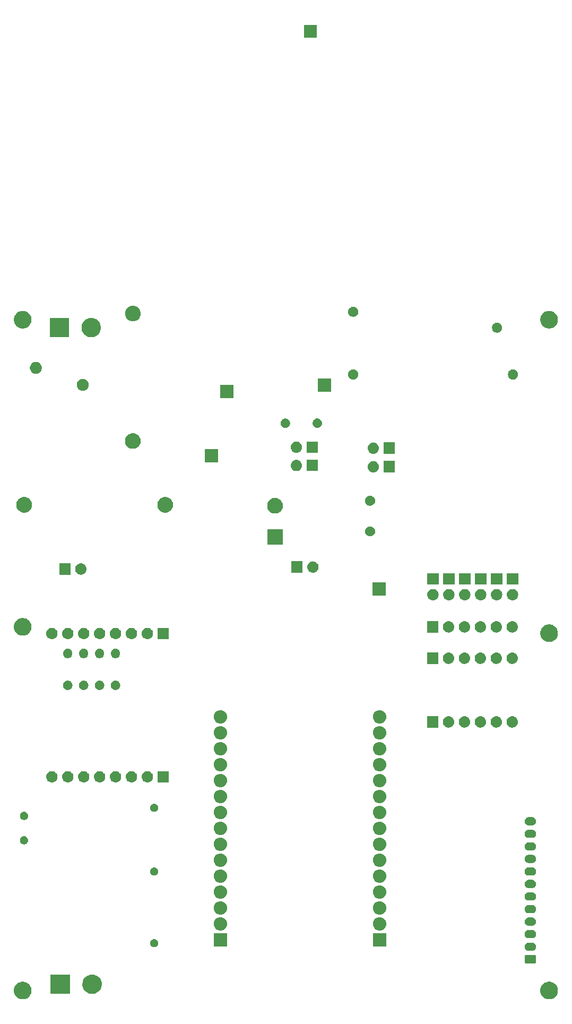
<source format=gbr>
%TF.GenerationSoftware,KiCad,Pcbnew,5.0.2-bee76a0~70~ubuntu18.04.1*%
%TF.CreationDate,2019-03-19T23:43:12+07:00*%
%TF.ProjectId,Layer1,4c617965-7231-42e6-9b69-6361645f7063,rev?*%
%TF.SameCoordinates,PXc65d40PYc65d40*%
%TF.FileFunction,Soldermask,Bot*%
%TF.FilePolarity,Negative*%
%FSLAX46Y46*%
G04 Gerber Fmt 4.6, Leading zero omitted, Abs format (unit mm)*
G04 Created by KiCad (PCBNEW 5.0.2-bee76a0~70~ubuntu18.04.1) date Tue 19 Mar 2019 11:43:12 PM +07*
%MOMM*%
%LPD*%
G01*
G04 APERTURE LIST*
%ADD10C,0.100000*%
G04 APERTURE END LIST*
D10*
G36*
X87318433Y-108634893D02*
X87408657Y-108652839D01*
X87514267Y-108696585D01*
X87663621Y-108758449D01*
X87893089Y-108911774D01*
X88088226Y-109106911D01*
X88241551Y-109336379D01*
X88347161Y-109591344D01*
X88401000Y-109862012D01*
X88401000Y-110137988D01*
X88347161Y-110408656D01*
X88241551Y-110663621D01*
X88088226Y-110893089D01*
X87893089Y-111088226D01*
X87663621Y-111241551D01*
X87514267Y-111303415D01*
X87408657Y-111347161D01*
X87318433Y-111365107D01*
X87137988Y-111401000D01*
X86862012Y-111401000D01*
X86681567Y-111365107D01*
X86591343Y-111347161D01*
X86485733Y-111303415D01*
X86336379Y-111241551D01*
X86106911Y-111088226D01*
X85911774Y-110893089D01*
X85758449Y-110663621D01*
X85652839Y-110408656D01*
X85599000Y-110137988D01*
X85599000Y-109862012D01*
X85652839Y-109591344D01*
X85758449Y-109336379D01*
X85911774Y-109106911D01*
X86106911Y-108911774D01*
X86336379Y-108758449D01*
X86485733Y-108696585D01*
X86591343Y-108652839D01*
X86681567Y-108634893D01*
X86862012Y-108599000D01*
X87137988Y-108599000D01*
X87318433Y-108634893D01*
X87318433Y-108634893D01*
G37*
G36*
X3318433Y-108634893D02*
X3408657Y-108652839D01*
X3514267Y-108696585D01*
X3663621Y-108758449D01*
X3893089Y-108911774D01*
X4088226Y-109106911D01*
X4241551Y-109336379D01*
X4347161Y-109591344D01*
X4401000Y-109862012D01*
X4401000Y-110137988D01*
X4347161Y-110408656D01*
X4241551Y-110663621D01*
X4088226Y-110893089D01*
X3893089Y-111088226D01*
X3663621Y-111241551D01*
X3514267Y-111303415D01*
X3408657Y-111347161D01*
X3318433Y-111365107D01*
X3137988Y-111401000D01*
X2862012Y-111401000D01*
X2681567Y-111365107D01*
X2591343Y-111347161D01*
X2485733Y-111303415D01*
X2336379Y-111241551D01*
X2106911Y-111088226D01*
X1911774Y-110893089D01*
X1758449Y-110663621D01*
X1652839Y-110408656D01*
X1599000Y-110137988D01*
X1599000Y-109862012D01*
X1652839Y-109591344D01*
X1758449Y-109336379D01*
X1911774Y-109106911D01*
X2106911Y-108911774D01*
X2336379Y-108758449D01*
X2485733Y-108696585D01*
X2591343Y-108652839D01*
X2681567Y-108634893D01*
X2862012Y-108599000D01*
X3137988Y-108599000D01*
X3318433Y-108634893D01*
X3318433Y-108634893D01*
G37*
G36*
X10551000Y-110551000D02*
X7449000Y-110551000D01*
X7449000Y-107449000D01*
X10551000Y-107449000D01*
X10551000Y-110551000D01*
X10551000Y-110551000D01*
G37*
G36*
X14432527Y-107488736D02*
X14532410Y-107508604D01*
X14814674Y-107625521D01*
X15068705Y-107795259D01*
X15284741Y-108011295D01*
X15454479Y-108265326D01*
X15571396Y-108547590D01*
X15571396Y-108547591D01*
X15613339Y-108758449D01*
X15631000Y-108847240D01*
X15631000Y-109152760D01*
X15571396Y-109452410D01*
X15454479Y-109734674D01*
X15284741Y-109988705D01*
X15068705Y-110204741D01*
X14814674Y-110374479D01*
X14532410Y-110491396D01*
X14432527Y-110511264D01*
X14232762Y-110551000D01*
X13927238Y-110551000D01*
X13727473Y-110511264D01*
X13627590Y-110491396D01*
X13345326Y-110374479D01*
X13091295Y-110204741D01*
X12875259Y-109988705D01*
X12705521Y-109734674D01*
X12588604Y-109452410D01*
X12529000Y-109152760D01*
X12529000Y-108847240D01*
X12546662Y-108758449D01*
X12588604Y-108547591D01*
X12588604Y-108547590D01*
X12705521Y-108265326D01*
X12875259Y-108011295D01*
X13091295Y-107795259D01*
X13345326Y-107625521D01*
X13627590Y-107508604D01*
X13727473Y-107488736D01*
X13927238Y-107449000D01*
X14232762Y-107449000D01*
X14432527Y-107488736D01*
X14432527Y-107488736D01*
G37*
G36*
X84766242Y-104353404D02*
X84803339Y-104364657D01*
X84837520Y-104382927D01*
X84867482Y-104407518D01*
X84892073Y-104437480D01*
X84910343Y-104471661D01*
X84921596Y-104508758D01*
X84926000Y-104553473D01*
X84926000Y-105446527D01*
X84921596Y-105491242D01*
X84910343Y-105528339D01*
X84892073Y-105562520D01*
X84867482Y-105592482D01*
X84837520Y-105617073D01*
X84803339Y-105635343D01*
X84766242Y-105646596D01*
X84721527Y-105651000D01*
X83278473Y-105651000D01*
X83233758Y-105646596D01*
X83196661Y-105635343D01*
X83162480Y-105617073D01*
X83132518Y-105592482D01*
X83107927Y-105562520D01*
X83089657Y-105528339D01*
X83078404Y-105491242D01*
X83074000Y-105446527D01*
X83074000Y-104553473D01*
X83078404Y-104508758D01*
X83089657Y-104471661D01*
X83107927Y-104437480D01*
X83132518Y-104407518D01*
X83162480Y-104382927D01*
X83196661Y-104364657D01*
X83233758Y-104353404D01*
X83278473Y-104349000D01*
X84721527Y-104349000D01*
X84766242Y-104353404D01*
X84766242Y-104353404D01*
G37*
G36*
X84338855Y-102352140D02*
X84402618Y-102358420D01*
X84484427Y-102383237D01*
X84525333Y-102395645D01*
X84625491Y-102449181D01*
X84638426Y-102456095D01*
X84737553Y-102537447D01*
X84818905Y-102636574D01*
X84818906Y-102636576D01*
X84879355Y-102749667D01*
X84879355Y-102749668D01*
X84916580Y-102872382D01*
X84929149Y-103000000D01*
X84916580Y-103127618D01*
X84891763Y-103209427D01*
X84879355Y-103250333D01*
X84825819Y-103350491D01*
X84818905Y-103363426D01*
X84737553Y-103462553D01*
X84638426Y-103543905D01*
X84638424Y-103543906D01*
X84525333Y-103604355D01*
X84484427Y-103616763D01*
X84402618Y-103641580D01*
X84338855Y-103647860D01*
X84306974Y-103651000D01*
X83693026Y-103651000D01*
X83661145Y-103647860D01*
X83597382Y-103641580D01*
X83515573Y-103616763D01*
X83474667Y-103604355D01*
X83361576Y-103543906D01*
X83361574Y-103543905D01*
X83262447Y-103462553D01*
X83181095Y-103363426D01*
X83174181Y-103350491D01*
X83120645Y-103250333D01*
X83108237Y-103209427D01*
X83083420Y-103127618D01*
X83070851Y-103000000D01*
X83083420Y-102872382D01*
X83120645Y-102749668D01*
X83120645Y-102749667D01*
X83181094Y-102636576D01*
X83181095Y-102636574D01*
X83262447Y-102537447D01*
X83361574Y-102456095D01*
X83374509Y-102449181D01*
X83474667Y-102395645D01*
X83515573Y-102383237D01*
X83597382Y-102358420D01*
X83661145Y-102352140D01*
X83693026Y-102349000D01*
X84306974Y-102349000D01*
X84338855Y-102352140D01*
X84338855Y-102352140D01*
G37*
G36*
X24161345Y-101799209D02*
X24161347Y-101799210D01*
X24161348Y-101799210D01*
X24280732Y-101848660D01*
X24280733Y-101848661D01*
X24388179Y-101920454D01*
X24479546Y-102011821D01*
X24479548Y-102011824D01*
X24551340Y-102119268D01*
X24600790Y-102238652D01*
X24600791Y-102238655D01*
X24626000Y-102365388D01*
X24626000Y-102494612D01*
X24617480Y-102537447D01*
X24600790Y-102621348D01*
X24551340Y-102740732D01*
X24551339Y-102740733D01*
X24479546Y-102848179D01*
X24388179Y-102939546D01*
X24388176Y-102939548D01*
X24280732Y-103011340D01*
X24161348Y-103060790D01*
X24161347Y-103060790D01*
X24161345Y-103060791D01*
X24034612Y-103086000D01*
X23905388Y-103086000D01*
X23778655Y-103060791D01*
X23778653Y-103060790D01*
X23778652Y-103060790D01*
X23659268Y-103011340D01*
X23551824Y-102939548D01*
X23551821Y-102939546D01*
X23460454Y-102848179D01*
X23388661Y-102740733D01*
X23388660Y-102740732D01*
X23339210Y-102621348D01*
X23322521Y-102537447D01*
X23314000Y-102494612D01*
X23314000Y-102365388D01*
X23339209Y-102238655D01*
X23339210Y-102238652D01*
X23388660Y-102119268D01*
X23460452Y-102011824D01*
X23460454Y-102011821D01*
X23551821Y-101920454D01*
X23659267Y-101848661D01*
X23659268Y-101848660D01*
X23778652Y-101799210D01*
X23778653Y-101799210D01*
X23778655Y-101799209D01*
X23905388Y-101774000D01*
X24034612Y-101774000D01*
X24161345Y-101799209D01*
X24161345Y-101799209D01*
G37*
G36*
X61011000Y-102969000D02*
X58877000Y-102969000D01*
X58877000Y-100835000D01*
X61011000Y-100835000D01*
X61011000Y-102969000D01*
X61011000Y-102969000D01*
G37*
G36*
X35611000Y-102969000D02*
X33477000Y-102969000D01*
X33477000Y-100835000D01*
X35611000Y-100835000D01*
X35611000Y-102969000D01*
X35611000Y-102969000D01*
G37*
G36*
X84338855Y-100352140D02*
X84402618Y-100358420D01*
X84484427Y-100383237D01*
X84525333Y-100395645D01*
X84587735Y-100429000D01*
X84638426Y-100456095D01*
X84737553Y-100537447D01*
X84818905Y-100636574D01*
X84818906Y-100636576D01*
X84879355Y-100749667D01*
X84879355Y-100749668D01*
X84916580Y-100872382D01*
X84929149Y-101000000D01*
X84916580Y-101127618D01*
X84891763Y-101209427D01*
X84879355Y-101250333D01*
X84825819Y-101350491D01*
X84818905Y-101363426D01*
X84737553Y-101462553D01*
X84638426Y-101543905D01*
X84638424Y-101543906D01*
X84525333Y-101604355D01*
X84484427Y-101616763D01*
X84402618Y-101641580D01*
X84338855Y-101647860D01*
X84306974Y-101651000D01*
X83693026Y-101651000D01*
X83661145Y-101647860D01*
X83597382Y-101641580D01*
X83515573Y-101616763D01*
X83474667Y-101604355D01*
X83361576Y-101543906D01*
X83361574Y-101543905D01*
X83262447Y-101462553D01*
X83181095Y-101363426D01*
X83174181Y-101350491D01*
X83120645Y-101250333D01*
X83108237Y-101209427D01*
X83083420Y-101127618D01*
X83070851Y-101000000D01*
X83083420Y-100872382D01*
X83120645Y-100749668D01*
X83120645Y-100749667D01*
X83181094Y-100636576D01*
X83181095Y-100636574D01*
X83262447Y-100537447D01*
X83361574Y-100456095D01*
X83412265Y-100429000D01*
X83474667Y-100395645D01*
X83515573Y-100383237D01*
X83597382Y-100358420D01*
X83661145Y-100352140D01*
X83693026Y-100349000D01*
X84306974Y-100349000D01*
X84338855Y-100352140D01*
X84338855Y-100352140D01*
G37*
G36*
X34659114Y-98301176D02*
X34753168Y-98310439D01*
X34954299Y-98371451D01*
X34986899Y-98388876D01*
X35139662Y-98470529D01*
X35302133Y-98603867D01*
X35435471Y-98766338D01*
X35492152Y-98872382D01*
X35534549Y-98951701D01*
X35595561Y-99152832D01*
X35616162Y-99362000D01*
X35595561Y-99571168D01*
X35534549Y-99772299D01*
X35534546Y-99772304D01*
X35435471Y-99957662D01*
X35302133Y-100120133D01*
X35139662Y-100253471D01*
X34986899Y-100335124D01*
X34954299Y-100352549D01*
X34753168Y-100413561D01*
X34659114Y-100422824D01*
X34596413Y-100429000D01*
X34491587Y-100429000D01*
X34428886Y-100422824D01*
X34334832Y-100413561D01*
X34133701Y-100352549D01*
X34101101Y-100335124D01*
X33948338Y-100253471D01*
X33785867Y-100120133D01*
X33652529Y-99957662D01*
X33553454Y-99772304D01*
X33553451Y-99772299D01*
X33492439Y-99571168D01*
X33471838Y-99362000D01*
X33492439Y-99152832D01*
X33553451Y-98951701D01*
X33595848Y-98872382D01*
X33652529Y-98766338D01*
X33785867Y-98603867D01*
X33948338Y-98470529D01*
X34101101Y-98388876D01*
X34133701Y-98371451D01*
X34334832Y-98310439D01*
X34428886Y-98301176D01*
X34491587Y-98295000D01*
X34596413Y-98295000D01*
X34659114Y-98301176D01*
X34659114Y-98301176D01*
G37*
G36*
X60059114Y-98301176D02*
X60153168Y-98310439D01*
X60354299Y-98371451D01*
X60386899Y-98388876D01*
X60539662Y-98470529D01*
X60702133Y-98603867D01*
X60835471Y-98766338D01*
X60892152Y-98872382D01*
X60934549Y-98951701D01*
X60995561Y-99152832D01*
X61016162Y-99362000D01*
X60995561Y-99571168D01*
X60934549Y-99772299D01*
X60934546Y-99772304D01*
X60835471Y-99957662D01*
X60702133Y-100120133D01*
X60539662Y-100253471D01*
X60386899Y-100335124D01*
X60354299Y-100352549D01*
X60153168Y-100413561D01*
X60059114Y-100422824D01*
X59996413Y-100429000D01*
X59891587Y-100429000D01*
X59828886Y-100422824D01*
X59734832Y-100413561D01*
X59533701Y-100352549D01*
X59501101Y-100335124D01*
X59348338Y-100253471D01*
X59185867Y-100120133D01*
X59052529Y-99957662D01*
X58953454Y-99772304D01*
X58953451Y-99772299D01*
X58892439Y-99571168D01*
X58871838Y-99362000D01*
X58892439Y-99152832D01*
X58953451Y-98951701D01*
X58995848Y-98872382D01*
X59052529Y-98766338D01*
X59185867Y-98603867D01*
X59348338Y-98470529D01*
X59501101Y-98388876D01*
X59533701Y-98371451D01*
X59734832Y-98310439D01*
X59828886Y-98301176D01*
X59891587Y-98295000D01*
X59996413Y-98295000D01*
X60059114Y-98301176D01*
X60059114Y-98301176D01*
G37*
G36*
X84338855Y-98352140D02*
X84402618Y-98358420D01*
X84484427Y-98383237D01*
X84525333Y-98395645D01*
X84625491Y-98449181D01*
X84638426Y-98456095D01*
X84737553Y-98537447D01*
X84818905Y-98636574D01*
X84818906Y-98636576D01*
X84879355Y-98749667D01*
X84879355Y-98749668D01*
X84916580Y-98872382D01*
X84929149Y-99000000D01*
X84916580Y-99127618D01*
X84908931Y-99152832D01*
X84879355Y-99250333D01*
X84825819Y-99350491D01*
X84818905Y-99363426D01*
X84737553Y-99462553D01*
X84638426Y-99543905D01*
X84638424Y-99543906D01*
X84525333Y-99604355D01*
X84484427Y-99616763D01*
X84402618Y-99641580D01*
X84338855Y-99647860D01*
X84306974Y-99651000D01*
X83693026Y-99651000D01*
X83661145Y-99647860D01*
X83597382Y-99641580D01*
X83515573Y-99616763D01*
X83474667Y-99604355D01*
X83361576Y-99543906D01*
X83361574Y-99543905D01*
X83262447Y-99462553D01*
X83181095Y-99363426D01*
X83174181Y-99350491D01*
X83120645Y-99250333D01*
X83091069Y-99152832D01*
X83083420Y-99127618D01*
X83070851Y-99000000D01*
X83083420Y-98872382D01*
X83120645Y-98749668D01*
X83120645Y-98749667D01*
X83181094Y-98636576D01*
X83181095Y-98636574D01*
X83262447Y-98537447D01*
X83361574Y-98456095D01*
X83374509Y-98449181D01*
X83474667Y-98395645D01*
X83515573Y-98383237D01*
X83597382Y-98358420D01*
X83661145Y-98352140D01*
X83693026Y-98349000D01*
X84306974Y-98349000D01*
X84338855Y-98352140D01*
X84338855Y-98352140D01*
G37*
G36*
X34659114Y-95761176D02*
X34753168Y-95770439D01*
X34954299Y-95831451D01*
X34986899Y-95848876D01*
X35139662Y-95930529D01*
X35302133Y-96063867D01*
X35435471Y-96226338D01*
X35517124Y-96379101D01*
X35534549Y-96411701D01*
X35595561Y-96612832D01*
X35616162Y-96822000D01*
X35595561Y-97031168D01*
X35534549Y-97232299D01*
X35517124Y-97264899D01*
X35435471Y-97417662D01*
X35302133Y-97580133D01*
X35139662Y-97713471D01*
X34986899Y-97795124D01*
X34954299Y-97812549D01*
X34753168Y-97873561D01*
X34659114Y-97882824D01*
X34596413Y-97889000D01*
X34491587Y-97889000D01*
X34428886Y-97882824D01*
X34334832Y-97873561D01*
X34133701Y-97812549D01*
X34101101Y-97795124D01*
X33948338Y-97713471D01*
X33785867Y-97580133D01*
X33652529Y-97417662D01*
X33570876Y-97264899D01*
X33553451Y-97232299D01*
X33492439Y-97031168D01*
X33471838Y-96822000D01*
X33492439Y-96612832D01*
X33553451Y-96411701D01*
X33570876Y-96379101D01*
X33652529Y-96226338D01*
X33785867Y-96063867D01*
X33948338Y-95930529D01*
X34101101Y-95848876D01*
X34133701Y-95831451D01*
X34334832Y-95770439D01*
X34428886Y-95761176D01*
X34491587Y-95755000D01*
X34596413Y-95755000D01*
X34659114Y-95761176D01*
X34659114Y-95761176D01*
G37*
G36*
X60059114Y-95761176D02*
X60153168Y-95770439D01*
X60354299Y-95831451D01*
X60386899Y-95848876D01*
X60539662Y-95930529D01*
X60702133Y-96063867D01*
X60835471Y-96226338D01*
X60917124Y-96379101D01*
X60934549Y-96411701D01*
X60995561Y-96612832D01*
X61016162Y-96822000D01*
X60995561Y-97031168D01*
X60934549Y-97232299D01*
X60917124Y-97264899D01*
X60835471Y-97417662D01*
X60702133Y-97580133D01*
X60539662Y-97713471D01*
X60386899Y-97795124D01*
X60354299Y-97812549D01*
X60153168Y-97873561D01*
X60059114Y-97882824D01*
X59996413Y-97889000D01*
X59891587Y-97889000D01*
X59828886Y-97882824D01*
X59734832Y-97873561D01*
X59533701Y-97812549D01*
X59501101Y-97795124D01*
X59348338Y-97713471D01*
X59185867Y-97580133D01*
X59052529Y-97417662D01*
X58970876Y-97264899D01*
X58953451Y-97232299D01*
X58892439Y-97031168D01*
X58871838Y-96822000D01*
X58892439Y-96612832D01*
X58953451Y-96411701D01*
X58970876Y-96379101D01*
X59052529Y-96226338D01*
X59185867Y-96063867D01*
X59348338Y-95930529D01*
X59501101Y-95848876D01*
X59533701Y-95831451D01*
X59734832Y-95770439D01*
X59828886Y-95761176D01*
X59891587Y-95755000D01*
X59996413Y-95755000D01*
X60059114Y-95761176D01*
X60059114Y-95761176D01*
G37*
G36*
X84338855Y-96352140D02*
X84402618Y-96358420D01*
X84484427Y-96383237D01*
X84525333Y-96395645D01*
X84555371Y-96411701D01*
X84638426Y-96456095D01*
X84737553Y-96537447D01*
X84818905Y-96636574D01*
X84818906Y-96636576D01*
X84879355Y-96749667D01*
X84879355Y-96749668D01*
X84916580Y-96872382D01*
X84929149Y-97000000D01*
X84916580Y-97127618D01*
X84891763Y-97209427D01*
X84879355Y-97250333D01*
X84825819Y-97350491D01*
X84818905Y-97363426D01*
X84737553Y-97462553D01*
X84638426Y-97543905D01*
X84638424Y-97543906D01*
X84525333Y-97604355D01*
X84484427Y-97616763D01*
X84402618Y-97641580D01*
X84338855Y-97647860D01*
X84306974Y-97651000D01*
X83693026Y-97651000D01*
X83661145Y-97647860D01*
X83597382Y-97641580D01*
X83515573Y-97616763D01*
X83474667Y-97604355D01*
X83361576Y-97543906D01*
X83361574Y-97543905D01*
X83262447Y-97462553D01*
X83181095Y-97363426D01*
X83174181Y-97350491D01*
X83120645Y-97250333D01*
X83108237Y-97209427D01*
X83083420Y-97127618D01*
X83070851Y-97000000D01*
X83083420Y-96872382D01*
X83120645Y-96749668D01*
X83120645Y-96749667D01*
X83181094Y-96636576D01*
X83181095Y-96636574D01*
X83262447Y-96537447D01*
X83361574Y-96456095D01*
X83444629Y-96411701D01*
X83474667Y-96395645D01*
X83515573Y-96383237D01*
X83597382Y-96358420D01*
X83661145Y-96352140D01*
X83693026Y-96349000D01*
X84306974Y-96349000D01*
X84338855Y-96352140D01*
X84338855Y-96352140D01*
G37*
G36*
X84338855Y-94352140D02*
X84402618Y-94358420D01*
X84484427Y-94383237D01*
X84525333Y-94395645D01*
X84625491Y-94449181D01*
X84638426Y-94456095D01*
X84737553Y-94537447D01*
X84818905Y-94636574D01*
X84818906Y-94636576D01*
X84879355Y-94749667D01*
X84879355Y-94749668D01*
X84916580Y-94872382D01*
X84929149Y-95000000D01*
X84916580Y-95127618D01*
X84891763Y-95209427D01*
X84879355Y-95250333D01*
X84867480Y-95272549D01*
X84818905Y-95363426D01*
X84737553Y-95462553D01*
X84638426Y-95543905D01*
X84638424Y-95543906D01*
X84525333Y-95604355D01*
X84484427Y-95616763D01*
X84402618Y-95641580D01*
X84338855Y-95647860D01*
X84306974Y-95651000D01*
X83693026Y-95651000D01*
X83661145Y-95647860D01*
X83597382Y-95641580D01*
X83515573Y-95616763D01*
X83474667Y-95604355D01*
X83361576Y-95543906D01*
X83361574Y-95543905D01*
X83262447Y-95462553D01*
X83181095Y-95363426D01*
X83132520Y-95272549D01*
X83120645Y-95250333D01*
X83108237Y-95209427D01*
X83083420Y-95127618D01*
X83070851Y-95000000D01*
X83083420Y-94872382D01*
X83120645Y-94749668D01*
X83120645Y-94749667D01*
X83181094Y-94636576D01*
X83181095Y-94636574D01*
X83262447Y-94537447D01*
X83361574Y-94456095D01*
X83374509Y-94449181D01*
X83474667Y-94395645D01*
X83515573Y-94383237D01*
X83597382Y-94358420D01*
X83661145Y-94352140D01*
X83693026Y-94349000D01*
X84306974Y-94349000D01*
X84338855Y-94352140D01*
X84338855Y-94352140D01*
G37*
G36*
X60059114Y-93221176D02*
X60153168Y-93230439D01*
X60354299Y-93291451D01*
X60386899Y-93308876D01*
X60539662Y-93390529D01*
X60702133Y-93523867D01*
X60835471Y-93686338D01*
X60917124Y-93839101D01*
X60934549Y-93871701D01*
X60995561Y-94072832D01*
X61016162Y-94282000D01*
X60995561Y-94491168D01*
X60934549Y-94692299D01*
X60934546Y-94692304D01*
X60835471Y-94877662D01*
X60702133Y-95040133D01*
X60539662Y-95173471D01*
X60395864Y-95250332D01*
X60354299Y-95272549D01*
X60153168Y-95333561D01*
X60059114Y-95342824D01*
X59996413Y-95349000D01*
X59891587Y-95349000D01*
X59828886Y-95342824D01*
X59734832Y-95333561D01*
X59533701Y-95272549D01*
X59492136Y-95250332D01*
X59348338Y-95173471D01*
X59185867Y-95040133D01*
X59052529Y-94877662D01*
X58953454Y-94692304D01*
X58953451Y-94692299D01*
X58892439Y-94491168D01*
X58871838Y-94282000D01*
X58892439Y-94072832D01*
X58953451Y-93871701D01*
X58970876Y-93839101D01*
X59052529Y-93686338D01*
X59185867Y-93523867D01*
X59348338Y-93390529D01*
X59501101Y-93308876D01*
X59533701Y-93291451D01*
X59734832Y-93230439D01*
X59828886Y-93221176D01*
X59891587Y-93215000D01*
X59996413Y-93215000D01*
X60059114Y-93221176D01*
X60059114Y-93221176D01*
G37*
G36*
X34659114Y-93221176D02*
X34753168Y-93230439D01*
X34954299Y-93291451D01*
X34986899Y-93308876D01*
X35139662Y-93390529D01*
X35302133Y-93523867D01*
X35435471Y-93686338D01*
X35517124Y-93839101D01*
X35534549Y-93871701D01*
X35595561Y-94072832D01*
X35616162Y-94282000D01*
X35595561Y-94491168D01*
X35534549Y-94692299D01*
X35534546Y-94692304D01*
X35435471Y-94877662D01*
X35302133Y-95040133D01*
X35139662Y-95173471D01*
X34995864Y-95250332D01*
X34954299Y-95272549D01*
X34753168Y-95333561D01*
X34659114Y-95342824D01*
X34596413Y-95349000D01*
X34491587Y-95349000D01*
X34428886Y-95342824D01*
X34334832Y-95333561D01*
X34133701Y-95272549D01*
X34092136Y-95250332D01*
X33948338Y-95173471D01*
X33785867Y-95040133D01*
X33652529Y-94877662D01*
X33553454Y-94692304D01*
X33553451Y-94692299D01*
X33492439Y-94491168D01*
X33471838Y-94282000D01*
X33492439Y-94072832D01*
X33553451Y-93871701D01*
X33570876Y-93839101D01*
X33652529Y-93686338D01*
X33785867Y-93523867D01*
X33948338Y-93390529D01*
X34101101Y-93308876D01*
X34133701Y-93291451D01*
X34334832Y-93230439D01*
X34428886Y-93221176D01*
X34491587Y-93215000D01*
X34596413Y-93215000D01*
X34659114Y-93221176D01*
X34659114Y-93221176D01*
G37*
G36*
X84338855Y-92352140D02*
X84402618Y-92358420D01*
X84484427Y-92383237D01*
X84525333Y-92395645D01*
X84625491Y-92449181D01*
X84638426Y-92456095D01*
X84737553Y-92537447D01*
X84818905Y-92636574D01*
X84818906Y-92636576D01*
X84879355Y-92749667D01*
X84879355Y-92749668D01*
X84916580Y-92872382D01*
X84929149Y-93000000D01*
X84916580Y-93127618D01*
X84891763Y-93209427D01*
X84879355Y-93250333D01*
X84857375Y-93291454D01*
X84818905Y-93363426D01*
X84737553Y-93462553D01*
X84638426Y-93543905D01*
X84638424Y-93543906D01*
X84525333Y-93604355D01*
X84484427Y-93616763D01*
X84402618Y-93641580D01*
X84338855Y-93647860D01*
X84306974Y-93651000D01*
X83693026Y-93651000D01*
X83661145Y-93647860D01*
X83597382Y-93641580D01*
X83515573Y-93616763D01*
X83474667Y-93604355D01*
X83361576Y-93543906D01*
X83361574Y-93543905D01*
X83262447Y-93462553D01*
X83181095Y-93363426D01*
X83142625Y-93291454D01*
X83120645Y-93250333D01*
X83108237Y-93209427D01*
X83083420Y-93127618D01*
X83070851Y-93000000D01*
X83083420Y-92872382D01*
X83120645Y-92749668D01*
X83120645Y-92749667D01*
X83181094Y-92636576D01*
X83181095Y-92636574D01*
X83262447Y-92537447D01*
X83361574Y-92456095D01*
X83374509Y-92449181D01*
X83474667Y-92395645D01*
X83515573Y-92383237D01*
X83597382Y-92358420D01*
X83661145Y-92352140D01*
X83693026Y-92349000D01*
X84306974Y-92349000D01*
X84338855Y-92352140D01*
X84338855Y-92352140D01*
G37*
G36*
X60059114Y-90681176D02*
X60153168Y-90690439D01*
X60354299Y-90751451D01*
X60386899Y-90768876D01*
X60539662Y-90850529D01*
X60702133Y-90983867D01*
X60835471Y-91146338D01*
X60917124Y-91299101D01*
X60934549Y-91331701D01*
X60995561Y-91532832D01*
X61016162Y-91742000D01*
X60995561Y-91951168D01*
X60934549Y-92152299D01*
X60934546Y-92152304D01*
X60835471Y-92337662D01*
X60702133Y-92500133D01*
X60539662Y-92633471D01*
X60386899Y-92715124D01*
X60354299Y-92732549D01*
X60153168Y-92793561D01*
X60059114Y-92802824D01*
X59996413Y-92809000D01*
X59891587Y-92809000D01*
X59828886Y-92802824D01*
X59734832Y-92793561D01*
X59533701Y-92732549D01*
X59501101Y-92715124D01*
X59348338Y-92633471D01*
X59185867Y-92500133D01*
X59052529Y-92337662D01*
X58953454Y-92152304D01*
X58953451Y-92152299D01*
X58892439Y-91951168D01*
X58871838Y-91742000D01*
X58892439Y-91532832D01*
X58953451Y-91331701D01*
X58970876Y-91299101D01*
X59052529Y-91146338D01*
X59185867Y-90983867D01*
X59348338Y-90850529D01*
X59501101Y-90768876D01*
X59533701Y-90751451D01*
X59734832Y-90690439D01*
X59828886Y-90681176D01*
X59891587Y-90675000D01*
X59996413Y-90675000D01*
X60059114Y-90681176D01*
X60059114Y-90681176D01*
G37*
G36*
X34659114Y-90681176D02*
X34753168Y-90690439D01*
X34954299Y-90751451D01*
X34986899Y-90768876D01*
X35139662Y-90850529D01*
X35302133Y-90983867D01*
X35435471Y-91146338D01*
X35517124Y-91299101D01*
X35534549Y-91331701D01*
X35595561Y-91532832D01*
X35616162Y-91742000D01*
X35595561Y-91951168D01*
X35534549Y-92152299D01*
X35534546Y-92152304D01*
X35435471Y-92337662D01*
X35302133Y-92500133D01*
X35139662Y-92633471D01*
X34986899Y-92715124D01*
X34954299Y-92732549D01*
X34753168Y-92793561D01*
X34659114Y-92802824D01*
X34596413Y-92809000D01*
X34491587Y-92809000D01*
X34428886Y-92802824D01*
X34334832Y-92793561D01*
X34133701Y-92732549D01*
X34101101Y-92715124D01*
X33948338Y-92633471D01*
X33785867Y-92500133D01*
X33652529Y-92337662D01*
X33553454Y-92152304D01*
X33553451Y-92152299D01*
X33492439Y-91951168D01*
X33471838Y-91742000D01*
X33492439Y-91532832D01*
X33553451Y-91331701D01*
X33570876Y-91299101D01*
X33652529Y-91146338D01*
X33785867Y-90983867D01*
X33948338Y-90850529D01*
X34101101Y-90768876D01*
X34133701Y-90751451D01*
X34334832Y-90690439D01*
X34428886Y-90681176D01*
X34491587Y-90675000D01*
X34596413Y-90675000D01*
X34659114Y-90681176D01*
X34659114Y-90681176D01*
G37*
G36*
X24161345Y-90369209D02*
X24161347Y-90369210D01*
X24161348Y-90369210D01*
X24280732Y-90418660D01*
X24280733Y-90418661D01*
X24388179Y-90490454D01*
X24479546Y-90581821D01*
X24479548Y-90581824D01*
X24551340Y-90689268D01*
X24577098Y-90751454D01*
X24600791Y-90808655D01*
X24626000Y-90935388D01*
X24626000Y-91064612D01*
X24609744Y-91146338D01*
X24600790Y-91191348D01*
X24551340Y-91310732D01*
X24551339Y-91310733D01*
X24479546Y-91418179D01*
X24388179Y-91509546D01*
X24388176Y-91509548D01*
X24280732Y-91581340D01*
X24161348Y-91630790D01*
X24161347Y-91630790D01*
X24161345Y-91630791D01*
X24034612Y-91656000D01*
X23905388Y-91656000D01*
X23778655Y-91630791D01*
X23778653Y-91630790D01*
X23778652Y-91630790D01*
X23659268Y-91581340D01*
X23551824Y-91509548D01*
X23551821Y-91509546D01*
X23460454Y-91418179D01*
X23388661Y-91310733D01*
X23388660Y-91310732D01*
X23339210Y-91191348D01*
X23330257Y-91146338D01*
X23314000Y-91064612D01*
X23314000Y-90935388D01*
X23339209Y-90808655D01*
X23362902Y-90751454D01*
X23388660Y-90689268D01*
X23460452Y-90581824D01*
X23460454Y-90581821D01*
X23551821Y-90490454D01*
X23659267Y-90418661D01*
X23659268Y-90418660D01*
X23778652Y-90369210D01*
X23778653Y-90369210D01*
X23778655Y-90369209D01*
X23905388Y-90344000D01*
X24034612Y-90344000D01*
X24161345Y-90369209D01*
X24161345Y-90369209D01*
G37*
G36*
X84338855Y-90352140D02*
X84402618Y-90358420D01*
X84484427Y-90383237D01*
X84525333Y-90395645D01*
X84568392Y-90418661D01*
X84638426Y-90456095D01*
X84737553Y-90537447D01*
X84818905Y-90636574D01*
X84818906Y-90636576D01*
X84879355Y-90749667D01*
X84879355Y-90749668D01*
X84916580Y-90872382D01*
X84929149Y-91000000D01*
X84916580Y-91127618D01*
X84897248Y-91191348D01*
X84879355Y-91250333D01*
X84847071Y-91310732D01*
X84818905Y-91363426D01*
X84737553Y-91462553D01*
X84638426Y-91543905D01*
X84638424Y-91543906D01*
X84525333Y-91604355D01*
X84484427Y-91616763D01*
X84402618Y-91641580D01*
X84338855Y-91647860D01*
X84306974Y-91651000D01*
X83693026Y-91651000D01*
X83661145Y-91647860D01*
X83597382Y-91641580D01*
X83515573Y-91616763D01*
X83474667Y-91604355D01*
X83361576Y-91543906D01*
X83361574Y-91543905D01*
X83262447Y-91462553D01*
X83181095Y-91363426D01*
X83152929Y-91310732D01*
X83120645Y-91250333D01*
X83102752Y-91191348D01*
X83083420Y-91127618D01*
X83070851Y-91000000D01*
X83083420Y-90872382D01*
X83120645Y-90749668D01*
X83120645Y-90749667D01*
X83181094Y-90636576D01*
X83181095Y-90636574D01*
X83262447Y-90537447D01*
X83361574Y-90456095D01*
X83431608Y-90418661D01*
X83474667Y-90395645D01*
X83515573Y-90383237D01*
X83597382Y-90358420D01*
X83661145Y-90352140D01*
X83693026Y-90349000D01*
X84306974Y-90349000D01*
X84338855Y-90352140D01*
X84338855Y-90352140D01*
G37*
G36*
X60059114Y-88141176D02*
X60153168Y-88150439D01*
X60354299Y-88211451D01*
X60386899Y-88228876D01*
X60539662Y-88310529D01*
X60702133Y-88443867D01*
X60835471Y-88606338D01*
X60912081Y-88749667D01*
X60934549Y-88791701D01*
X60995561Y-88992832D01*
X61016162Y-89202000D01*
X60995561Y-89411168D01*
X60934549Y-89612299D01*
X60934546Y-89612304D01*
X60835471Y-89797662D01*
X60702133Y-89960133D01*
X60539662Y-90093471D01*
X60386899Y-90175124D01*
X60354299Y-90192549D01*
X60153168Y-90253561D01*
X60059114Y-90262824D01*
X59996413Y-90269000D01*
X59891587Y-90269000D01*
X59828886Y-90262824D01*
X59734832Y-90253561D01*
X59533701Y-90192549D01*
X59501101Y-90175124D01*
X59348338Y-90093471D01*
X59185867Y-89960133D01*
X59052529Y-89797662D01*
X58953454Y-89612304D01*
X58953451Y-89612299D01*
X58892439Y-89411168D01*
X58871838Y-89202000D01*
X58892439Y-88992832D01*
X58953451Y-88791701D01*
X58975919Y-88749667D01*
X59052529Y-88606338D01*
X59185867Y-88443867D01*
X59348338Y-88310529D01*
X59501101Y-88228876D01*
X59533701Y-88211451D01*
X59734832Y-88150439D01*
X59828886Y-88141176D01*
X59891587Y-88135000D01*
X59996413Y-88135000D01*
X60059114Y-88141176D01*
X60059114Y-88141176D01*
G37*
G36*
X34659114Y-88141176D02*
X34753168Y-88150439D01*
X34954299Y-88211451D01*
X34986899Y-88228876D01*
X35139662Y-88310529D01*
X35302133Y-88443867D01*
X35435471Y-88606338D01*
X35512081Y-88749667D01*
X35534549Y-88791701D01*
X35595561Y-88992832D01*
X35616162Y-89202000D01*
X35595561Y-89411168D01*
X35534549Y-89612299D01*
X35534546Y-89612304D01*
X35435471Y-89797662D01*
X35302133Y-89960133D01*
X35139662Y-90093471D01*
X34986899Y-90175124D01*
X34954299Y-90192549D01*
X34753168Y-90253561D01*
X34659114Y-90262824D01*
X34596413Y-90269000D01*
X34491587Y-90269000D01*
X34428886Y-90262824D01*
X34334832Y-90253561D01*
X34133701Y-90192549D01*
X34101101Y-90175124D01*
X33948338Y-90093471D01*
X33785867Y-89960133D01*
X33652529Y-89797662D01*
X33553454Y-89612304D01*
X33553451Y-89612299D01*
X33492439Y-89411168D01*
X33471838Y-89202000D01*
X33492439Y-88992832D01*
X33553451Y-88791701D01*
X33575919Y-88749667D01*
X33652529Y-88606338D01*
X33785867Y-88443867D01*
X33948338Y-88310529D01*
X34101101Y-88228876D01*
X34133701Y-88211451D01*
X34334832Y-88150439D01*
X34428886Y-88141176D01*
X34491587Y-88135000D01*
X34596413Y-88135000D01*
X34659114Y-88141176D01*
X34659114Y-88141176D01*
G37*
G36*
X84338855Y-88352140D02*
X84402618Y-88358420D01*
X84484427Y-88383237D01*
X84525333Y-88395645D01*
X84615549Y-88443867D01*
X84638426Y-88456095D01*
X84737553Y-88537447D01*
X84818905Y-88636574D01*
X84818906Y-88636576D01*
X84879355Y-88749667D01*
X84879355Y-88749668D01*
X84916580Y-88872382D01*
X84929149Y-89000000D01*
X84916580Y-89127618D01*
X84894016Y-89202000D01*
X84879355Y-89250333D01*
X84825819Y-89350491D01*
X84818905Y-89363426D01*
X84737553Y-89462553D01*
X84638426Y-89543905D01*
X84638424Y-89543906D01*
X84525333Y-89604355D01*
X84499128Y-89612304D01*
X84402618Y-89641580D01*
X84338855Y-89647860D01*
X84306974Y-89651000D01*
X83693026Y-89651000D01*
X83661145Y-89647860D01*
X83597382Y-89641580D01*
X83500872Y-89612304D01*
X83474667Y-89604355D01*
X83361576Y-89543906D01*
X83361574Y-89543905D01*
X83262447Y-89462553D01*
X83181095Y-89363426D01*
X83174181Y-89350491D01*
X83120645Y-89250333D01*
X83105984Y-89202000D01*
X83083420Y-89127618D01*
X83070851Y-89000000D01*
X83083420Y-88872382D01*
X83120645Y-88749668D01*
X83120645Y-88749667D01*
X83181094Y-88636576D01*
X83181095Y-88636574D01*
X83262447Y-88537447D01*
X83361574Y-88456095D01*
X83384451Y-88443867D01*
X83474667Y-88395645D01*
X83515573Y-88383237D01*
X83597382Y-88358420D01*
X83661145Y-88352140D01*
X83693026Y-88349000D01*
X84306974Y-88349000D01*
X84338855Y-88352140D01*
X84338855Y-88352140D01*
G37*
G36*
X60059114Y-85601176D02*
X60153168Y-85610439D01*
X60354299Y-85671451D01*
X60386899Y-85688876D01*
X60539662Y-85770529D01*
X60702133Y-85903867D01*
X60835471Y-86066338D01*
X60917124Y-86219101D01*
X60934549Y-86251701D01*
X60995561Y-86452832D01*
X61016162Y-86662000D01*
X60995561Y-86871168D01*
X60934549Y-87072299D01*
X60934546Y-87072304D01*
X60835471Y-87257662D01*
X60702133Y-87420133D01*
X60539662Y-87553471D01*
X60386899Y-87635124D01*
X60354299Y-87652549D01*
X60153168Y-87713561D01*
X60059114Y-87722824D01*
X59996413Y-87729000D01*
X59891587Y-87729000D01*
X59828886Y-87722824D01*
X59734832Y-87713561D01*
X59533701Y-87652549D01*
X59501101Y-87635124D01*
X59348338Y-87553471D01*
X59185867Y-87420133D01*
X59052529Y-87257662D01*
X58953454Y-87072304D01*
X58953451Y-87072299D01*
X58892439Y-86871168D01*
X58871838Y-86662000D01*
X58892439Y-86452832D01*
X58953451Y-86251701D01*
X58970876Y-86219101D01*
X59052529Y-86066338D01*
X59185867Y-85903867D01*
X59348338Y-85770529D01*
X59501101Y-85688876D01*
X59533701Y-85671451D01*
X59734832Y-85610439D01*
X59828886Y-85601176D01*
X59891587Y-85595000D01*
X59996413Y-85595000D01*
X60059114Y-85601176D01*
X60059114Y-85601176D01*
G37*
G36*
X34659114Y-85601176D02*
X34753168Y-85610439D01*
X34954299Y-85671451D01*
X34986899Y-85688876D01*
X35139662Y-85770529D01*
X35302133Y-85903867D01*
X35435471Y-86066338D01*
X35517124Y-86219101D01*
X35534549Y-86251701D01*
X35595561Y-86452832D01*
X35616162Y-86662000D01*
X35595561Y-86871168D01*
X35534549Y-87072299D01*
X35534546Y-87072304D01*
X35435471Y-87257662D01*
X35302133Y-87420133D01*
X35139662Y-87553471D01*
X34986899Y-87635124D01*
X34954299Y-87652549D01*
X34753168Y-87713561D01*
X34659114Y-87722824D01*
X34596413Y-87729000D01*
X34491587Y-87729000D01*
X34428886Y-87722824D01*
X34334832Y-87713561D01*
X34133701Y-87652549D01*
X34101101Y-87635124D01*
X33948338Y-87553471D01*
X33785867Y-87420133D01*
X33652529Y-87257662D01*
X33553454Y-87072304D01*
X33553451Y-87072299D01*
X33492439Y-86871168D01*
X33471838Y-86662000D01*
X33492439Y-86452832D01*
X33553451Y-86251701D01*
X33570876Y-86219101D01*
X33652529Y-86066338D01*
X33785867Y-85903867D01*
X33948338Y-85770529D01*
X34101101Y-85688876D01*
X34133701Y-85671451D01*
X34334832Y-85610439D01*
X34428886Y-85601176D01*
X34491587Y-85595000D01*
X34596413Y-85595000D01*
X34659114Y-85601176D01*
X34659114Y-85601176D01*
G37*
G36*
X84338855Y-86352140D02*
X84402618Y-86358420D01*
X84484427Y-86383237D01*
X84525333Y-86395645D01*
X84623611Y-86448176D01*
X84638426Y-86456095D01*
X84737553Y-86537447D01*
X84818905Y-86636574D01*
X84818906Y-86636576D01*
X84879355Y-86749667D01*
X84879355Y-86749668D01*
X84916580Y-86872382D01*
X84929149Y-87000000D01*
X84916580Y-87127618D01*
X84891763Y-87209427D01*
X84879355Y-87250333D01*
X84825819Y-87350491D01*
X84818905Y-87363426D01*
X84737553Y-87462553D01*
X84638426Y-87543905D01*
X84638424Y-87543906D01*
X84525333Y-87604355D01*
X84484427Y-87616763D01*
X84402618Y-87641580D01*
X84338855Y-87647860D01*
X84306974Y-87651000D01*
X83693026Y-87651000D01*
X83661145Y-87647860D01*
X83597382Y-87641580D01*
X83515573Y-87616763D01*
X83474667Y-87604355D01*
X83361576Y-87543906D01*
X83361574Y-87543905D01*
X83262447Y-87462553D01*
X83181095Y-87363426D01*
X83174181Y-87350491D01*
X83120645Y-87250333D01*
X83108237Y-87209427D01*
X83083420Y-87127618D01*
X83070851Y-87000000D01*
X83083420Y-86872382D01*
X83120645Y-86749668D01*
X83120645Y-86749667D01*
X83181094Y-86636576D01*
X83181095Y-86636574D01*
X83262447Y-86537447D01*
X83361574Y-86456095D01*
X83376389Y-86448176D01*
X83474667Y-86395645D01*
X83515573Y-86383237D01*
X83597382Y-86358420D01*
X83661145Y-86352140D01*
X83693026Y-86349000D01*
X84306974Y-86349000D01*
X84338855Y-86352140D01*
X84338855Y-86352140D01*
G37*
G36*
X3401345Y-85399209D02*
X3401347Y-85399210D01*
X3401348Y-85399210D01*
X3520732Y-85448660D01*
X3520733Y-85448661D01*
X3628179Y-85520454D01*
X3719546Y-85611821D01*
X3719548Y-85611824D01*
X3791340Y-85719268D01*
X3812573Y-85770530D01*
X3840791Y-85838655D01*
X3866000Y-85965388D01*
X3866000Y-86094610D01*
X3840790Y-86221348D01*
X3791340Y-86340732D01*
X3791339Y-86340733D01*
X3719546Y-86448179D01*
X3628179Y-86539546D01*
X3628176Y-86539548D01*
X3520732Y-86611340D01*
X3401348Y-86660790D01*
X3401347Y-86660790D01*
X3401345Y-86660791D01*
X3274612Y-86686000D01*
X3145388Y-86686000D01*
X3018655Y-86660791D01*
X3018653Y-86660790D01*
X3018652Y-86660790D01*
X2899268Y-86611340D01*
X2791824Y-86539548D01*
X2791821Y-86539546D01*
X2700454Y-86448179D01*
X2628661Y-86340733D01*
X2628660Y-86340732D01*
X2579210Y-86221348D01*
X2554000Y-86094610D01*
X2554000Y-85965388D01*
X2579209Y-85838655D01*
X2607427Y-85770530D01*
X2628660Y-85719268D01*
X2700452Y-85611824D01*
X2700454Y-85611821D01*
X2791821Y-85520454D01*
X2899267Y-85448661D01*
X2899268Y-85448660D01*
X3018652Y-85399210D01*
X3018653Y-85399210D01*
X3018655Y-85399209D01*
X3145388Y-85374000D01*
X3274612Y-85374000D01*
X3401345Y-85399209D01*
X3401345Y-85399209D01*
G37*
G36*
X84338855Y-84352140D02*
X84402618Y-84358420D01*
X84484427Y-84383237D01*
X84525333Y-84395645D01*
X84625491Y-84449181D01*
X84638426Y-84456095D01*
X84737553Y-84537447D01*
X84818905Y-84636574D01*
X84818906Y-84636576D01*
X84879355Y-84749667D01*
X84879355Y-84749668D01*
X84916580Y-84872382D01*
X84929149Y-85000000D01*
X84916580Y-85127618D01*
X84902643Y-85173561D01*
X84879355Y-85250333D01*
X84825819Y-85350491D01*
X84818905Y-85363426D01*
X84737553Y-85462553D01*
X84638426Y-85543905D01*
X84638424Y-85543906D01*
X84525333Y-85604355D01*
X84505276Y-85610439D01*
X84402618Y-85641580D01*
X84338855Y-85647860D01*
X84306974Y-85651000D01*
X83693026Y-85651000D01*
X83661145Y-85647860D01*
X83597382Y-85641580D01*
X83494724Y-85610439D01*
X83474667Y-85604355D01*
X83361576Y-85543906D01*
X83361574Y-85543905D01*
X83262447Y-85462553D01*
X83181095Y-85363426D01*
X83174181Y-85350491D01*
X83120645Y-85250333D01*
X83097357Y-85173561D01*
X83083420Y-85127618D01*
X83070851Y-85000000D01*
X83083420Y-84872382D01*
X83120645Y-84749668D01*
X83120645Y-84749667D01*
X83181094Y-84636576D01*
X83181095Y-84636574D01*
X83262447Y-84537447D01*
X83361574Y-84456095D01*
X83374509Y-84449181D01*
X83474667Y-84395645D01*
X83515573Y-84383237D01*
X83597382Y-84358420D01*
X83661145Y-84352140D01*
X83693026Y-84349000D01*
X84306974Y-84349000D01*
X84338855Y-84352140D01*
X84338855Y-84352140D01*
G37*
G36*
X60059114Y-83061176D02*
X60153168Y-83070439D01*
X60354299Y-83131451D01*
X60386899Y-83148876D01*
X60539662Y-83230529D01*
X60702133Y-83363867D01*
X60835471Y-83526338D01*
X60917124Y-83679101D01*
X60934549Y-83711701D01*
X60995561Y-83912832D01*
X61016162Y-84122000D01*
X60995561Y-84331168D01*
X60934549Y-84532299D01*
X60934546Y-84532304D01*
X60835471Y-84717662D01*
X60702133Y-84880133D01*
X60539662Y-85013471D01*
X60386899Y-85095124D01*
X60354299Y-85112549D01*
X60153168Y-85173561D01*
X60059114Y-85182824D01*
X59996413Y-85189000D01*
X59891587Y-85189000D01*
X59828886Y-85182824D01*
X59734832Y-85173561D01*
X59533701Y-85112549D01*
X59501101Y-85095124D01*
X59348338Y-85013471D01*
X59185867Y-84880133D01*
X59052529Y-84717662D01*
X58953454Y-84532304D01*
X58953451Y-84532299D01*
X58892439Y-84331168D01*
X58871838Y-84122000D01*
X58892439Y-83912832D01*
X58953451Y-83711701D01*
X58970876Y-83679101D01*
X59052529Y-83526338D01*
X59185867Y-83363867D01*
X59348338Y-83230529D01*
X59501101Y-83148876D01*
X59533701Y-83131451D01*
X59734832Y-83070439D01*
X59828886Y-83061176D01*
X59891587Y-83055000D01*
X59996413Y-83055000D01*
X60059114Y-83061176D01*
X60059114Y-83061176D01*
G37*
G36*
X34659114Y-83061176D02*
X34753168Y-83070439D01*
X34954299Y-83131451D01*
X34986899Y-83148876D01*
X35139662Y-83230529D01*
X35302133Y-83363867D01*
X35435471Y-83526338D01*
X35517124Y-83679101D01*
X35534549Y-83711701D01*
X35595561Y-83912832D01*
X35616162Y-84122000D01*
X35595561Y-84331168D01*
X35534549Y-84532299D01*
X35534546Y-84532304D01*
X35435471Y-84717662D01*
X35302133Y-84880133D01*
X35139662Y-85013471D01*
X34986899Y-85095124D01*
X34954299Y-85112549D01*
X34753168Y-85173561D01*
X34659114Y-85182824D01*
X34596413Y-85189000D01*
X34491587Y-85189000D01*
X34428886Y-85182824D01*
X34334832Y-85173561D01*
X34133701Y-85112549D01*
X34101101Y-85095124D01*
X33948338Y-85013471D01*
X33785867Y-84880133D01*
X33652529Y-84717662D01*
X33553454Y-84532304D01*
X33553451Y-84532299D01*
X33492439Y-84331168D01*
X33471838Y-84122000D01*
X33492439Y-83912832D01*
X33553451Y-83711701D01*
X33570876Y-83679101D01*
X33652529Y-83526338D01*
X33785867Y-83363867D01*
X33948338Y-83230529D01*
X34101101Y-83148876D01*
X34133701Y-83131451D01*
X34334832Y-83070439D01*
X34428886Y-83061176D01*
X34491587Y-83055000D01*
X34596413Y-83055000D01*
X34659114Y-83061176D01*
X34659114Y-83061176D01*
G37*
G36*
X84338855Y-82352140D02*
X84402618Y-82358420D01*
X84484427Y-82383237D01*
X84525333Y-82395645D01*
X84609684Y-82440732D01*
X84638426Y-82456095D01*
X84737553Y-82537447D01*
X84818905Y-82636574D01*
X84818906Y-82636576D01*
X84879355Y-82749667D01*
X84879355Y-82749668D01*
X84916580Y-82872382D01*
X84929149Y-83000000D01*
X84916580Y-83127618D01*
X84915417Y-83131451D01*
X84879355Y-83250333D01*
X84825819Y-83350491D01*
X84818905Y-83363426D01*
X84737553Y-83462553D01*
X84638426Y-83543905D01*
X84638424Y-83543906D01*
X84525333Y-83604355D01*
X84484427Y-83616763D01*
X84402618Y-83641580D01*
X84338855Y-83647860D01*
X84306974Y-83651000D01*
X83693026Y-83651000D01*
X83661145Y-83647860D01*
X83597382Y-83641580D01*
X83515573Y-83616763D01*
X83474667Y-83604355D01*
X83361576Y-83543906D01*
X83361574Y-83543905D01*
X83262447Y-83462553D01*
X83181095Y-83363426D01*
X83174181Y-83350491D01*
X83120645Y-83250333D01*
X83084583Y-83131451D01*
X83083420Y-83127618D01*
X83070851Y-83000000D01*
X83083420Y-82872382D01*
X83120645Y-82749668D01*
X83120645Y-82749667D01*
X83181094Y-82636576D01*
X83181095Y-82636574D01*
X83262447Y-82537447D01*
X83361574Y-82456095D01*
X83390316Y-82440732D01*
X83474667Y-82395645D01*
X83515573Y-82383237D01*
X83597382Y-82358420D01*
X83661145Y-82352140D01*
X83693026Y-82349000D01*
X84306974Y-82349000D01*
X84338855Y-82352140D01*
X84338855Y-82352140D01*
G37*
G36*
X3401345Y-81499209D02*
X3401347Y-81499210D01*
X3401348Y-81499210D01*
X3520732Y-81548660D01*
X3626728Y-81619485D01*
X3628179Y-81620454D01*
X3719546Y-81711821D01*
X3719548Y-81711824D01*
X3791340Y-81819268D01*
X3840790Y-81938652D01*
X3840791Y-81938655D01*
X3866000Y-82065388D01*
X3866000Y-82194610D01*
X3840790Y-82321348D01*
X3791340Y-82440732D01*
X3769465Y-82473470D01*
X3719546Y-82548179D01*
X3628179Y-82639546D01*
X3628176Y-82639548D01*
X3520732Y-82711340D01*
X3401348Y-82760790D01*
X3401347Y-82760790D01*
X3401345Y-82760791D01*
X3274612Y-82786000D01*
X3145388Y-82786000D01*
X3018655Y-82760791D01*
X3018653Y-82760790D01*
X3018652Y-82760790D01*
X2899268Y-82711340D01*
X2791824Y-82639548D01*
X2791821Y-82639546D01*
X2700454Y-82548179D01*
X2650535Y-82473470D01*
X2628660Y-82440732D01*
X2579210Y-82321348D01*
X2554000Y-82194610D01*
X2554000Y-82065388D01*
X2579209Y-81938655D01*
X2579210Y-81938652D01*
X2628660Y-81819268D01*
X2700452Y-81711824D01*
X2700454Y-81711821D01*
X2791821Y-81620454D01*
X2793272Y-81619485D01*
X2899268Y-81548660D01*
X3018652Y-81499210D01*
X3018653Y-81499210D01*
X3018655Y-81499209D01*
X3145388Y-81474000D01*
X3274612Y-81474000D01*
X3401345Y-81499209D01*
X3401345Y-81499209D01*
G37*
G36*
X60059114Y-80521176D02*
X60153168Y-80530439D01*
X60354299Y-80591451D01*
X60386899Y-80608876D01*
X60539662Y-80690529D01*
X60702133Y-80823867D01*
X60835471Y-80986338D01*
X60917124Y-81139101D01*
X60934549Y-81171701D01*
X60995561Y-81372832D01*
X61016162Y-81582000D01*
X60995561Y-81791168D01*
X60934549Y-81992299D01*
X60934546Y-81992304D01*
X60835471Y-82177662D01*
X60702133Y-82340133D01*
X60539662Y-82473471D01*
X60419970Y-82537447D01*
X60354299Y-82572549D01*
X60153168Y-82633561D01*
X60059114Y-82642824D01*
X59996413Y-82649000D01*
X59891587Y-82649000D01*
X59828886Y-82642824D01*
X59734832Y-82633561D01*
X59533701Y-82572549D01*
X59468030Y-82537447D01*
X59348338Y-82473471D01*
X59185867Y-82340133D01*
X59052529Y-82177662D01*
X58953454Y-81992304D01*
X58953451Y-81992299D01*
X58892439Y-81791168D01*
X58871838Y-81582000D01*
X58892439Y-81372832D01*
X58953451Y-81171701D01*
X58970876Y-81139101D01*
X59052529Y-80986338D01*
X59185867Y-80823867D01*
X59348338Y-80690529D01*
X59501101Y-80608876D01*
X59533701Y-80591451D01*
X59734832Y-80530439D01*
X59828886Y-80521176D01*
X59891587Y-80515000D01*
X59996413Y-80515000D01*
X60059114Y-80521176D01*
X60059114Y-80521176D01*
G37*
G36*
X34659114Y-80521176D02*
X34753168Y-80530439D01*
X34954299Y-80591451D01*
X34986899Y-80608876D01*
X35139662Y-80690529D01*
X35302133Y-80823867D01*
X35435471Y-80986338D01*
X35517124Y-81139101D01*
X35534549Y-81171701D01*
X35595561Y-81372832D01*
X35616162Y-81582000D01*
X35595561Y-81791168D01*
X35534549Y-81992299D01*
X35534546Y-81992304D01*
X35435471Y-82177662D01*
X35302133Y-82340133D01*
X35139662Y-82473471D01*
X35019970Y-82537447D01*
X34954299Y-82572549D01*
X34753168Y-82633561D01*
X34659114Y-82642824D01*
X34596413Y-82649000D01*
X34491587Y-82649000D01*
X34428886Y-82642824D01*
X34334832Y-82633561D01*
X34133701Y-82572549D01*
X34068030Y-82537447D01*
X33948338Y-82473471D01*
X33785867Y-82340133D01*
X33652529Y-82177662D01*
X33553454Y-81992304D01*
X33553451Y-81992299D01*
X33492439Y-81791168D01*
X33471838Y-81582000D01*
X33492439Y-81372832D01*
X33553451Y-81171701D01*
X33570876Y-81139101D01*
X33652529Y-80986338D01*
X33785867Y-80823867D01*
X33948338Y-80690529D01*
X34101101Y-80608876D01*
X34133701Y-80591451D01*
X34334832Y-80530439D01*
X34428886Y-80521176D01*
X34491587Y-80515000D01*
X34596413Y-80515000D01*
X34659114Y-80521176D01*
X34659114Y-80521176D01*
G37*
G36*
X24161345Y-80209209D02*
X24161347Y-80209210D01*
X24161348Y-80209210D01*
X24280732Y-80258660D01*
X24280733Y-80258661D01*
X24388179Y-80330454D01*
X24479546Y-80421821D01*
X24479548Y-80421824D01*
X24551340Y-80529268D01*
X24577098Y-80591454D01*
X24600791Y-80648655D01*
X24626000Y-80775388D01*
X24626000Y-80904612D01*
X24609744Y-80986338D01*
X24600790Y-81031348D01*
X24551340Y-81150732D01*
X24551339Y-81150733D01*
X24479546Y-81258179D01*
X24388179Y-81349546D01*
X24388176Y-81349548D01*
X24280732Y-81421340D01*
X24161348Y-81470790D01*
X24161347Y-81470790D01*
X24161345Y-81470791D01*
X24034612Y-81496000D01*
X23905388Y-81496000D01*
X23778655Y-81470791D01*
X23778653Y-81470790D01*
X23778652Y-81470790D01*
X23659268Y-81421340D01*
X23551824Y-81349548D01*
X23551821Y-81349546D01*
X23460454Y-81258179D01*
X23388661Y-81150733D01*
X23388660Y-81150732D01*
X23339210Y-81031348D01*
X23330257Y-80986338D01*
X23314000Y-80904612D01*
X23314000Y-80775388D01*
X23339209Y-80648655D01*
X23362902Y-80591454D01*
X23388660Y-80529268D01*
X23460452Y-80421824D01*
X23460454Y-80421821D01*
X23551821Y-80330454D01*
X23659267Y-80258661D01*
X23659268Y-80258660D01*
X23778652Y-80209210D01*
X23778653Y-80209210D01*
X23778655Y-80209209D01*
X23905388Y-80184000D01*
X24034612Y-80184000D01*
X24161345Y-80209209D01*
X24161345Y-80209209D01*
G37*
G36*
X34659114Y-77981176D02*
X34753168Y-77990439D01*
X34954299Y-78051451D01*
X34986899Y-78068876D01*
X35139662Y-78150529D01*
X35302133Y-78283867D01*
X35435471Y-78446338D01*
X35517124Y-78599101D01*
X35534549Y-78631701D01*
X35595561Y-78832832D01*
X35616162Y-79042000D01*
X35595561Y-79251168D01*
X35534549Y-79452299D01*
X35534546Y-79452304D01*
X35435471Y-79637662D01*
X35302133Y-79800133D01*
X35139662Y-79933471D01*
X34986899Y-80015124D01*
X34954299Y-80032549D01*
X34753168Y-80093561D01*
X34659114Y-80102824D01*
X34596413Y-80109000D01*
X34491587Y-80109000D01*
X34428886Y-80102824D01*
X34334832Y-80093561D01*
X34133701Y-80032549D01*
X34101101Y-80015124D01*
X33948338Y-79933471D01*
X33785867Y-79800133D01*
X33652529Y-79637662D01*
X33553454Y-79452304D01*
X33553451Y-79452299D01*
X33492439Y-79251168D01*
X33471838Y-79042000D01*
X33492439Y-78832832D01*
X33553451Y-78631701D01*
X33570876Y-78599101D01*
X33652529Y-78446338D01*
X33785867Y-78283867D01*
X33948338Y-78150529D01*
X34101101Y-78068876D01*
X34133701Y-78051451D01*
X34334832Y-77990439D01*
X34428886Y-77981176D01*
X34491587Y-77975000D01*
X34596413Y-77975000D01*
X34659114Y-77981176D01*
X34659114Y-77981176D01*
G37*
G36*
X60059114Y-77981176D02*
X60153168Y-77990439D01*
X60354299Y-78051451D01*
X60386899Y-78068876D01*
X60539662Y-78150529D01*
X60702133Y-78283867D01*
X60835471Y-78446338D01*
X60917124Y-78599101D01*
X60934549Y-78631701D01*
X60995561Y-78832832D01*
X61016162Y-79042000D01*
X60995561Y-79251168D01*
X60934549Y-79452299D01*
X60934546Y-79452304D01*
X60835471Y-79637662D01*
X60702133Y-79800133D01*
X60539662Y-79933471D01*
X60386899Y-80015124D01*
X60354299Y-80032549D01*
X60153168Y-80093561D01*
X60059114Y-80102824D01*
X59996413Y-80109000D01*
X59891587Y-80109000D01*
X59828886Y-80102824D01*
X59734832Y-80093561D01*
X59533701Y-80032549D01*
X59501101Y-80015124D01*
X59348338Y-79933471D01*
X59185867Y-79800133D01*
X59052529Y-79637662D01*
X58953454Y-79452304D01*
X58953451Y-79452299D01*
X58892439Y-79251168D01*
X58871838Y-79042000D01*
X58892439Y-78832832D01*
X58953451Y-78631701D01*
X58970876Y-78599101D01*
X59052529Y-78446338D01*
X59185867Y-78283867D01*
X59348338Y-78150529D01*
X59501101Y-78068876D01*
X59533701Y-78051451D01*
X59734832Y-77990439D01*
X59828886Y-77981176D01*
X59891587Y-77975000D01*
X59996413Y-77975000D01*
X60059114Y-77981176D01*
X60059114Y-77981176D01*
G37*
G36*
X34659114Y-75441176D02*
X34753168Y-75450439D01*
X34954299Y-75511451D01*
X34986899Y-75528876D01*
X35139662Y-75610529D01*
X35302133Y-75743867D01*
X35435471Y-75906338D01*
X35517124Y-76059101D01*
X35534549Y-76091701D01*
X35595561Y-76292832D01*
X35616162Y-76502000D01*
X35595561Y-76711168D01*
X35534549Y-76912299D01*
X35534546Y-76912304D01*
X35435471Y-77097662D01*
X35302133Y-77260133D01*
X35139662Y-77393471D01*
X34986899Y-77475124D01*
X34954299Y-77492549D01*
X34753168Y-77553561D01*
X34659114Y-77562824D01*
X34596413Y-77569000D01*
X34491587Y-77569000D01*
X34428886Y-77562824D01*
X34334832Y-77553561D01*
X34133701Y-77492549D01*
X34101101Y-77475124D01*
X33948338Y-77393471D01*
X33785867Y-77260133D01*
X33652529Y-77097662D01*
X33553454Y-76912304D01*
X33553451Y-76912299D01*
X33492439Y-76711168D01*
X33471838Y-76502000D01*
X33492439Y-76292832D01*
X33553451Y-76091701D01*
X33570876Y-76059101D01*
X33652529Y-75906338D01*
X33785867Y-75743867D01*
X33948338Y-75610529D01*
X34101101Y-75528876D01*
X34133701Y-75511451D01*
X34334832Y-75450439D01*
X34428886Y-75441176D01*
X34491587Y-75435000D01*
X34596413Y-75435000D01*
X34659114Y-75441176D01*
X34659114Y-75441176D01*
G37*
G36*
X60059114Y-75441176D02*
X60153168Y-75450439D01*
X60354299Y-75511451D01*
X60386899Y-75528876D01*
X60539662Y-75610529D01*
X60702133Y-75743867D01*
X60835471Y-75906338D01*
X60917124Y-76059101D01*
X60934549Y-76091701D01*
X60995561Y-76292832D01*
X61016162Y-76502000D01*
X60995561Y-76711168D01*
X60934549Y-76912299D01*
X60934546Y-76912304D01*
X60835471Y-77097662D01*
X60702133Y-77260133D01*
X60539662Y-77393471D01*
X60386899Y-77475124D01*
X60354299Y-77492549D01*
X60153168Y-77553561D01*
X60059114Y-77562824D01*
X59996413Y-77569000D01*
X59891587Y-77569000D01*
X59828886Y-77562824D01*
X59734832Y-77553561D01*
X59533701Y-77492549D01*
X59501101Y-77475124D01*
X59348338Y-77393471D01*
X59185867Y-77260133D01*
X59052529Y-77097662D01*
X58953454Y-76912304D01*
X58953451Y-76912299D01*
X58892439Y-76711168D01*
X58871838Y-76502000D01*
X58892439Y-76292832D01*
X58953451Y-76091701D01*
X58970876Y-76059101D01*
X59052529Y-75906338D01*
X59185867Y-75743867D01*
X59348338Y-75610529D01*
X59501101Y-75528876D01*
X59533701Y-75511451D01*
X59734832Y-75450439D01*
X59828886Y-75441176D01*
X59891587Y-75435000D01*
X59996413Y-75435000D01*
X60059114Y-75441176D01*
X60059114Y-75441176D01*
G37*
G36*
X26322500Y-76801500D02*
X24520500Y-76801500D01*
X24520500Y-74999500D01*
X26322500Y-74999500D01*
X26322500Y-76801500D01*
X26322500Y-76801500D01*
G37*
G36*
X7751942Y-75006018D02*
X7818127Y-75012537D01*
X7931353Y-75046884D01*
X7987967Y-75064057D01*
X8126587Y-75138152D01*
X8144491Y-75147722D01*
X8180229Y-75177052D01*
X8281686Y-75260314D01*
X8364948Y-75361771D01*
X8394278Y-75397509D01*
X8394279Y-75397511D01*
X8477943Y-75554033D01*
X8477943Y-75554034D01*
X8529463Y-75723873D01*
X8546859Y-75900500D01*
X8529463Y-76077127D01*
X8525042Y-76091701D01*
X8477943Y-76246967D01*
X8403848Y-76385587D01*
X8394278Y-76403491D01*
X8364948Y-76439229D01*
X8281686Y-76540686D01*
X8180229Y-76623948D01*
X8144491Y-76653278D01*
X8144489Y-76653279D01*
X7987967Y-76736943D01*
X7931353Y-76754116D01*
X7818127Y-76788463D01*
X7751942Y-76794982D01*
X7685760Y-76801500D01*
X7597240Y-76801500D01*
X7531058Y-76794982D01*
X7464873Y-76788463D01*
X7351647Y-76754116D01*
X7295033Y-76736943D01*
X7138511Y-76653279D01*
X7138509Y-76653278D01*
X7102771Y-76623948D01*
X7001314Y-76540686D01*
X6918052Y-76439229D01*
X6888722Y-76403491D01*
X6879152Y-76385587D01*
X6805057Y-76246967D01*
X6757958Y-76091701D01*
X6753537Y-76077127D01*
X6736141Y-75900500D01*
X6753537Y-75723873D01*
X6805057Y-75554034D01*
X6805057Y-75554033D01*
X6888721Y-75397511D01*
X6888722Y-75397509D01*
X6918052Y-75361771D01*
X7001314Y-75260314D01*
X7102771Y-75177052D01*
X7138509Y-75147722D01*
X7156413Y-75138152D01*
X7295033Y-75064057D01*
X7351647Y-75046884D01*
X7464873Y-75012537D01*
X7531058Y-75006018D01*
X7597240Y-74999500D01*
X7685760Y-74999500D01*
X7751942Y-75006018D01*
X7751942Y-75006018D01*
G37*
G36*
X20451942Y-75006018D02*
X20518127Y-75012537D01*
X20631353Y-75046884D01*
X20687967Y-75064057D01*
X20826587Y-75138152D01*
X20844491Y-75147722D01*
X20880229Y-75177052D01*
X20981686Y-75260314D01*
X21064948Y-75361771D01*
X21094278Y-75397509D01*
X21094279Y-75397511D01*
X21177943Y-75554033D01*
X21177943Y-75554034D01*
X21229463Y-75723873D01*
X21246859Y-75900500D01*
X21229463Y-76077127D01*
X21225042Y-76091701D01*
X21177943Y-76246967D01*
X21103848Y-76385587D01*
X21094278Y-76403491D01*
X21064948Y-76439229D01*
X20981686Y-76540686D01*
X20880229Y-76623948D01*
X20844491Y-76653278D01*
X20844489Y-76653279D01*
X20687967Y-76736943D01*
X20631353Y-76754116D01*
X20518127Y-76788463D01*
X20451942Y-76794982D01*
X20385760Y-76801500D01*
X20297240Y-76801500D01*
X20231058Y-76794982D01*
X20164873Y-76788463D01*
X20051647Y-76754116D01*
X19995033Y-76736943D01*
X19838511Y-76653279D01*
X19838509Y-76653278D01*
X19802771Y-76623948D01*
X19701314Y-76540686D01*
X19618052Y-76439229D01*
X19588722Y-76403491D01*
X19579152Y-76385587D01*
X19505057Y-76246967D01*
X19457958Y-76091701D01*
X19453537Y-76077127D01*
X19436141Y-75900500D01*
X19453537Y-75723873D01*
X19505057Y-75554034D01*
X19505057Y-75554033D01*
X19588721Y-75397511D01*
X19588722Y-75397509D01*
X19618052Y-75361771D01*
X19701314Y-75260314D01*
X19802771Y-75177052D01*
X19838509Y-75147722D01*
X19856413Y-75138152D01*
X19995033Y-75064057D01*
X20051647Y-75046884D01*
X20164873Y-75012537D01*
X20231058Y-75006018D01*
X20297240Y-74999500D01*
X20385760Y-74999500D01*
X20451942Y-75006018D01*
X20451942Y-75006018D01*
G37*
G36*
X12831942Y-75006018D02*
X12898127Y-75012537D01*
X13011353Y-75046884D01*
X13067967Y-75064057D01*
X13206587Y-75138152D01*
X13224491Y-75147722D01*
X13260229Y-75177052D01*
X13361686Y-75260314D01*
X13444948Y-75361771D01*
X13474278Y-75397509D01*
X13474279Y-75397511D01*
X13557943Y-75554033D01*
X13557943Y-75554034D01*
X13609463Y-75723873D01*
X13626859Y-75900500D01*
X13609463Y-76077127D01*
X13605042Y-76091701D01*
X13557943Y-76246967D01*
X13483848Y-76385587D01*
X13474278Y-76403491D01*
X13444948Y-76439229D01*
X13361686Y-76540686D01*
X13260229Y-76623948D01*
X13224491Y-76653278D01*
X13224489Y-76653279D01*
X13067967Y-76736943D01*
X13011353Y-76754116D01*
X12898127Y-76788463D01*
X12831942Y-76794982D01*
X12765760Y-76801500D01*
X12677240Y-76801500D01*
X12611058Y-76794982D01*
X12544873Y-76788463D01*
X12431647Y-76754116D01*
X12375033Y-76736943D01*
X12218511Y-76653279D01*
X12218509Y-76653278D01*
X12182771Y-76623948D01*
X12081314Y-76540686D01*
X11998052Y-76439229D01*
X11968722Y-76403491D01*
X11959152Y-76385587D01*
X11885057Y-76246967D01*
X11837958Y-76091701D01*
X11833537Y-76077127D01*
X11816141Y-75900500D01*
X11833537Y-75723873D01*
X11885057Y-75554034D01*
X11885057Y-75554033D01*
X11968721Y-75397511D01*
X11968722Y-75397509D01*
X11998052Y-75361771D01*
X12081314Y-75260314D01*
X12182771Y-75177052D01*
X12218509Y-75147722D01*
X12236413Y-75138152D01*
X12375033Y-75064057D01*
X12431647Y-75046884D01*
X12544873Y-75012537D01*
X12611058Y-75006018D01*
X12677240Y-74999500D01*
X12765760Y-74999500D01*
X12831942Y-75006018D01*
X12831942Y-75006018D01*
G37*
G36*
X10291942Y-75006018D02*
X10358127Y-75012537D01*
X10471353Y-75046884D01*
X10527967Y-75064057D01*
X10666587Y-75138152D01*
X10684491Y-75147722D01*
X10720229Y-75177052D01*
X10821686Y-75260314D01*
X10904948Y-75361771D01*
X10934278Y-75397509D01*
X10934279Y-75397511D01*
X11017943Y-75554033D01*
X11017943Y-75554034D01*
X11069463Y-75723873D01*
X11086859Y-75900500D01*
X11069463Y-76077127D01*
X11065042Y-76091701D01*
X11017943Y-76246967D01*
X10943848Y-76385587D01*
X10934278Y-76403491D01*
X10904948Y-76439229D01*
X10821686Y-76540686D01*
X10720229Y-76623948D01*
X10684491Y-76653278D01*
X10684489Y-76653279D01*
X10527967Y-76736943D01*
X10471353Y-76754116D01*
X10358127Y-76788463D01*
X10291942Y-76794982D01*
X10225760Y-76801500D01*
X10137240Y-76801500D01*
X10071058Y-76794982D01*
X10004873Y-76788463D01*
X9891647Y-76754116D01*
X9835033Y-76736943D01*
X9678511Y-76653279D01*
X9678509Y-76653278D01*
X9642771Y-76623948D01*
X9541314Y-76540686D01*
X9458052Y-76439229D01*
X9428722Y-76403491D01*
X9419152Y-76385587D01*
X9345057Y-76246967D01*
X9297958Y-76091701D01*
X9293537Y-76077127D01*
X9276141Y-75900500D01*
X9293537Y-75723873D01*
X9345057Y-75554034D01*
X9345057Y-75554033D01*
X9428721Y-75397511D01*
X9428722Y-75397509D01*
X9458052Y-75361771D01*
X9541314Y-75260314D01*
X9642771Y-75177052D01*
X9678509Y-75147722D01*
X9696413Y-75138152D01*
X9835033Y-75064057D01*
X9891647Y-75046884D01*
X10004873Y-75012537D01*
X10071058Y-75006018D01*
X10137240Y-74999500D01*
X10225760Y-74999500D01*
X10291942Y-75006018D01*
X10291942Y-75006018D01*
G37*
G36*
X15371942Y-75006018D02*
X15438127Y-75012537D01*
X15551353Y-75046884D01*
X15607967Y-75064057D01*
X15746587Y-75138152D01*
X15764491Y-75147722D01*
X15800229Y-75177052D01*
X15901686Y-75260314D01*
X15984948Y-75361771D01*
X16014278Y-75397509D01*
X16014279Y-75397511D01*
X16097943Y-75554033D01*
X16097943Y-75554034D01*
X16149463Y-75723873D01*
X16166859Y-75900500D01*
X16149463Y-76077127D01*
X16145042Y-76091701D01*
X16097943Y-76246967D01*
X16023848Y-76385587D01*
X16014278Y-76403491D01*
X15984948Y-76439229D01*
X15901686Y-76540686D01*
X15800229Y-76623948D01*
X15764491Y-76653278D01*
X15764489Y-76653279D01*
X15607967Y-76736943D01*
X15551353Y-76754116D01*
X15438127Y-76788463D01*
X15371942Y-76794982D01*
X15305760Y-76801500D01*
X15217240Y-76801500D01*
X15151058Y-76794982D01*
X15084873Y-76788463D01*
X14971647Y-76754116D01*
X14915033Y-76736943D01*
X14758511Y-76653279D01*
X14758509Y-76653278D01*
X14722771Y-76623948D01*
X14621314Y-76540686D01*
X14538052Y-76439229D01*
X14508722Y-76403491D01*
X14499152Y-76385587D01*
X14425057Y-76246967D01*
X14377958Y-76091701D01*
X14373537Y-76077127D01*
X14356141Y-75900500D01*
X14373537Y-75723873D01*
X14425057Y-75554034D01*
X14425057Y-75554033D01*
X14508721Y-75397511D01*
X14508722Y-75397509D01*
X14538052Y-75361771D01*
X14621314Y-75260314D01*
X14722771Y-75177052D01*
X14758509Y-75147722D01*
X14776413Y-75138152D01*
X14915033Y-75064057D01*
X14971647Y-75046884D01*
X15084873Y-75012537D01*
X15151058Y-75006018D01*
X15217240Y-74999500D01*
X15305760Y-74999500D01*
X15371942Y-75006018D01*
X15371942Y-75006018D01*
G37*
G36*
X17911942Y-75006018D02*
X17978127Y-75012537D01*
X18091353Y-75046884D01*
X18147967Y-75064057D01*
X18286587Y-75138152D01*
X18304491Y-75147722D01*
X18340229Y-75177052D01*
X18441686Y-75260314D01*
X18524948Y-75361771D01*
X18554278Y-75397509D01*
X18554279Y-75397511D01*
X18637943Y-75554033D01*
X18637943Y-75554034D01*
X18689463Y-75723873D01*
X18706859Y-75900500D01*
X18689463Y-76077127D01*
X18685042Y-76091701D01*
X18637943Y-76246967D01*
X18563848Y-76385587D01*
X18554278Y-76403491D01*
X18524948Y-76439229D01*
X18441686Y-76540686D01*
X18340229Y-76623948D01*
X18304491Y-76653278D01*
X18304489Y-76653279D01*
X18147967Y-76736943D01*
X18091353Y-76754116D01*
X17978127Y-76788463D01*
X17911942Y-76794982D01*
X17845760Y-76801500D01*
X17757240Y-76801500D01*
X17691058Y-76794982D01*
X17624873Y-76788463D01*
X17511647Y-76754116D01*
X17455033Y-76736943D01*
X17298511Y-76653279D01*
X17298509Y-76653278D01*
X17262771Y-76623948D01*
X17161314Y-76540686D01*
X17078052Y-76439229D01*
X17048722Y-76403491D01*
X17039152Y-76385587D01*
X16965057Y-76246967D01*
X16917958Y-76091701D01*
X16913537Y-76077127D01*
X16896141Y-75900500D01*
X16913537Y-75723873D01*
X16965057Y-75554034D01*
X16965057Y-75554033D01*
X17048721Y-75397511D01*
X17048722Y-75397509D01*
X17078052Y-75361771D01*
X17161314Y-75260314D01*
X17262771Y-75177052D01*
X17298509Y-75147722D01*
X17316413Y-75138152D01*
X17455033Y-75064057D01*
X17511647Y-75046884D01*
X17624873Y-75012537D01*
X17691058Y-75006018D01*
X17757240Y-74999500D01*
X17845760Y-74999500D01*
X17911942Y-75006018D01*
X17911942Y-75006018D01*
G37*
G36*
X22991942Y-75006018D02*
X23058127Y-75012537D01*
X23171353Y-75046884D01*
X23227967Y-75064057D01*
X23366587Y-75138152D01*
X23384491Y-75147722D01*
X23420229Y-75177052D01*
X23521686Y-75260314D01*
X23604948Y-75361771D01*
X23634278Y-75397509D01*
X23634279Y-75397511D01*
X23717943Y-75554033D01*
X23717943Y-75554034D01*
X23769463Y-75723873D01*
X23786859Y-75900500D01*
X23769463Y-76077127D01*
X23765042Y-76091701D01*
X23717943Y-76246967D01*
X23643848Y-76385587D01*
X23634278Y-76403491D01*
X23604948Y-76439229D01*
X23521686Y-76540686D01*
X23420229Y-76623948D01*
X23384491Y-76653278D01*
X23384489Y-76653279D01*
X23227967Y-76736943D01*
X23171353Y-76754116D01*
X23058127Y-76788463D01*
X22991942Y-76794982D01*
X22925760Y-76801500D01*
X22837240Y-76801500D01*
X22771058Y-76794982D01*
X22704873Y-76788463D01*
X22591647Y-76754116D01*
X22535033Y-76736943D01*
X22378511Y-76653279D01*
X22378509Y-76653278D01*
X22342771Y-76623948D01*
X22241314Y-76540686D01*
X22158052Y-76439229D01*
X22128722Y-76403491D01*
X22119152Y-76385587D01*
X22045057Y-76246967D01*
X21997958Y-76091701D01*
X21993537Y-76077127D01*
X21976141Y-75900500D01*
X21993537Y-75723873D01*
X22045057Y-75554034D01*
X22045057Y-75554033D01*
X22128721Y-75397511D01*
X22128722Y-75397509D01*
X22158052Y-75361771D01*
X22241314Y-75260314D01*
X22342771Y-75177052D01*
X22378509Y-75147722D01*
X22396413Y-75138152D01*
X22535033Y-75064057D01*
X22591647Y-75046884D01*
X22704873Y-75012537D01*
X22771058Y-75006018D01*
X22837240Y-74999500D01*
X22925760Y-74999500D01*
X22991942Y-75006018D01*
X22991942Y-75006018D01*
G37*
G36*
X60059114Y-72901176D02*
X60153168Y-72910439D01*
X60354299Y-72971451D01*
X60386899Y-72988876D01*
X60539662Y-73070529D01*
X60702133Y-73203867D01*
X60835471Y-73366338D01*
X60917124Y-73519101D01*
X60934549Y-73551701D01*
X60995561Y-73752832D01*
X61016162Y-73962000D01*
X60995561Y-74171168D01*
X60934549Y-74372299D01*
X60934546Y-74372304D01*
X60835471Y-74557662D01*
X60702133Y-74720133D01*
X60539662Y-74853471D01*
X60386899Y-74935124D01*
X60354299Y-74952549D01*
X60153168Y-75013561D01*
X60059114Y-75022824D01*
X59996413Y-75029000D01*
X59891587Y-75029000D01*
X59828886Y-75022824D01*
X59734832Y-75013561D01*
X59533701Y-74952549D01*
X59501101Y-74935124D01*
X59348338Y-74853471D01*
X59185867Y-74720133D01*
X59052529Y-74557662D01*
X58953454Y-74372304D01*
X58953451Y-74372299D01*
X58892439Y-74171168D01*
X58871838Y-73962000D01*
X58892439Y-73752832D01*
X58953451Y-73551701D01*
X58970876Y-73519101D01*
X59052529Y-73366338D01*
X59185867Y-73203867D01*
X59348338Y-73070529D01*
X59501101Y-72988876D01*
X59533701Y-72971451D01*
X59734832Y-72910439D01*
X59828886Y-72901176D01*
X59891587Y-72895000D01*
X59996413Y-72895000D01*
X60059114Y-72901176D01*
X60059114Y-72901176D01*
G37*
G36*
X34659114Y-72901176D02*
X34753168Y-72910439D01*
X34954299Y-72971451D01*
X34986899Y-72988876D01*
X35139662Y-73070529D01*
X35302133Y-73203867D01*
X35435471Y-73366338D01*
X35517124Y-73519101D01*
X35534549Y-73551701D01*
X35595561Y-73752832D01*
X35616162Y-73962000D01*
X35595561Y-74171168D01*
X35534549Y-74372299D01*
X35534546Y-74372304D01*
X35435471Y-74557662D01*
X35302133Y-74720133D01*
X35139662Y-74853471D01*
X34986899Y-74935124D01*
X34954299Y-74952549D01*
X34753168Y-75013561D01*
X34659114Y-75022824D01*
X34596413Y-75029000D01*
X34491587Y-75029000D01*
X34428886Y-75022824D01*
X34334832Y-75013561D01*
X34133701Y-74952549D01*
X34101101Y-74935124D01*
X33948338Y-74853471D01*
X33785867Y-74720133D01*
X33652529Y-74557662D01*
X33553454Y-74372304D01*
X33553451Y-74372299D01*
X33492439Y-74171168D01*
X33471838Y-73962000D01*
X33492439Y-73752832D01*
X33553451Y-73551701D01*
X33570876Y-73519101D01*
X33652529Y-73366338D01*
X33785867Y-73203867D01*
X33948338Y-73070529D01*
X34101101Y-72988876D01*
X34133701Y-72971451D01*
X34334832Y-72910439D01*
X34428886Y-72901176D01*
X34491587Y-72895000D01*
X34596413Y-72895000D01*
X34659114Y-72901176D01*
X34659114Y-72901176D01*
G37*
G36*
X34659114Y-70361176D02*
X34753168Y-70370439D01*
X34954299Y-70431451D01*
X34986899Y-70448876D01*
X35139662Y-70530529D01*
X35302133Y-70663867D01*
X35435471Y-70826338D01*
X35517124Y-70979101D01*
X35534549Y-71011701D01*
X35595561Y-71212832D01*
X35616162Y-71422000D01*
X35595561Y-71631168D01*
X35534549Y-71832299D01*
X35534546Y-71832304D01*
X35435471Y-72017662D01*
X35302133Y-72180133D01*
X35139662Y-72313471D01*
X34986899Y-72395124D01*
X34954299Y-72412549D01*
X34753168Y-72473561D01*
X34659114Y-72482824D01*
X34596413Y-72489000D01*
X34491587Y-72489000D01*
X34428886Y-72482824D01*
X34334832Y-72473561D01*
X34133701Y-72412549D01*
X34101101Y-72395124D01*
X33948338Y-72313471D01*
X33785867Y-72180133D01*
X33652529Y-72017662D01*
X33553454Y-71832304D01*
X33553451Y-71832299D01*
X33492439Y-71631168D01*
X33471838Y-71422000D01*
X33492439Y-71212832D01*
X33553451Y-71011701D01*
X33570876Y-70979101D01*
X33652529Y-70826338D01*
X33785867Y-70663867D01*
X33948338Y-70530529D01*
X34101101Y-70448876D01*
X34133701Y-70431451D01*
X34334832Y-70370439D01*
X34428886Y-70361176D01*
X34491587Y-70355000D01*
X34596413Y-70355000D01*
X34659114Y-70361176D01*
X34659114Y-70361176D01*
G37*
G36*
X60059114Y-70361176D02*
X60153168Y-70370439D01*
X60354299Y-70431451D01*
X60386899Y-70448876D01*
X60539662Y-70530529D01*
X60702133Y-70663867D01*
X60835471Y-70826338D01*
X60917124Y-70979101D01*
X60934549Y-71011701D01*
X60995561Y-71212832D01*
X61016162Y-71422000D01*
X60995561Y-71631168D01*
X60934549Y-71832299D01*
X60934546Y-71832304D01*
X60835471Y-72017662D01*
X60702133Y-72180133D01*
X60539662Y-72313471D01*
X60386899Y-72395124D01*
X60354299Y-72412549D01*
X60153168Y-72473561D01*
X60059114Y-72482824D01*
X59996413Y-72489000D01*
X59891587Y-72489000D01*
X59828886Y-72482824D01*
X59734832Y-72473561D01*
X59533701Y-72412549D01*
X59501101Y-72395124D01*
X59348338Y-72313471D01*
X59185867Y-72180133D01*
X59052529Y-72017662D01*
X58953454Y-71832304D01*
X58953451Y-71832299D01*
X58892439Y-71631168D01*
X58871838Y-71422000D01*
X58892439Y-71212832D01*
X58953451Y-71011701D01*
X58970876Y-70979101D01*
X59052529Y-70826338D01*
X59185867Y-70663867D01*
X59348338Y-70530529D01*
X59501101Y-70448876D01*
X59533701Y-70431451D01*
X59734832Y-70370439D01*
X59828886Y-70361176D01*
X59891587Y-70355000D01*
X59996413Y-70355000D01*
X60059114Y-70361176D01*
X60059114Y-70361176D01*
G37*
G36*
X34659114Y-67821176D02*
X34753168Y-67830439D01*
X34954299Y-67891451D01*
X34986899Y-67908876D01*
X35139662Y-67990529D01*
X35302133Y-68123867D01*
X35435471Y-68286338D01*
X35517124Y-68439101D01*
X35534549Y-68471701D01*
X35595561Y-68672832D01*
X35616162Y-68882000D01*
X35595561Y-69091168D01*
X35534549Y-69292299D01*
X35534546Y-69292304D01*
X35435471Y-69477662D01*
X35302133Y-69640133D01*
X35139662Y-69773471D01*
X34986899Y-69855124D01*
X34954299Y-69872549D01*
X34753168Y-69933561D01*
X34659114Y-69942824D01*
X34596413Y-69949000D01*
X34491587Y-69949000D01*
X34428886Y-69942824D01*
X34334832Y-69933561D01*
X34133701Y-69872549D01*
X34101101Y-69855124D01*
X33948338Y-69773471D01*
X33785867Y-69640133D01*
X33652529Y-69477662D01*
X33553454Y-69292304D01*
X33553451Y-69292299D01*
X33492439Y-69091168D01*
X33471838Y-68882000D01*
X33492439Y-68672832D01*
X33553451Y-68471701D01*
X33570876Y-68439101D01*
X33652529Y-68286338D01*
X33785867Y-68123867D01*
X33948338Y-67990529D01*
X34101101Y-67908876D01*
X34133701Y-67891451D01*
X34334832Y-67830439D01*
X34428886Y-67821176D01*
X34491587Y-67815000D01*
X34596413Y-67815000D01*
X34659114Y-67821176D01*
X34659114Y-67821176D01*
G37*
G36*
X60059114Y-67821176D02*
X60153168Y-67830439D01*
X60354299Y-67891451D01*
X60386899Y-67908876D01*
X60539662Y-67990529D01*
X60702133Y-68123867D01*
X60835471Y-68286338D01*
X60917124Y-68439101D01*
X60934549Y-68471701D01*
X60995561Y-68672832D01*
X61016162Y-68882000D01*
X60995561Y-69091168D01*
X60934549Y-69292299D01*
X60934546Y-69292304D01*
X60835471Y-69477662D01*
X60702133Y-69640133D01*
X60539662Y-69773471D01*
X60386899Y-69855124D01*
X60354299Y-69872549D01*
X60153168Y-69933561D01*
X60059114Y-69942824D01*
X59996413Y-69949000D01*
X59891587Y-69949000D01*
X59828886Y-69942824D01*
X59734832Y-69933561D01*
X59533701Y-69872549D01*
X59501101Y-69855124D01*
X59348338Y-69773471D01*
X59185867Y-69640133D01*
X59052529Y-69477662D01*
X58953454Y-69292304D01*
X58953451Y-69292299D01*
X58892439Y-69091168D01*
X58871838Y-68882000D01*
X58892439Y-68672832D01*
X58953451Y-68471701D01*
X58970876Y-68439101D01*
X59052529Y-68286338D01*
X59185867Y-68123867D01*
X59348338Y-67990529D01*
X59501101Y-67908876D01*
X59533701Y-67891451D01*
X59734832Y-67830439D01*
X59828886Y-67821176D01*
X59891587Y-67815000D01*
X59996413Y-67815000D01*
X60059114Y-67821176D01*
X60059114Y-67821176D01*
G37*
G36*
X81217443Y-66265519D02*
X81283627Y-66272037D01*
X81396853Y-66306384D01*
X81453467Y-66323557D01*
X81592087Y-66397652D01*
X81609991Y-66407222D01*
X81645729Y-66436552D01*
X81747186Y-66519814D01*
X81830448Y-66621271D01*
X81859778Y-66657009D01*
X81859779Y-66657011D01*
X81943443Y-66813533D01*
X81943443Y-66813534D01*
X81994963Y-66983373D01*
X82012359Y-67160000D01*
X81994963Y-67336627D01*
X81977692Y-67393561D01*
X81943443Y-67506467D01*
X81869348Y-67645087D01*
X81859778Y-67662991D01*
X81830448Y-67698729D01*
X81747186Y-67800186D01*
X81645729Y-67883448D01*
X81609991Y-67912778D01*
X81609989Y-67912779D01*
X81453467Y-67996443D01*
X81396853Y-68013616D01*
X81283627Y-68047963D01*
X81217442Y-68054482D01*
X81151260Y-68061000D01*
X81062740Y-68061000D01*
X80996558Y-68054482D01*
X80930373Y-68047963D01*
X80817147Y-68013616D01*
X80760533Y-67996443D01*
X80604011Y-67912779D01*
X80604009Y-67912778D01*
X80568271Y-67883448D01*
X80466814Y-67800186D01*
X80383552Y-67698729D01*
X80354222Y-67662991D01*
X80344652Y-67645087D01*
X80270557Y-67506467D01*
X80236308Y-67393561D01*
X80219037Y-67336627D01*
X80201641Y-67160000D01*
X80219037Y-66983373D01*
X80270557Y-66813534D01*
X80270557Y-66813533D01*
X80354221Y-66657011D01*
X80354222Y-66657009D01*
X80383552Y-66621271D01*
X80466814Y-66519814D01*
X80568271Y-66436552D01*
X80604009Y-66407222D01*
X80621913Y-66397652D01*
X80760533Y-66323557D01*
X80817147Y-66306384D01*
X80930373Y-66272037D01*
X80996557Y-66265519D01*
X81062740Y-66259000D01*
X81151260Y-66259000D01*
X81217443Y-66265519D01*
X81217443Y-66265519D01*
G37*
G36*
X69308000Y-68061000D02*
X67506000Y-68061000D01*
X67506000Y-66259000D01*
X69308000Y-66259000D01*
X69308000Y-68061000D01*
X69308000Y-68061000D01*
G37*
G36*
X71057443Y-66265519D02*
X71123627Y-66272037D01*
X71236853Y-66306384D01*
X71293467Y-66323557D01*
X71432087Y-66397652D01*
X71449991Y-66407222D01*
X71485729Y-66436552D01*
X71587186Y-66519814D01*
X71670448Y-66621271D01*
X71699778Y-66657009D01*
X71699779Y-66657011D01*
X71783443Y-66813533D01*
X71783443Y-66813534D01*
X71834963Y-66983373D01*
X71852359Y-67160000D01*
X71834963Y-67336627D01*
X71817692Y-67393561D01*
X71783443Y-67506467D01*
X71709348Y-67645087D01*
X71699778Y-67662991D01*
X71670448Y-67698729D01*
X71587186Y-67800186D01*
X71485729Y-67883448D01*
X71449991Y-67912778D01*
X71449989Y-67912779D01*
X71293467Y-67996443D01*
X71236853Y-68013616D01*
X71123627Y-68047963D01*
X71057442Y-68054482D01*
X70991260Y-68061000D01*
X70902740Y-68061000D01*
X70836558Y-68054482D01*
X70770373Y-68047963D01*
X70657147Y-68013616D01*
X70600533Y-67996443D01*
X70444011Y-67912779D01*
X70444009Y-67912778D01*
X70408271Y-67883448D01*
X70306814Y-67800186D01*
X70223552Y-67698729D01*
X70194222Y-67662991D01*
X70184652Y-67645087D01*
X70110557Y-67506467D01*
X70076308Y-67393561D01*
X70059037Y-67336627D01*
X70041641Y-67160000D01*
X70059037Y-66983373D01*
X70110557Y-66813534D01*
X70110557Y-66813533D01*
X70194221Y-66657011D01*
X70194222Y-66657009D01*
X70223552Y-66621271D01*
X70306814Y-66519814D01*
X70408271Y-66436552D01*
X70444009Y-66407222D01*
X70461913Y-66397652D01*
X70600533Y-66323557D01*
X70657147Y-66306384D01*
X70770373Y-66272037D01*
X70836557Y-66265519D01*
X70902740Y-66259000D01*
X70991260Y-66259000D01*
X71057443Y-66265519D01*
X71057443Y-66265519D01*
G37*
G36*
X73597443Y-66265519D02*
X73663627Y-66272037D01*
X73776853Y-66306384D01*
X73833467Y-66323557D01*
X73972087Y-66397652D01*
X73989991Y-66407222D01*
X74025729Y-66436552D01*
X74127186Y-66519814D01*
X74210448Y-66621271D01*
X74239778Y-66657009D01*
X74239779Y-66657011D01*
X74323443Y-66813533D01*
X74323443Y-66813534D01*
X74374963Y-66983373D01*
X74392359Y-67160000D01*
X74374963Y-67336627D01*
X74357692Y-67393561D01*
X74323443Y-67506467D01*
X74249348Y-67645087D01*
X74239778Y-67662991D01*
X74210448Y-67698729D01*
X74127186Y-67800186D01*
X74025729Y-67883448D01*
X73989991Y-67912778D01*
X73989989Y-67912779D01*
X73833467Y-67996443D01*
X73776853Y-68013616D01*
X73663627Y-68047963D01*
X73597442Y-68054482D01*
X73531260Y-68061000D01*
X73442740Y-68061000D01*
X73376558Y-68054482D01*
X73310373Y-68047963D01*
X73197147Y-68013616D01*
X73140533Y-67996443D01*
X72984011Y-67912779D01*
X72984009Y-67912778D01*
X72948271Y-67883448D01*
X72846814Y-67800186D01*
X72763552Y-67698729D01*
X72734222Y-67662991D01*
X72724652Y-67645087D01*
X72650557Y-67506467D01*
X72616308Y-67393561D01*
X72599037Y-67336627D01*
X72581641Y-67160000D01*
X72599037Y-66983373D01*
X72650557Y-66813534D01*
X72650557Y-66813533D01*
X72734221Y-66657011D01*
X72734222Y-66657009D01*
X72763552Y-66621271D01*
X72846814Y-66519814D01*
X72948271Y-66436552D01*
X72984009Y-66407222D01*
X73001913Y-66397652D01*
X73140533Y-66323557D01*
X73197147Y-66306384D01*
X73310373Y-66272037D01*
X73376557Y-66265519D01*
X73442740Y-66259000D01*
X73531260Y-66259000D01*
X73597443Y-66265519D01*
X73597443Y-66265519D01*
G37*
G36*
X76137443Y-66265519D02*
X76203627Y-66272037D01*
X76316853Y-66306384D01*
X76373467Y-66323557D01*
X76512087Y-66397652D01*
X76529991Y-66407222D01*
X76565729Y-66436552D01*
X76667186Y-66519814D01*
X76750448Y-66621271D01*
X76779778Y-66657009D01*
X76779779Y-66657011D01*
X76863443Y-66813533D01*
X76863443Y-66813534D01*
X76914963Y-66983373D01*
X76932359Y-67160000D01*
X76914963Y-67336627D01*
X76897692Y-67393561D01*
X76863443Y-67506467D01*
X76789348Y-67645087D01*
X76779778Y-67662991D01*
X76750448Y-67698729D01*
X76667186Y-67800186D01*
X76565729Y-67883448D01*
X76529991Y-67912778D01*
X76529989Y-67912779D01*
X76373467Y-67996443D01*
X76316853Y-68013616D01*
X76203627Y-68047963D01*
X76137442Y-68054482D01*
X76071260Y-68061000D01*
X75982740Y-68061000D01*
X75916558Y-68054482D01*
X75850373Y-68047963D01*
X75737147Y-68013616D01*
X75680533Y-67996443D01*
X75524011Y-67912779D01*
X75524009Y-67912778D01*
X75488271Y-67883448D01*
X75386814Y-67800186D01*
X75303552Y-67698729D01*
X75274222Y-67662991D01*
X75264652Y-67645087D01*
X75190557Y-67506467D01*
X75156308Y-67393561D01*
X75139037Y-67336627D01*
X75121641Y-67160000D01*
X75139037Y-66983373D01*
X75190557Y-66813534D01*
X75190557Y-66813533D01*
X75274221Y-66657011D01*
X75274222Y-66657009D01*
X75303552Y-66621271D01*
X75386814Y-66519814D01*
X75488271Y-66436552D01*
X75524009Y-66407222D01*
X75541913Y-66397652D01*
X75680533Y-66323557D01*
X75737147Y-66306384D01*
X75850373Y-66272037D01*
X75916557Y-66265519D01*
X75982740Y-66259000D01*
X76071260Y-66259000D01*
X76137443Y-66265519D01*
X76137443Y-66265519D01*
G37*
G36*
X78677443Y-66265519D02*
X78743627Y-66272037D01*
X78856853Y-66306384D01*
X78913467Y-66323557D01*
X79052087Y-66397652D01*
X79069991Y-66407222D01*
X79105729Y-66436552D01*
X79207186Y-66519814D01*
X79290448Y-66621271D01*
X79319778Y-66657009D01*
X79319779Y-66657011D01*
X79403443Y-66813533D01*
X79403443Y-66813534D01*
X79454963Y-66983373D01*
X79472359Y-67160000D01*
X79454963Y-67336627D01*
X79437692Y-67393561D01*
X79403443Y-67506467D01*
X79329348Y-67645087D01*
X79319778Y-67662991D01*
X79290448Y-67698729D01*
X79207186Y-67800186D01*
X79105729Y-67883448D01*
X79069991Y-67912778D01*
X79069989Y-67912779D01*
X78913467Y-67996443D01*
X78856853Y-68013616D01*
X78743627Y-68047963D01*
X78677442Y-68054482D01*
X78611260Y-68061000D01*
X78522740Y-68061000D01*
X78456558Y-68054482D01*
X78390373Y-68047963D01*
X78277147Y-68013616D01*
X78220533Y-67996443D01*
X78064011Y-67912779D01*
X78064009Y-67912778D01*
X78028271Y-67883448D01*
X77926814Y-67800186D01*
X77843552Y-67698729D01*
X77814222Y-67662991D01*
X77804652Y-67645087D01*
X77730557Y-67506467D01*
X77696308Y-67393561D01*
X77679037Y-67336627D01*
X77661641Y-67160000D01*
X77679037Y-66983373D01*
X77730557Y-66813534D01*
X77730557Y-66813533D01*
X77814221Y-66657011D01*
X77814222Y-66657009D01*
X77843552Y-66621271D01*
X77926814Y-66519814D01*
X78028271Y-66436552D01*
X78064009Y-66407222D01*
X78081913Y-66397652D01*
X78220533Y-66323557D01*
X78277147Y-66306384D01*
X78390373Y-66272037D01*
X78456557Y-66265519D01*
X78522740Y-66259000D01*
X78611260Y-66259000D01*
X78677443Y-66265519D01*
X78677443Y-66265519D01*
G37*
G36*
X34659114Y-65281176D02*
X34753168Y-65290439D01*
X34954299Y-65351451D01*
X34986899Y-65368876D01*
X35139662Y-65450529D01*
X35302133Y-65583867D01*
X35435471Y-65746338D01*
X35517124Y-65899101D01*
X35534549Y-65931701D01*
X35595561Y-66132832D01*
X35616162Y-66342000D01*
X35595561Y-66551168D01*
X35534549Y-66752299D01*
X35534546Y-66752304D01*
X35435471Y-66937662D01*
X35302133Y-67100133D01*
X35139662Y-67233471D01*
X34986899Y-67315124D01*
X34954299Y-67332549D01*
X34753168Y-67393561D01*
X34659114Y-67402824D01*
X34596413Y-67409000D01*
X34491587Y-67409000D01*
X34428886Y-67402824D01*
X34334832Y-67393561D01*
X34133701Y-67332549D01*
X34101101Y-67315124D01*
X33948338Y-67233471D01*
X33785867Y-67100133D01*
X33652529Y-66937662D01*
X33553454Y-66752304D01*
X33553451Y-66752299D01*
X33492439Y-66551168D01*
X33471838Y-66342000D01*
X33492439Y-66132832D01*
X33553451Y-65931701D01*
X33570876Y-65899101D01*
X33652529Y-65746338D01*
X33785867Y-65583867D01*
X33948338Y-65450529D01*
X34101101Y-65368876D01*
X34133701Y-65351451D01*
X34334832Y-65290439D01*
X34428886Y-65281176D01*
X34491587Y-65275000D01*
X34596413Y-65275000D01*
X34659114Y-65281176D01*
X34659114Y-65281176D01*
G37*
G36*
X60059114Y-65281176D02*
X60153168Y-65290439D01*
X60354299Y-65351451D01*
X60386899Y-65368876D01*
X60539662Y-65450529D01*
X60702133Y-65583867D01*
X60835471Y-65746338D01*
X60917124Y-65899101D01*
X60934549Y-65931701D01*
X60995561Y-66132832D01*
X61016162Y-66342000D01*
X60995561Y-66551168D01*
X60934549Y-66752299D01*
X60934546Y-66752304D01*
X60835471Y-66937662D01*
X60702133Y-67100133D01*
X60539662Y-67233471D01*
X60386899Y-67315124D01*
X60354299Y-67332549D01*
X60153168Y-67393561D01*
X60059114Y-67402824D01*
X59996413Y-67409000D01*
X59891587Y-67409000D01*
X59828886Y-67402824D01*
X59734832Y-67393561D01*
X59533701Y-67332549D01*
X59501101Y-67315124D01*
X59348338Y-67233471D01*
X59185867Y-67100133D01*
X59052529Y-66937662D01*
X58953454Y-66752304D01*
X58953451Y-66752299D01*
X58892439Y-66551168D01*
X58871838Y-66342000D01*
X58892439Y-66132832D01*
X58953451Y-65931701D01*
X58970876Y-65899101D01*
X59052529Y-65746338D01*
X59185867Y-65583867D01*
X59348338Y-65450529D01*
X59501101Y-65368876D01*
X59533701Y-65351451D01*
X59734832Y-65290439D01*
X59828886Y-65281176D01*
X59891587Y-65275000D01*
X59996413Y-65275000D01*
X60059114Y-65281176D01*
X60059114Y-65281176D01*
G37*
G36*
X10255165Y-60563122D02*
X10328722Y-60570367D01*
X10470286Y-60613310D01*
X10600752Y-60683046D01*
X10715106Y-60776894D01*
X10808954Y-60891248D01*
X10878690Y-61021714D01*
X10921633Y-61163278D01*
X10936133Y-61310500D01*
X10921633Y-61457722D01*
X10878690Y-61599286D01*
X10808954Y-61729752D01*
X10715106Y-61844106D01*
X10600752Y-61937954D01*
X10470286Y-62007690D01*
X10328722Y-62050633D01*
X10255165Y-62057878D01*
X10218388Y-62061500D01*
X10144612Y-62061500D01*
X10107835Y-62057878D01*
X10034278Y-62050633D01*
X9892714Y-62007690D01*
X9762248Y-61937954D01*
X9647894Y-61844106D01*
X9554046Y-61729752D01*
X9484310Y-61599286D01*
X9441367Y-61457722D01*
X9426867Y-61310500D01*
X9441367Y-61163278D01*
X9484310Y-61021714D01*
X9554046Y-60891248D01*
X9647894Y-60776894D01*
X9762248Y-60683046D01*
X9892714Y-60613310D01*
X10034278Y-60570367D01*
X10107835Y-60563122D01*
X10144612Y-60559500D01*
X10218388Y-60559500D01*
X10255165Y-60563122D01*
X10255165Y-60563122D01*
G37*
G36*
X12795165Y-60563122D02*
X12868722Y-60570367D01*
X13010286Y-60613310D01*
X13140752Y-60683046D01*
X13255106Y-60776894D01*
X13348954Y-60891248D01*
X13418690Y-61021714D01*
X13461633Y-61163278D01*
X13476133Y-61310500D01*
X13461633Y-61457722D01*
X13418690Y-61599286D01*
X13348954Y-61729752D01*
X13255106Y-61844106D01*
X13140752Y-61937954D01*
X13010286Y-62007690D01*
X12868722Y-62050633D01*
X12795165Y-62057878D01*
X12758388Y-62061500D01*
X12684612Y-62061500D01*
X12647835Y-62057878D01*
X12574278Y-62050633D01*
X12432714Y-62007690D01*
X12302248Y-61937954D01*
X12187894Y-61844106D01*
X12094046Y-61729752D01*
X12024310Y-61599286D01*
X11981367Y-61457722D01*
X11966867Y-61310500D01*
X11981367Y-61163278D01*
X12024310Y-61021714D01*
X12094046Y-60891248D01*
X12187894Y-60776894D01*
X12302248Y-60683046D01*
X12432714Y-60613310D01*
X12574278Y-60570367D01*
X12647835Y-60563122D01*
X12684612Y-60559500D01*
X12758388Y-60559500D01*
X12795165Y-60563122D01*
X12795165Y-60563122D01*
G37*
G36*
X15335165Y-60563122D02*
X15408722Y-60570367D01*
X15550286Y-60613310D01*
X15680752Y-60683046D01*
X15795106Y-60776894D01*
X15888954Y-60891248D01*
X15958690Y-61021714D01*
X16001633Y-61163278D01*
X16016133Y-61310500D01*
X16001633Y-61457722D01*
X15958690Y-61599286D01*
X15888954Y-61729752D01*
X15795106Y-61844106D01*
X15680752Y-61937954D01*
X15550286Y-62007690D01*
X15408722Y-62050633D01*
X15335165Y-62057878D01*
X15298388Y-62061500D01*
X15224612Y-62061500D01*
X15187835Y-62057878D01*
X15114278Y-62050633D01*
X14972714Y-62007690D01*
X14842248Y-61937954D01*
X14727894Y-61844106D01*
X14634046Y-61729752D01*
X14564310Y-61599286D01*
X14521367Y-61457722D01*
X14506867Y-61310500D01*
X14521367Y-61163278D01*
X14564310Y-61021714D01*
X14634046Y-60891248D01*
X14727894Y-60776894D01*
X14842248Y-60683046D01*
X14972714Y-60613310D01*
X15114278Y-60570367D01*
X15187835Y-60563122D01*
X15224612Y-60559500D01*
X15298388Y-60559500D01*
X15335165Y-60563122D01*
X15335165Y-60563122D01*
G37*
G36*
X17875165Y-60563122D02*
X17948722Y-60570367D01*
X18090286Y-60613310D01*
X18220752Y-60683046D01*
X18335106Y-60776894D01*
X18428954Y-60891248D01*
X18498690Y-61021714D01*
X18541633Y-61163278D01*
X18556133Y-61310500D01*
X18541633Y-61457722D01*
X18498690Y-61599286D01*
X18428954Y-61729752D01*
X18335106Y-61844106D01*
X18220752Y-61937954D01*
X18090286Y-62007690D01*
X17948722Y-62050633D01*
X17875165Y-62057878D01*
X17838388Y-62061500D01*
X17764612Y-62061500D01*
X17727835Y-62057878D01*
X17654278Y-62050633D01*
X17512714Y-62007690D01*
X17382248Y-61937954D01*
X17267894Y-61844106D01*
X17174046Y-61729752D01*
X17104310Y-61599286D01*
X17061367Y-61457722D01*
X17046867Y-61310500D01*
X17061367Y-61163278D01*
X17104310Y-61021714D01*
X17174046Y-60891248D01*
X17267894Y-60776894D01*
X17382248Y-60683046D01*
X17512714Y-60613310D01*
X17654278Y-60570367D01*
X17727835Y-60563122D01*
X17764612Y-60559500D01*
X17838388Y-60559500D01*
X17875165Y-60563122D01*
X17875165Y-60563122D01*
G37*
G36*
X69308000Y-57901000D02*
X67506000Y-57901000D01*
X67506000Y-56099000D01*
X69308000Y-56099000D01*
X69308000Y-57901000D01*
X69308000Y-57901000D01*
G37*
G36*
X76137443Y-56105519D02*
X76203627Y-56112037D01*
X76316853Y-56146384D01*
X76373467Y-56163557D01*
X76512087Y-56237652D01*
X76529991Y-56247222D01*
X76565729Y-56276552D01*
X76667186Y-56359814D01*
X76740834Y-56449556D01*
X76779778Y-56497009D01*
X76779779Y-56497011D01*
X76863443Y-56653533D01*
X76863443Y-56653534D01*
X76914963Y-56823373D01*
X76932359Y-57000000D01*
X76914963Y-57176627D01*
X76880616Y-57289853D01*
X76863443Y-57346467D01*
X76789348Y-57485087D01*
X76779778Y-57502991D01*
X76750448Y-57538729D01*
X76667186Y-57640186D01*
X76565729Y-57723448D01*
X76529991Y-57752778D01*
X76529989Y-57752779D01*
X76373467Y-57836443D01*
X76316853Y-57853616D01*
X76203627Y-57887963D01*
X76137442Y-57894482D01*
X76071260Y-57901000D01*
X75982740Y-57901000D01*
X75916558Y-57894482D01*
X75850373Y-57887963D01*
X75737147Y-57853616D01*
X75680533Y-57836443D01*
X75524011Y-57752779D01*
X75524009Y-57752778D01*
X75488271Y-57723448D01*
X75386814Y-57640186D01*
X75303552Y-57538729D01*
X75274222Y-57502991D01*
X75264652Y-57485087D01*
X75190557Y-57346467D01*
X75173384Y-57289853D01*
X75139037Y-57176627D01*
X75121641Y-57000000D01*
X75139037Y-56823373D01*
X75190557Y-56653534D01*
X75190557Y-56653533D01*
X75274221Y-56497011D01*
X75274222Y-56497009D01*
X75313166Y-56449556D01*
X75386814Y-56359814D01*
X75488271Y-56276552D01*
X75524009Y-56247222D01*
X75541913Y-56237652D01*
X75680533Y-56163557D01*
X75737147Y-56146384D01*
X75850373Y-56112037D01*
X75916557Y-56105519D01*
X75982740Y-56099000D01*
X76071260Y-56099000D01*
X76137443Y-56105519D01*
X76137443Y-56105519D01*
G37*
G36*
X78677443Y-56105519D02*
X78743627Y-56112037D01*
X78856853Y-56146384D01*
X78913467Y-56163557D01*
X79052087Y-56237652D01*
X79069991Y-56247222D01*
X79105729Y-56276552D01*
X79207186Y-56359814D01*
X79280834Y-56449556D01*
X79319778Y-56497009D01*
X79319779Y-56497011D01*
X79403443Y-56653533D01*
X79403443Y-56653534D01*
X79454963Y-56823373D01*
X79472359Y-57000000D01*
X79454963Y-57176627D01*
X79420616Y-57289853D01*
X79403443Y-57346467D01*
X79329348Y-57485087D01*
X79319778Y-57502991D01*
X79290448Y-57538729D01*
X79207186Y-57640186D01*
X79105729Y-57723448D01*
X79069991Y-57752778D01*
X79069989Y-57752779D01*
X78913467Y-57836443D01*
X78856853Y-57853616D01*
X78743627Y-57887963D01*
X78677442Y-57894482D01*
X78611260Y-57901000D01*
X78522740Y-57901000D01*
X78456558Y-57894482D01*
X78390373Y-57887963D01*
X78277147Y-57853616D01*
X78220533Y-57836443D01*
X78064011Y-57752779D01*
X78064009Y-57752778D01*
X78028271Y-57723448D01*
X77926814Y-57640186D01*
X77843552Y-57538729D01*
X77814222Y-57502991D01*
X77804652Y-57485087D01*
X77730557Y-57346467D01*
X77713384Y-57289853D01*
X77679037Y-57176627D01*
X77661641Y-57000000D01*
X77679037Y-56823373D01*
X77730557Y-56653534D01*
X77730557Y-56653533D01*
X77814221Y-56497011D01*
X77814222Y-56497009D01*
X77853166Y-56449556D01*
X77926814Y-56359814D01*
X78028271Y-56276552D01*
X78064009Y-56247222D01*
X78081913Y-56237652D01*
X78220533Y-56163557D01*
X78277147Y-56146384D01*
X78390373Y-56112037D01*
X78456557Y-56105519D01*
X78522740Y-56099000D01*
X78611260Y-56099000D01*
X78677443Y-56105519D01*
X78677443Y-56105519D01*
G37*
G36*
X73597443Y-56105519D02*
X73663627Y-56112037D01*
X73776853Y-56146384D01*
X73833467Y-56163557D01*
X73972087Y-56237652D01*
X73989991Y-56247222D01*
X74025729Y-56276552D01*
X74127186Y-56359814D01*
X74200834Y-56449556D01*
X74239778Y-56497009D01*
X74239779Y-56497011D01*
X74323443Y-56653533D01*
X74323443Y-56653534D01*
X74374963Y-56823373D01*
X74392359Y-57000000D01*
X74374963Y-57176627D01*
X74340616Y-57289853D01*
X74323443Y-57346467D01*
X74249348Y-57485087D01*
X74239778Y-57502991D01*
X74210448Y-57538729D01*
X74127186Y-57640186D01*
X74025729Y-57723448D01*
X73989991Y-57752778D01*
X73989989Y-57752779D01*
X73833467Y-57836443D01*
X73776853Y-57853616D01*
X73663627Y-57887963D01*
X73597442Y-57894482D01*
X73531260Y-57901000D01*
X73442740Y-57901000D01*
X73376558Y-57894482D01*
X73310373Y-57887963D01*
X73197147Y-57853616D01*
X73140533Y-57836443D01*
X72984011Y-57752779D01*
X72984009Y-57752778D01*
X72948271Y-57723448D01*
X72846814Y-57640186D01*
X72763552Y-57538729D01*
X72734222Y-57502991D01*
X72724652Y-57485087D01*
X72650557Y-57346467D01*
X72633384Y-57289853D01*
X72599037Y-57176627D01*
X72581641Y-57000000D01*
X72599037Y-56823373D01*
X72650557Y-56653534D01*
X72650557Y-56653533D01*
X72734221Y-56497011D01*
X72734222Y-56497009D01*
X72773166Y-56449556D01*
X72846814Y-56359814D01*
X72948271Y-56276552D01*
X72984009Y-56247222D01*
X73001913Y-56237652D01*
X73140533Y-56163557D01*
X73197147Y-56146384D01*
X73310373Y-56112037D01*
X73376557Y-56105519D01*
X73442740Y-56099000D01*
X73531260Y-56099000D01*
X73597443Y-56105519D01*
X73597443Y-56105519D01*
G37*
G36*
X71057443Y-56105519D02*
X71123627Y-56112037D01*
X71236853Y-56146384D01*
X71293467Y-56163557D01*
X71432087Y-56237652D01*
X71449991Y-56247222D01*
X71485729Y-56276552D01*
X71587186Y-56359814D01*
X71660834Y-56449556D01*
X71699778Y-56497009D01*
X71699779Y-56497011D01*
X71783443Y-56653533D01*
X71783443Y-56653534D01*
X71834963Y-56823373D01*
X71852359Y-57000000D01*
X71834963Y-57176627D01*
X71800616Y-57289853D01*
X71783443Y-57346467D01*
X71709348Y-57485087D01*
X71699778Y-57502991D01*
X71670448Y-57538729D01*
X71587186Y-57640186D01*
X71485729Y-57723448D01*
X71449991Y-57752778D01*
X71449989Y-57752779D01*
X71293467Y-57836443D01*
X71236853Y-57853616D01*
X71123627Y-57887963D01*
X71057442Y-57894482D01*
X70991260Y-57901000D01*
X70902740Y-57901000D01*
X70836558Y-57894482D01*
X70770373Y-57887963D01*
X70657147Y-57853616D01*
X70600533Y-57836443D01*
X70444011Y-57752779D01*
X70444009Y-57752778D01*
X70408271Y-57723448D01*
X70306814Y-57640186D01*
X70223552Y-57538729D01*
X70194222Y-57502991D01*
X70184652Y-57485087D01*
X70110557Y-57346467D01*
X70093384Y-57289853D01*
X70059037Y-57176627D01*
X70041641Y-57000000D01*
X70059037Y-56823373D01*
X70110557Y-56653534D01*
X70110557Y-56653533D01*
X70194221Y-56497011D01*
X70194222Y-56497009D01*
X70233166Y-56449556D01*
X70306814Y-56359814D01*
X70408271Y-56276552D01*
X70444009Y-56247222D01*
X70461913Y-56237652D01*
X70600533Y-56163557D01*
X70657147Y-56146384D01*
X70770373Y-56112037D01*
X70836557Y-56105519D01*
X70902740Y-56099000D01*
X70991260Y-56099000D01*
X71057443Y-56105519D01*
X71057443Y-56105519D01*
G37*
G36*
X81217443Y-56105519D02*
X81283627Y-56112037D01*
X81396853Y-56146384D01*
X81453467Y-56163557D01*
X81592087Y-56237652D01*
X81609991Y-56247222D01*
X81645729Y-56276552D01*
X81747186Y-56359814D01*
X81820834Y-56449556D01*
X81859778Y-56497009D01*
X81859779Y-56497011D01*
X81943443Y-56653533D01*
X81943443Y-56653534D01*
X81994963Y-56823373D01*
X82012359Y-57000000D01*
X81994963Y-57176627D01*
X81960616Y-57289853D01*
X81943443Y-57346467D01*
X81869348Y-57485087D01*
X81859778Y-57502991D01*
X81830448Y-57538729D01*
X81747186Y-57640186D01*
X81645729Y-57723448D01*
X81609991Y-57752778D01*
X81609989Y-57752779D01*
X81453467Y-57836443D01*
X81396853Y-57853616D01*
X81283627Y-57887963D01*
X81217442Y-57894482D01*
X81151260Y-57901000D01*
X81062740Y-57901000D01*
X80996558Y-57894482D01*
X80930373Y-57887963D01*
X80817147Y-57853616D01*
X80760533Y-57836443D01*
X80604011Y-57752779D01*
X80604009Y-57752778D01*
X80568271Y-57723448D01*
X80466814Y-57640186D01*
X80383552Y-57538729D01*
X80354222Y-57502991D01*
X80344652Y-57485087D01*
X80270557Y-57346467D01*
X80253384Y-57289853D01*
X80219037Y-57176627D01*
X80201641Y-57000000D01*
X80219037Y-56823373D01*
X80270557Y-56653534D01*
X80270557Y-56653533D01*
X80354221Y-56497011D01*
X80354222Y-56497009D01*
X80393166Y-56449556D01*
X80466814Y-56359814D01*
X80568271Y-56276552D01*
X80604009Y-56247222D01*
X80621913Y-56237652D01*
X80760533Y-56163557D01*
X80817147Y-56146384D01*
X80930373Y-56112037D01*
X80996557Y-56105519D01*
X81062740Y-56099000D01*
X81151260Y-56099000D01*
X81217443Y-56105519D01*
X81217443Y-56105519D01*
G37*
G36*
X15393504Y-55491044D02*
X15480559Y-55508360D01*
X15617232Y-55564972D01*
X15617233Y-55564973D01*
X15740238Y-55647162D01*
X15844838Y-55751762D01*
X15844840Y-55751765D01*
X15927028Y-55874768D01*
X15983640Y-56011441D01*
X16012500Y-56156533D01*
X16012500Y-56304467D01*
X15983640Y-56449559D01*
X15927028Y-56586232D01*
X15927027Y-56586233D01*
X15844838Y-56709238D01*
X15740238Y-56813838D01*
X15740235Y-56813840D01*
X15617232Y-56896028D01*
X15480559Y-56952640D01*
X15393504Y-56969956D01*
X15335469Y-56981500D01*
X15187531Y-56981500D01*
X15129496Y-56969956D01*
X15042441Y-56952640D01*
X14905768Y-56896028D01*
X14782765Y-56813840D01*
X14782762Y-56813838D01*
X14678162Y-56709238D01*
X14595973Y-56586233D01*
X14595972Y-56586232D01*
X14539360Y-56449559D01*
X14510500Y-56304467D01*
X14510500Y-56156533D01*
X14539360Y-56011441D01*
X14595972Y-55874768D01*
X14678160Y-55751765D01*
X14678162Y-55751762D01*
X14782762Y-55647162D01*
X14905767Y-55564973D01*
X14905768Y-55564972D01*
X15042441Y-55508360D01*
X15129496Y-55491044D01*
X15187531Y-55479500D01*
X15335469Y-55479500D01*
X15393504Y-55491044D01*
X15393504Y-55491044D01*
G37*
G36*
X10313504Y-55491044D02*
X10400559Y-55508360D01*
X10537232Y-55564972D01*
X10537233Y-55564973D01*
X10660238Y-55647162D01*
X10764838Y-55751762D01*
X10764840Y-55751765D01*
X10847028Y-55874768D01*
X10903640Y-56011441D01*
X10932500Y-56156533D01*
X10932500Y-56304467D01*
X10903640Y-56449559D01*
X10847028Y-56586232D01*
X10847027Y-56586233D01*
X10764838Y-56709238D01*
X10660238Y-56813838D01*
X10660235Y-56813840D01*
X10537232Y-56896028D01*
X10400559Y-56952640D01*
X10313504Y-56969956D01*
X10255469Y-56981500D01*
X10107531Y-56981500D01*
X10049496Y-56969956D01*
X9962441Y-56952640D01*
X9825768Y-56896028D01*
X9702765Y-56813840D01*
X9702762Y-56813838D01*
X9598162Y-56709238D01*
X9515973Y-56586233D01*
X9515972Y-56586232D01*
X9459360Y-56449559D01*
X9430500Y-56304467D01*
X9430500Y-56156533D01*
X9459360Y-56011441D01*
X9515972Y-55874768D01*
X9598160Y-55751765D01*
X9598162Y-55751762D01*
X9702762Y-55647162D01*
X9825767Y-55564973D01*
X9825768Y-55564972D01*
X9962441Y-55508360D01*
X10049496Y-55491044D01*
X10107531Y-55479500D01*
X10255469Y-55479500D01*
X10313504Y-55491044D01*
X10313504Y-55491044D01*
G37*
G36*
X12853504Y-55491044D02*
X12940559Y-55508360D01*
X13077232Y-55564972D01*
X13077233Y-55564973D01*
X13200238Y-55647162D01*
X13304838Y-55751762D01*
X13304840Y-55751765D01*
X13387028Y-55874768D01*
X13443640Y-56011441D01*
X13472500Y-56156533D01*
X13472500Y-56304467D01*
X13443640Y-56449559D01*
X13387028Y-56586232D01*
X13387027Y-56586233D01*
X13304838Y-56709238D01*
X13200238Y-56813838D01*
X13200235Y-56813840D01*
X13077232Y-56896028D01*
X12940559Y-56952640D01*
X12853504Y-56969956D01*
X12795469Y-56981500D01*
X12647531Y-56981500D01*
X12589496Y-56969956D01*
X12502441Y-56952640D01*
X12365768Y-56896028D01*
X12242765Y-56813840D01*
X12242762Y-56813838D01*
X12138162Y-56709238D01*
X12055973Y-56586233D01*
X12055972Y-56586232D01*
X11999360Y-56449559D01*
X11970500Y-56304467D01*
X11970500Y-56156533D01*
X11999360Y-56011441D01*
X12055972Y-55874768D01*
X12138160Y-55751765D01*
X12138162Y-55751762D01*
X12242762Y-55647162D01*
X12365767Y-55564973D01*
X12365768Y-55564972D01*
X12502441Y-55508360D01*
X12589496Y-55491044D01*
X12647531Y-55479500D01*
X12795469Y-55479500D01*
X12853504Y-55491044D01*
X12853504Y-55491044D01*
G37*
G36*
X17933504Y-55491044D02*
X18020559Y-55508360D01*
X18157232Y-55564972D01*
X18157233Y-55564973D01*
X18280238Y-55647162D01*
X18384838Y-55751762D01*
X18384840Y-55751765D01*
X18467028Y-55874768D01*
X18523640Y-56011441D01*
X18552500Y-56156533D01*
X18552500Y-56304467D01*
X18523640Y-56449559D01*
X18467028Y-56586232D01*
X18467027Y-56586233D01*
X18384838Y-56709238D01*
X18280238Y-56813838D01*
X18280235Y-56813840D01*
X18157232Y-56896028D01*
X18020559Y-56952640D01*
X17933504Y-56969956D01*
X17875469Y-56981500D01*
X17727531Y-56981500D01*
X17669496Y-56969956D01*
X17582441Y-56952640D01*
X17445768Y-56896028D01*
X17322765Y-56813840D01*
X17322762Y-56813838D01*
X17218162Y-56709238D01*
X17135973Y-56586233D01*
X17135972Y-56586232D01*
X17079360Y-56449559D01*
X17050500Y-56304467D01*
X17050500Y-56156533D01*
X17079360Y-56011441D01*
X17135972Y-55874768D01*
X17218160Y-55751765D01*
X17218162Y-55751762D01*
X17322762Y-55647162D01*
X17445767Y-55564973D01*
X17445768Y-55564972D01*
X17582441Y-55508360D01*
X17669496Y-55491044D01*
X17727531Y-55479500D01*
X17875469Y-55479500D01*
X17933504Y-55491044D01*
X17933504Y-55491044D01*
G37*
G36*
X87318433Y-51634893D02*
X87408657Y-51652839D01*
X87514267Y-51696585D01*
X87663621Y-51758449D01*
X87893089Y-51911774D01*
X88088226Y-52106911D01*
X88241551Y-52336379D01*
X88303415Y-52485733D01*
X88347161Y-52591343D01*
X88401000Y-52862014D01*
X88401000Y-53137986D01*
X88351476Y-53386966D01*
X88347161Y-53408656D01*
X88241551Y-53663621D01*
X88088226Y-53893089D01*
X87893089Y-54088226D01*
X87663621Y-54241551D01*
X87514267Y-54303415D01*
X87408657Y-54347161D01*
X87318433Y-54365107D01*
X87137988Y-54401000D01*
X86862012Y-54401000D01*
X86681567Y-54365107D01*
X86591343Y-54347161D01*
X86485733Y-54303415D01*
X86336379Y-54241551D01*
X86106911Y-54088226D01*
X85911774Y-53893089D01*
X85758449Y-53663621D01*
X85652839Y-53408656D01*
X85648525Y-53386966D01*
X85599000Y-53137986D01*
X85599000Y-52862014D01*
X85652839Y-52591343D01*
X85696585Y-52485733D01*
X85758449Y-52336379D01*
X85911774Y-52106911D01*
X86106911Y-51911774D01*
X86336379Y-51758449D01*
X86485733Y-51696585D01*
X86591343Y-51652839D01*
X86681567Y-51634893D01*
X86862012Y-51599000D01*
X87137988Y-51599000D01*
X87318433Y-51634893D01*
X87318433Y-51634893D01*
G37*
G36*
X22991942Y-52146018D02*
X23058127Y-52152537D01*
X23137541Y-52176627D01*
X23227967Y-52204057D01*
X23366587Y-52278152D01*
X23384491Y-52287722D01*
X23420229Y-52317052D01*
X23521686Y-52400314D01*
X23604948Y-52501771D01*
X23634278Y-52537509D01*
X23634279Y-52537511D01*
X23717943Y-52694033D01*
X23717943Y-52694034D01*
X23769463Y-52863873D01*
X23786859Y-53040500D01*
X23769463Y-53217127D01*
X23762054Y-53241550D01*
X23717943Y-53386967D01*
X23706349Y-53408657D01*
X23634278Y-53543491D01*
X23604948Y-53579229D01*
X23521686Y-53680686D01*
X23420229Y-53763948D01*
X23384491Y-53793278D01*
X23384489Y-53793279D01*
X23227967Y-53876943D01*
X23174750Y-53893086D01*
X23058127Y-53928463D01*
X22991942Y-53934982D01*
X22925760Y-53941500D01*
X22837240Y-53941500D01*
X22771058Y-53934982D01*
X22704873Y-53928463D01*
X22588250Y-53893086D01*
X22535033Y-53876943D01*
X22378511Y-53793279D01*
X22378509Y-53793278D01*
X22342771Y-53763948D01*
X22241314Y-53680686D01*
X22158052Y-53579229D01*
X22128722Y-53543491D01*
X22056651Y-53408657D01*
X22045057Y-53386967D01*
X22000946Y-53241550D01*
X21993537Y-53217127D01*
X21976141Y-53040500D01*
X21993537Y-52863873D01*
X22045057Y-52694034D01*
X22045057Y-52694033D01*
X22128721Y-52537511D01*
X22128722Y-52537509D01*
X22158052Y-52501771D01*
X22241314Y-52400314D01*
X22342771Y-52317052D01*
X22378509Y-52287722D01*
X22396413Y-52278152D01*
X22535033Y-52204057D01*
X22625459Y-52176627D01*
X22704873Y-52152537D01*
X22771058Y-52146018D01*
X22837240Y-52139500D01*
X22925760Y-52139500D01*
X22991942Y-52146018D01*
X22991942Y-52146018D01*
G37*
G36*
X20451942Y-52146018D02*
X20518127Y-52152537D01*
X20597541Y-52176627D01*
X20687967Y-52204057D01*
X20826587Y-52278152D01*
X20844491Y-52287722D01*
X20880229Y-52317052D01*
X20981686Y-52400314D01*
X21064948Y-52501771D01*
X21094278Y-52537509D01*
X21094279Y-52537511D01*
X21177943Y-52694033D01*
X21177943Y-52694034D01*
X21229463Y-52863873D01*
X21246859Y-53040500D01*
X21229463Y-53217127D01*
X21222054Y-53241550D01*
X21177943Y-53386967D01*
X21166349Y-53408657D01*
X21094278Y-53543491D01*
X21064948Y-53579229D01*
X20981686Y-53680686D01*
X20880229Y-53763948D01*
X20844491Y-53793278D01*
X20844489Y-53793279D01*
X20687967Y-53876943D01*
X20634750Y-53893086D01*
X20518127Y-53928463D01*
X20451942Y-53934982D01*
X20385760Y-53941500D01*
X20297240Y-53941500D01*
X20231058Y-53934982D01*
X20164873Y-53928463D01*
X20048250Y-53893086D01*
X19995033Y-53876943D01*
X19838511Y-53793279D01*
X19838509Y-53793278D01*
X19802771Y-53763948D01*
X19701314Y-53680686D01*
X19618052Y-53579229D01*
X19588722Y-53543491D01*
X19516651Y-53408657D01*
X19505057Y-53386967D01*
X19460946Y-53241550D01*
X19453537Y-53217127D01*
X19436141Y-53040500D01*
X19453537Y-52863873D01*
X19505057Y-52694034D01*
X19505057Y-52694033D01*
X19588721Y-52537511D01*
X19588722Y-52537509D01*
X19618052Y-52501771D01*
X19701314Y-52400314D01*
X19802771Y-52317052D01*
X19838509Y-52287722D01*
X19856413Y-52278152D01*
X19995033Y-52204057D01*
X20085459Y-52176627D01*
X20164873Y-52152537D01*
X20231058Y-52146018D01*
X20297240Y-52139500D01*
X20385760Y-52139500D01*
X20451942Y-52146018D01*
X20451942Y-52146018D01*
G37*
G36*
X26322500Y-53941500D02*
X24520500Y-53941500D01*
X24520500Y-52139500D01*
X26322500Y-52139500D01*
X26322500Y-53941500D01*
X26322500Y-53941500D01*
G37*
G36*
X10291942Y-52146018D02*
X10358127Y-52152537D01*
X10437541Y-52176627D01*
X10527967Y-52204057D01*
X10666587Y-52278152D01*
X10684491Y-52287722D01*
X10720229Y-52317052D01*
X10821686Y-52400314D01*
X10904948Y-52501771D01*
X10934278Y-52537509D01*
X10934279Y-52537511D01*
X11017943Y-52694033D01*
X11017943Y-52694034D01*
X11069463Y-52863873D01*
X11086859Y-53040500D01*
X11069463Y-53217127D01*
X11062054Y-53241550D01*
X11017943Y-53386967D01*
X11006349Y-53408657D01*
X10934278Y-53543491D01*
X10904948Y-53579229D01*
X10821686Y-53680686D01*
X10720229Y-53763948D01*
X10684491Y-53793278D01*
X10684489Y-53793279D01*
X10527967Y-53876943D01*
X10474750Y-53893086D01*
X10358127Y-53928463D01*
X10291942Y-53934982D01*
X10225760Y-53941500D01*
X10137240Y-53941500D01*
X10071058Y-53934982D01*
X10004873Y-53928463D01*
X9888250Y-53893086D01*
X9835033Y-53876943D01*
X9678511Y-53793279D01*
X9678509Y-53793278D01*
X9642771Y-53763948D01*
X9541314Y-53680686D01*
X9458052Y-53579229D01*
X9428722Y-53543491D01*
X9356651Y-53408657D01*
X9345057Y-53386967D01*
X9300946Y-53241550D01*
X9293537Y-53217127D01*
X9276141Y-53040500D01*
X9293537Y-52863873D01*
X9345057Y-52694034D01*
X9345057Y-52694033D01*
X9428721Y-52537511D01*
X9428722Y-52537509D01*
X9458052Y-52501771D01*
X9541314Y-52400314D01*
X9642771Y-52317052D01*
X9678509Y-52287722D01*
X9696413Y-52278152D01*
X9835033Y-52204057D01*
X9925459Y-52176627D01*
X10004873Y-52152537D01*
X10071058Y-52146018D01*
X10137240Y-52139500D01*
X10225760Y-52139500D01*
X10291942Y-52146018D01*
X10291942Y-52146018D01*
G37*
G36*
X17911942Y-52146018D02*
X17978127Y-52152537D01*
X18057541Y-52176627D01*
X18147967Y-52204057D01*
X18286587Y-52278152D01*
X18304491Y-52287722D01*
X18340229Y-52317052D01*
X18441686Y-52400314D01*
X18524948Y-52501771D01*
X18554278Y-52537509D01*
X18554279Y-52537511D01*
X18637943Y-52694033D01*
X18637943Y-52694034D01*
X18689463Y-52863873D01*
X18706859Y-53040500D01*
X18689463Y-53217127D01*
X18682054Y-53241550D01*
X18637943Y-53386967D01*
X18626349Y-53408657D01*
X18554278Y-53543491D01*
X18524948Y-53579229D01*
X18441686Y-53680686D01*
X18340229Y-53763948D01*
X18304491Y-53793278D01*
X18304489Y-53793279D01*
X18147967Y-53876943D01*
X18094750Y-53893086D01*
X17978127Y-53928463D01*
X17911942Y-53934982D01*
X17845760Y-53941500D01*
X17757240Y-53941500D01*
X17691058Y-53934982D01*
X17624873Y-53928463D01*
X17508250Y-53893086D01*
X17455033Y-53876943D01*
X17298511Y-53793279D01*
X17298509Y-53793278D01*
X17262771Y-53763948D01*
X17161314Y-53680686D01*
X17078052Y-53579229D01*
X17048722Y-53543491D01*
X16976651Y-53408657D01*
X16965057Y-53386967D01*
X16920946Y-53241550D01*
X16913537Y-53217127D01*
X16896141Y-53040500D01*
X16913537Y-52863873D01*
X16965057Y-52694034D01*
X16965057Y-52694033D01*
X17048721Y-52537511D01*
X17048722Y-52537509D01*
X17078052Y-52501771D01*
X17161314Y-52400314D01*
X17262771Y-52317052D01*
X17298509Y-52287722D01*
X17316413Y-52278152D01*
X17455033Y-52204057D01*
X17545459Y-52176627D01*
X17624873Y-52152537D01*
X17691058Y-52146018D01*
X17757240Y-52139500D01*
X17845760Y-52139500D01*
X17911942Y-52146018D01*
X17911942Y-52146018D01*
G37*
G36*
X15371942Y-52146018D02*
X15438127Y-52152537D01*
X15517541Y-52176627D01*
X15607967Y-52204057D01*
X15746587Y-52278152D01*
X15764491Y-52287722D01*
X15800229Y-52317052D01*
X15901686Y-52400314D01*
X15984948Y-52501771D01*
X16014278Y-52537509D01*
X16014279Y-52537511D01*
X16097943Y-52694033D01*
X16097943Y-52694034D01*
X16149463Y-52863873D01*
X16166859Y-53040500D01*
X16149463Y-53217127D01*
X16142054Y-53241550D01*
X16097943Y-53386967D01*
X16086349Y-53408657D01*
X16014278Y-53543491D01*
X15984948Y-53579229D01*
X15901686Y-53680686D01*
X15800229Y-53763948D01*
X15764491Y-53793278D01*
X15764489Y-53793279D01*
X15607967Y-53876943D01*
X15554750Y-53893086D01*
X15438127Y-53928463D01*
X15371942Y-53934982D01*
X15305760Y-53941500D01*
X15217240Y-53941500D01*
X15151058Y-53934982D01*
X15084873Y-53928463D01*
X14968250Y-53893086D01*
X14915033Y-53876943D01*
X14758511Y-53793279D01*
X14758509Y-53793278D01*
X14722771Y-53763948D01*
X14621314Y-53680686D01*
X14538052Y-53579229D01*
X14508722Y-53543491D01*
X14436651Y-53408657D01*
X14425057Y-53386967D01*
X14380946Y-53241550D01*
X14373537Y-53217127D01*
X14356141Y-53040500D01*
X14373537Y-52863873D01*
X14425057Y-52694034D01*
X14425057Y-52694033D01*
X14508721Y-52537511D01*
X14508722Y-52537509D01*
X14538052Y-52501771D01*
X14621314Y-52400314D01*
X14722771Y-52317052D01*
X14758509Y-52287722D01*
X14776413Y-52278152D01*
X14915033Y-52204057D01*
X15005459Y-52176627D01*
X15084873Y-52152537D01*
X15151058Y-52146018D01*
X15217240Y-52139500D01*
X15305760Y-52139500D01*
X15371942Y-52146018D01*
X15371942Y-52146018D01*
G37*
G36*
X12831942Y-52146018D02*
X12898127Y-52152537D01*
X12977541Y-52176627D01*
X13067967Y-52204057D01*
X13206587Y-52278152D01*
X13224491Y-52287722D01*
X13260229Y-52317052D01*
X13361686Y-52400314D01*
X13444948Y-52501771D01*
X13474278Y-52537509D01*
X13474279Y-52537511D01*
X13557943Y-52694033D01*
X13557943Y-52694034D01*
X13609463Y-52863873D01*
X13626859Y-53040500D01*
X13609463Y-53217127D01*
X13602054Y-53241550D01*
X13557943Y-53386967D01*
X13546349Y-53408657D01*
X13474278Y-53543491D01*
X13444948Y-53579229D01*
X13361686Y-53680686D01*
X13260229Y-53763948D01*
X13224491Y-53793278D01*
X13224489Y-53793279D01*
X13067967Y-53876943D01*
X13014750Y-53893086D01*
X12898127Y-53928463D01*
X12831942Y-53934982D01*
X12765760Y-53941500D01*
X12677240Y-53941500D01*
X12611058Y-53934982D01*
X12544873Y-53928463D01*
X12428250Y-53893086D01*
X12375033Y-53876943D01*
X12218511Y-53793279D01*
X12218509Y-53793278D01*
X12182771Y-53763948D01*
X12081314Y-53680686D01*
X11998052Y-53579229D01*
X11968722Y-53543491D01*
X11896651Y-53408657D01*
X11885057Y-53386967D01*
X11840946Y-53241550D01*
X11833537Y-53217127D01*
X11816141Y-53040500D01*
X11833537Y-52863873D01*
X11885057Y-52694034D01*
X11885057Y-52694033D01*
X11968721Y-52537511D01*
X11968722Y-52537509D01*
X11998052Y-52501771D01*
X12081314Y-52400314D01*
X12182771Y-52317052D01*
X12218509Y-52287722D01*
X12236413Y-52278152D01*
X12375033Y-52204057D01*
X12465459Y-52176627D01*
X12544873Y-52152537D01*
X12611058Y-52146018D01*
X12677240Y-52139500D01*
X12765760Y-52139500D01*
X12831942Y-52146018D01*
X12831942Y-52146018D01*
G37*
G36*
X7751942Y-52146018D02*
X7818127Y-52152537D01*
X7897541Y-52176627D01*
X7987967Y-52204057D01*
X8126587Y-52278152D01*
X8144491Y-52287722D01*
X8180229Y-52317052D01*
X8281686Y-52400314D01*
X8364948Y-52501771D01*
X8394278Y-52537509D01*
X8394279Y-52537511D01*
X8477943Y-52694033D01*
X8477943Y-52694034D01*
X8529463Y-52863873D01*
X8546859Y-53040500D01*
X8529463Y-53217127D01*
X8522054Y-53241550D01*
X8477943Y-53386967D01*
X8466349Y-53408657D01*
X8394278Y-53543491D01*
X8364948Y-53579229D01*
X8281686Y-53680686D01*
X8180229Y-53763948D01*
X8144491Y-53793278D01*
X8144489Y-53793279D01*
X7987967Y-53876943D01*
X7934750Y-53893086D01*
X7818127Y-53928463D01*
X7751942Y-53934982D01*
X7685760Y-53941500D01*
X7597240Y-53941500D01*
X7531058Y-53934982D01*
X7464873Y-53928463D01*
X7348250Y-53893086D01*
X7295033Y-53876943D01*
X7138511Y-53793279D01*
X7138509Y-53793278D01*
X7102771Y-53763948D01*
X7001314Y-53680686D01*
X6918052Y-53579229D01*
X6888722Y-53543491D01*
X6816651Y-53408657D01*
X6805057Y-53386967D01*
X6760946Y-53241550D01*
X6753537Y-53217127D01*
X6736141Y-53040500D01*
X6753537Y-52863873D01*
X6805057Y-52694034D01*
X6805057Y-52694033D01*
X6888721Y-52537511D01*
X6888722Y-52537509D01*
X6918052Y-52501771D01*
X7001314Y-52400314D01*
X7102771Y-52317052D01*
X7138509Y-52287722D01*
X7156413Y-52278152D01*
X7295033Y-52204057D01*
X7385459Y-52176627D01*
X7464873Y-52152537D01*
X7531058Y-52146018D01*
X7597240Y-52139500D01*
X7685760Y-52139500D01*
X7751942Y-52146018D01*
X7751942Y-52146018D01*
G37*
G36*
X3318433Y-50634893D02*
X3408657Y-50652839D01*
X3514267Y-50696585D01*
X3663621Y-50758449D01*
X3893089Y-50911774D01*
X4088226Y-51106911D01*
X4241551Y-51336379D01*
X4347161Y-51591344D01*
X4401000Y-51862012D01*
X4401000Y-52137988D01*
X4393314Y-52176627D01*
X4348821Y-52400314D01*
X4347161Y-52408656D01*
X4241551Y-52663621D01*
X4088226Y-52893089D01*
X3893089Y-53088226D01*
X3663621Y-53241551D01*
X3514267Y-53303415D01*
X3408657Y-53347161D01*
X3318433Y-53365107D01*
X3137988Y-53401000D01*
X2862012Y-53401000D01*
X2681567Y-53365107D01*
X2591343Y-53347161D01*
X2485733Y-53303415D01*
X2336379Y-53241551D01*
X2106911Y-53088226D01*
X1911774Y-52893089D01*
X1758449Y-52663621D01*
X1652839Y-52408656D01*
X1651180Y-52400314D01*
X1606686Y-52176627D01*
X1599000Y-52137988D01*
X1599000Y-51862012D01*
X1652839Y-51591344D01*
X1758449Y-51336379D01*
X1911774Y-51106911D01*
X2106911Y-50911774D01*
X2336379Y-50758449D01*
X2485733Y-50696585D01*
X2591343Y-50652839D01*
X2681567Y-50634893D01*
X2862012Y-50599000D01*
X3137988Y-50599000D01*
X3318433Y-50634893D01*
X3318433Y-50634893D01*
G37*
G36*
X78677443Y-51105519D02*
X78743627Y-51112037D01*
X78856853Y-51146384D01*
X78913467Y-51163557D01*
X79052087Y-51237652D01*
X79069991Y-51247222D01*
X79105729Y-51276552D01*
X79207186Y-51359814D01*
X79290448Y-51461271D01*
X79319778Y-51497009D01*
X79319779Y-51497011D01*
X79403443Y-51653533D01*
X79403443Y-51653534D01*
X79454963Y-51823373D01*
X79472359Y-52000000D01*
X79454963Y-52176627D01*
X79446642Y-52204057D01*
X79403443Y-52346467D01*
X79370201Y-52408657D01*
X79319778Y-52502991D01*
X79291450Y-52537509D01*
X79207186Y-52640186D01*
X79105729Y-52723448D01*
X79069991Y-52752778D01*
X79069989Y-52752779D01*
X78913467Y-52836443D01*
X78856853Y-52853616D01*
X78743627Y-52887963D01*
X78691611Y-52893086D01*
X78611260Y-52901000D01*
X78522740Y-52901000D01*
X78442389Y-52893086D01*
X78390373Y-52887963D01*
X78277147Y-52853616D01*
X78220533Y-52836443D01*
X78064011Y-52752779D01*
X78064009Y-52752778D01*
X78028271Y-52723448D01*
X77926814Y-52640186D01*
X77842550Y-52537509D01*
X77814222Y-52502991D01*
X77763799Y-52408657D01*
X77730557Y-52346467D01*
X77687358Y-52204057D01*
X77679037Y-52176627D01*
X77661641Y-52000000D01*
X77679037Y-51823373D01*
X77730557Y-51653534D01*
X77730557Y-51653533D01*
X77814221Y-51497011D01*
X77814222Y-51497009D01*
X77843552Y-51461271D01*
X77926814Y-51359814D01*
X78028271Y-51276552D01*
X78064009Y-51247222D01*
X78081913Y-51237652D01*
X78220533Y-51163557D01*
X78277147Y-51146384D01*
X78390373Y-51112037D01*
X78456557Y-51105519D01*
X78522740Y-51099000D01*
X78611260Y-51099000D01*
X78677443Y-51105519D01*
X78677443Y-51105519D01*
G37*
G36*
X76137443Y-51105519D02*
X76203627Y-51112037D01*
X76316853Y-51146384D01*
X76373467Y-51163557D01*
X76512087Y-51237652D01*
X76529991Y-51247222D01*
X76565729Y-51276552D01*
X76667186Y-51359814D01*
X76750448Y-51461271D01*
X76779778Y-51497009D01*
X76779779Y-51497011D01*
X76863443Y-51653533D01*
X76863443Y-51653534D01*
X76914963Y-51823373D01*
X76932359Y-52000000D01*
X76914963Y-52176627D01*
X76906642Y-52204057D01*
X76863443Y-52346467D01*
X76830201Y-52408657D01*
X76779778Y-52502991D01*
X76751450Y-52537509D01*
X76667186Y-52640186D01*
X76565729Y-52723448D01*
X76529991Y-52752778D01*
X76529989Y-52752779D01*
X76373467Y-52836443D01*
X76316853Y-52853616D01*
X76203627Y-52887963D01*
X76151611Y-52893086D01*
X76071260Y-52901000D01*
X75982740Y-52901000D01*
X75902389Y-52893086D01*
X75850373Y-52887963D01*
X75737147Y-52853616D01*
X75680533Y-52836443D01*
X75524011Y-52752779D01*
X75524009Y-52752778D01*
X75488271Y-52723448D01*
X75386814Y-52640186D01*
X75302550Y-52537509D01*
X75274222Y-52502991D01*
X75223799Y-52408657D01*
X75190557Y-52346467D01*
X75147358Y-52204057D01*
X75139037Y-52176627D01*
X75121641Y-52000000D01*
X75139037Y-51823373D01*
X75190557Y-51653534D01*
X75190557Y-51653533D01*
X75274221Y-51497011D01*
X75274222Y-51497009D01*
X75303552Y-51461271D01*
X75386814Y-51359814D01*
X75488271Y-51276552D01*
X75524009Y-51247222D01*
X75541913Y-51237652D01*
X75680533Y-51163557D01*
X75737147Y-51146384D01*
X75850373Y-51112037D01*
X75916557Y-51105519D01*
X75982740Y-51099000D01*
X76071260Y-51099000D01*
X76137443Y-51105519D01*
X76137443Y-51105519D01*
G37*
G36*
X71057443Y-51105519D02*
X71123627Y-51112037D01*
X71236853Y-51146384D01*
X71293467Y-51163557D01*
X71432087Y-51237652D01*
X71449991Y-51247222D01*
X71485729Y-51276552D01*
X71587186Y-51359814D01*
X71670448Y-51461271D01*
X71699778Y-51497009D01*
X71699779Y-51497011D01*
X71783443Y-51653533D01*
X71783443Y-51653534D01*
X71834963Y-51823373D01*
X71852359Y-52000000D01*
X71834963Y-52176627D01*
X71826642Y-52204057D01*
X71783443Y-52346467D01*
X71750201Y-52408657D01*
X71699778Y-52502991D01*
X71671450Y-52537509D01*
X71587186Y-52640186D01*
X71485729Y-52723448D01*
X71449991Y-52752778D01*
X71449989Y-52752779D01*
X71293467Y-52836443D01*
X71236853Y-52853616D01*
X71123627Y-52887963D01*
X71071611Y-52893086D01*
X70991260Y-52901000D01*
X70902740Y-52901000D01*
X70822389Y-52893086D01*
X70770373Y-52887963D01*
X70657147Y-52853616D01*
X70600533Y-52836443D01*
X70444011Y-52752779D01*
X70444009Y-52752778D01*
X70408271Y-52723448D01*
X70306814Y-52640186D01*
X70222550Y-52537509D01*
X70194222Y-52502991D01*
X70143799Y-52408657D01*
X70110557Y-52346467D01*
X70067358Y-52204057D01*
X70059037Y-52176627D01*
X70041641Y-52000000D01*
X70059037Y-51823373D01*
X70110557Y-51653534D01*
X70110557Y-51653533D01*
X70194221Y-51497011D01*
X70194222Y-51497009D01*
X70223552Y-51461271D01*
X70306814Y-51359814D01*
X70408271Y-51276552D01*
X70444009Y-51247222D01*
X70461913Y-51237652D01*
X70600533Y-51163557D01*
X70657147Y-51146384D01*
X70770373Y-51112037D01*
X70836557Y-51105519D01*
X70902740Y-51099000D01*
X70991260Y-51099000D01*
X71057443Y-51105519D01*
X71057443Y-51105519D01*
G37*
G36*
X69308000Y-52901000D02*
X67506000Y-52901000D01*
X67506000Y-51099000D01*
X69308000Y-51099000D01*
X69308000Y-52901000D01*
X69308000Y-52901000D01*
G37*
G36*
X81217443Y-51105519D02*
X81283627Y-51112037D01*
X81396853Y-51146384D01*
X81453467Y-51163557D01*
X81592087Y-51237652D01*
X81609991Y-51247222D01*
X81645729Y-51276552D01*
X81747186Y-51359814D01*
X81830448Y-51461271D01*
X81859778Y-51497009D01*
X81859779Y-51497011D01*
X81943443Y-51653533D01*
X81943443Y-51653534D01*
X81994963Y-51823373D01*
X82012359Y-52000000D01*
X81994963Y-52176627D01*
X81986642Y-52204057D01*
X81943443Y-52346467D01*
X81910201Y-52408657D01*
X81859778Y-52502991D01*
X81831450Y-52537509D01*
X81747186Y-52640186D01*
X81645729Y-52723448D01*
X81609991Y-52752778D01*
X81609989Y-52752779D01*
X81453467Y-52836443D01*
X81396853Y-52853616D01*
X81283627Y-52887963D01*
X81231611Y-52893086D01*
X81151260Y-52901000D01*
X81062740Y-52901000D01*
X80982389Y-52893086D01*
X80930373Y-52887963D01*
X80817147Y-52853616D01*
X80760533Y-52836443D01*
X80604011Y-52752779D01*
X80604009Y-52752778D01*
X80568271Y-52723448D01*
X80466814Y-52640186D01*
X80382550Y-52537509D01*
X80354222Y-52502991D01*
X80303799Y-52408657D01*
X80270557Y-52346467D01*
X80227358Y-52204057D01*
X80219037Y-52176627D01*
X80201641Y-52000000D01*
X80219037Y-51823373D01*
X80270557Y-51653534D01*
X80270557Y-51653533D01*
X80354221Y-51497011D01*
X80354222Y-51497009D01*
X80383552Y-51461271D01*
X80466814Y-51359814D01*
X80568271Y-51276552D01*
X80604009Y-51247222D01*
X80621913Y-51237652D01*
X80760533Y-51163557D01*
X80817147Y-51146384D01*
X80930373Y-51112037D01*
X80996557Y-51105519D01*
X81062740Y-51099000D01*
X81151260Y-51099000D01*
X81217443Y-51105519D01*
X81217443Y-51105519D01*
G37*
G36*
X73597443Y-51105519D02*
X73663627Y-51112037D01*
X73776853Y-51146384D01*
X73833467Y-51163557D01*
X73972087Y-51237652D01*
X73989991Y-51247222D01*
X74025729Y-51276552D01*
X74127186Y-51359814D01*
X74210448Y-51461271D01*
X74239778Y-51497009D01*
X74239779Y-51497011D01*
X74323443Y-51653533D01*
X74323443Y-51653534D01*
X74374963Y-51823373D01*
X74392359Y-52000000D01*
X74374963Y-52176627D01*
X74366642Y-52204057D01*
X74323443Y-52346467D01*
X74290201Y-52408657D01*
X74239778Y-52502991D01*
X74211450Y-52537509D01*
X74127186Y-52640186D01*
X74025729Y-52723448D01*
X73989991Y-52752778D01*
X73989989Y-52752779D01*
X73833467Y-52836443D01*
X73776853Y-52853616D01*
X73663627Y-52887963D01*
X73611611Y-52893086D01*
X73531260Y-52901000D01*
X73442740Y-52901000D01*
X73362389Y-52893086D01*
X73310373Y-52887963D01*
X73197147Y-52853616D01*
X73140533Y-52836443D01*
X72984011Y-52752779D01*
X72984009Y-52752778D01*
X72948271Y-52723448D01*
X72846814Y-52640186D01*
X72762550Y-52537509D01*
X72734222Y-52502991D01*
X72683799Y-52408657D01*
X72650557Y-52346467D01*
X72607358Y-52204057D01*
X72599037Y-52176627D01*
X72581641Y-52000000D01*
X72599037Y-51823373D01*
X72650557Y-51653534D01*
X72650557Y-51653533D01*
X72734221Y-51497011D01*
X72734222Y-51497009D01*
X72763552Y-51461271D01*
X72846814Y-51359814D01*
X72948271Y-51276552D01*
X72984009Y-51247222D01*
X73001913Y-51237652D01*
X73140533Y-51163557D01*
X73197147Y-51146384D01*
X73310373Y-51112037D01*
X73376557Y-51105519D01*
X73442740Y-51099000D01*
X73531260Y-51099000D01*
X73597443Y-51105519D01*
X73597443Y-51105519D01*
G37*
G36*
X81270443Y-45972519D02*
X81336627Y-45979037D01*
X81449853Y-46013384D01*
X81506467Y-46030557D01*
X81645087Y-46104652D01*
X81662991Y-46114222D01*
X81698729Y-46143552D01*
X81800186Y-46226814D01*
X81883448Y-46328271D01*
X81912778Y-46364009D01*
X81912779Y-46364011D01*
X81996443Y-46520533D01*
X81996443Y-46520534D01*
X82047963Y-46690373D01*
X82065359Y-46867000D01*
X82047963Y-47043627D01*
X82013616Y-47156853D01*
X81996443Y-47213467D01*
X81922348Y-47352087D01*
X81912778Y-47369991D01*
X81883448Y-47405729D01*
X81800186Y-47507186D01*
X81698729Y-47590448D01*
X81662991Y-47619778D01*
X81662989Y-47619779D01*
X81506467Y-47703443D01*
X81449853Y-47720616D01*
X81336627Y-47754963D01*
X81270443Y-47761481D01*
X81204260Y-47768000D01*
X81115740Y-47768000D01*
X81049557Y-47761481D01*
X80983373Y-47754963D01*
X80870147Y-47720616D01*
X80813533Y-47703443D01*
X80657011Y-47619779D01*
X80657009Y-47619778D01*
X80621271Y-47590448D01*
X80519814Y-47507186D01*
X80436552Y-47405729D01*
X80407222Y-47369991D01*
X80397652Y-47352087D01*
X80323557Y-47213467D01*
X80306384Y-47156853D01*
X80272037Y-47043627D01*
X80254641Y-46867000D01*
X80272037Y-46690373D01*
X80323557Y-46520534D01*
X80323557Y-46520533D01*
X80407221Y-46364011D01*
X80407222Y-46364009D01*
X80436552Y-46328271D01*
X80519814Y-46226814D01*
X80621271Y-46143552D01*
X80657009Y-46114222D01*
X80674913Y-46104652D01*
X80813533Y-46030557D01*
X80870147Y-46013384D01*
X80983373Y-45979037D01*
X81049557Y-45972519D01*
X81115740Y-45966000D01*
X81204260Y-45966000D01*
X81270443Y-45972519D01*
X81270443Y-45972519D01*
G37*
G36*
X76190443Y-45972519D02*
X76256627Y-45979037D01*
X76369853Y-46013384D01*
X76426467Y-46030557D01*
X76565087Y-46104652D01*
X76582991Y-46114222D01*
X76618729Y-46143552D01*
X76720186Y-46226814D01*
X76803448Y-46328271D01*
X76832778Y-46364009D01*
X76832779Y-46364011D01*
X76916443Y-46520533D01*
X76916443Y-46520534D01*
X76967963Y-46690373D01*
X76985359Y-46867000D01*
X76967963Y-47043627D01*
X76933616Y-47156853D01*
X76916443Y-47213467D01*
X76842348Y-47352087D01*
X76832778Y-47369991D01*
X76803448Y-47405729D01*
X76720186Y-47507186D01*
X76618729Y-47590448D01*
X76582991Y-47619778D01*
X76582989Y-47619779D01*
X76426467Y-47703443D01*
X76369853Y-47720616D01*
X76256627Y-47754963D01*
X76190443Y-47761481D01*
X76124260Y-47768000D01*
X76035740Y-47768000D01*
X75969557Y-47761481D01*
X75903373Y-47754963D01*
X75790147Y-47720616D01*
X75733533Y-47703443D01*
X75577011Y-47619779D01*
X75577009Y-47619778D01*
X75541271Y-47590448D01*
X75439814Y-47507186D01*
X75356552Y-47405729D01*
X75327222Y-47369991D01*
X75317652Y-47352087D01*
X75243557Y-47213467D01*
X75226384Y-47156853D01*
X75192037Y-47043627D01*
X75174641Y-46867000D01*
X75192037Y-46690373D01*
X75243557Y-46520534D01*
X75243557Y-46520533D01*
X75327221Y-46364011D01*
X75327222Y-46364009D01*
X75356552Y-46328271D01*
X75439814Y-46226814D01*
X75541271Y-46143552D01*
X75577009Y-46114222D01*
X75594913Y-46104652D01*
X75733533Y-46030557D01*
X75790147Y-46013384D01*
X75903373Y-45979037D01*
X75969557Y-45972519D01*
X76035740Y-45966000D01*
X76124260Y-45966000D01*
X76190443Y-45972519D01*
X76190443Y-45972519D01*
G37*
G36*
X71110443Y-45972519D02*
X71176627Y-45979037D01*
X71289853Y-46013384D01*
X71346467Y-46030557D01*
X71485087Y-46104652D01*
X71502991Y-46114222D01*
X71538729Y-46143552D01*
X71640186Y-46226814D01*
X71723448Y-46328271D01*
X71752778Y-46364009D01*
X71752779Y-46364011D01*
X71836443Y-46520533D01*
X71836443Y-46520534D01*
X71887963Y-46690373D01*
X71905359Y-46867000D01*
X71887963Y-47043627D01*
X71853616Y-47156853D01*
X71836443Y-47213467D01*
X71762348Y-47352087D01*
X71752778Y-47369991D01*
X71723448Y-47405729D01*
X71640186Y-47507186D01*
X71538729Y-47590448D01*
X71502991Y-47619778D01*
X71502989Y-47619779D01*
X71346467Y-47703443D01*
X71289853Y-47720616D01*
X71176627Y-47754963D01*
X71110443Y-47761481D01*
X71044260Y-47768000D01*
X70955740Y-47768000D01*
X70889557Y-47761481D01*
X70823373Y-47754963D01*
X70710147Y-47720616D01*
X70653533Y-47703443D01*
X70497011Y-47619779D01*
X70497009Y-47619778D01*
X70461271Y-47590448D01*
X70359814Y-47507186D01*
X70276552Y-47405729D01*
X70247222Y-47369991D01*
X70237652Y-47352087D01*
X70163557Y-47213467D01*
X70146384Y-47156853D01*
X70112037Y-47043627D01*
X70094641Y-46867000D01*
X70112037Y-46690373D01*
X70163557Y-46520534D01*
X70163557Y-46520533D01*
X70247221Y-46364011D01*
X70247222Y-46364009D01*
X70276552Y-46328271D01*
X70359814Y-46226814D01*
X70461271Y-46143552D01*
X70497009Y-46114222D01*
X70514913Y-46104652D01*
X70653533Y-46030557D01*
X70710147Y-46013384D01*
X70823373Y-45979037D01*
X70889557Y-45972519D01*
X70955740Y-45966000D01*
X71044260Y-45966000D01*
X71110443Y-45972519D01*
X71110443Y-45972519D01*
G37*
G36*
X68570443Y-45972519D02*
X68636627Y-45979037D01*
X68749853Y-46013384D01*
X68806467Y-46030557D01*
X68945087Y-46104652D01*
X68962991Y-46114222D01*
X68998729Y-46143552D01*
X69100186Y-46226814D01*
X69183448Y-46328271D01*
X69212778Y-46364009D01*
X69212779Y-46364011D01*
X69296443Y-46520533D01*
X69296443Y-46520534D01*
X69347963Y-46690373D01*
X69365359Y-46867000D01*
X69347963Y-47043627D01*
X69313616Y-47156853D01*
X69296443Y-47213467D01*
X69222348Y-47352087D01*
X69212778Y-47369991D01*
X69183448Y-47405729D01*
X69100186Y-47507186D01*
X68998729Y-47590448D01*
X68962991Y-47619778D01*
X68962989Y-47619779D01*
X68806467Y-47703443D01*
X68749853Y-47720616D01*
X68636627Y-47754963D01*
X68570443Y-47761481D01*
X68504260Y-47768000D01*
X68415740Y-47768000D01*
X68349557Y-47761481D01*
X68283373Y-47754963D01*
X68170147Y-47720616D01*
X68113533Y-47703443D01*
X67957011Y-47619779D01*
X67957009Y-47619778D01*
X67921271Y-47590448D01*
X67819814Y-47507186D01*
X67736552Y-47405729D01*
X67707222Y-47369991D01*
X67697652Y-47352087D01*
X67623557Y-47213467D01*
X67606384Y-47156853D01*
X67572037Y-47043627D01*
X67554641Y-46867000D01*
X67572037Y-46690373D01*
X67623557Y-46520534D01*
X67623557Y-46520533D01*
X67707221Y-46364011D01*
X67707222Y-46364009D01*
X67736552Y-46328271D01*
X67819814Y-46226814D01*
X67921271Y-46143552D01*
X67957009Y-46114222D01*
X67974913Y-46104652D01*
X68113533Y-46030557D01*
X68170147Y-46013384D01*
X68283373Y-45979037D01*
X68349557Y-45972519D01*
X68415740Y-45966000D01*
X68504260Y-45966000D01*
X68570443Y-45972519D01*
X68570443Y-45972519D01*
G37*
G36*
X78730443Y-45972519D02*
X78796627Y-45979037D01*
X78909853Y-46013384D01*
X78966467Y-46030557D01*
X79105087Y-46104652D01*
X79122991Y-46114222D01*
X79158729Y-46143552D01*
X79260186Y-46226814D01*
X79343448Y-46328271D01*
X79372778Y-46364009D01*
X79372779Y-46364011D01*
X79456443Y-46520533D01*
X79456443Y-46520534D01*
X79507963Y-46690373D01*
X79525359Y-46867000D01*
X79507963Y-47043627D01*
X79473616Y-47156853D01*
X79456443Y-47213467D01*
X79382348Y-47352087D01*
X79372778Y-47369991D01*
X79343448Y-47405729D01*
X79260186Y-47507186D01*
X79158729Y-47590448D01*
X79122991Y-47619778D01*
X79122989Y-47619779D01*
X78966467Y-47703443D01*
X78909853Y-47720616D01*
X78796627Y-47754963D01*
X78730443Y-47761481D01*
X78664260Y-47768000D01*
X78575740Y-47768000D01*
X78509557Y-47761481D01*
X78443373Y-47754963D01*
X78330147Y-47720616D01*
X78273533Y-47703443D01*
X78117011Y-47619779D01*
X78117009Y-47619778D01*
X78081271Y-47590448D01*
X77979814Y-47507186D01*
X77896552Y-47405729D01*
X77867222Y-47369991D01*
X77857652Y-47352087D01*
X77783557Y-47213467D01*
X77766384Y-47156853D01*
X77732037Y-47043627D01*
X77714641Y-46867000D01*
X77732037Y-46690373D01*
X77783557Y-46520534D01*
X77783557Y-46520533D01*
X77867221Y-46364011D01*
X77867222Y-46364009D01*
X77896552Y-46328271D01*
X77979814Y-46226814D01*
X78081271Y-46143552D01*
X78117009Y-46114222D01*
X78134913Y-46104652D01*
X78273533Y-46030557D01*
X78330147Y-46013384D01*
X78443373Y-45979037D01*
X78509557Y-45972519D01*
X78575740Y-45966000D01*
X78664260Y-45966000D01*
X78730443Y-45972519D01*
X78730443Y-45972519D01*
G37*
G36*
X73650443Y-45972519D02*
X73716627Y-45979037D01*
X73829853Y-46013384D01*
X73886467Y-46030557D01*
X74025087Y-46104652D01*
X74042991Y-46114222D01*
X74078729Y-46143552D01*
X74180186Y-46226814D01*
X74263448Y-46328271D01*
X74292778Y-46364009D01*
X74292779Y-46364011D01*
X74376443Y-46520533D01*
X74376443Y-46520534D01*
X74427963Y-46690373D01*
X74445359Y-46867000D01*
X74427963Y-47043627D01*
X74393616Y-47156853D01*
X74376443Y-47213467D01*
X74302348Y-47352087D01*
X74292778Y-47369991D01*
X74263448Y-47405729D01*
X74180186Y-47507186D01*
X74078729Y-47590448D01*
X74042991Y-47619778D01*
X74042989Y-47619779D01*
X73886467Y-47703443D01*
X73829853Y-47720616D01*
X73716627Y-47754963D01*
X73650443Y-47761481D01*
X73584260Y-47768000D01*
X73495740Y-47768000D01*
X73429557Y-47761481D01*
X73363373Y-47754963D01*
X73250147Y-47720616D01*
X73193533Y-47703443D01*
X73037011Y-47619779D01*
X73037009Y-47619778D01*
X73001271Y-47590448D01*
X72899814Y-47507186D01*
X72816552Y-47405729D01*
X72787222Y-47369991D01*
X72777652Y-47352087D01*
X72703557Y-47213467D01*
X72686384Y-47156853D01*
X72652037Y-47043627D01*
X72634641Y-46867000D01*
X72652037Y-46690373D01*
X72703557Y-46520534D01*
X72703557Y-46520533D01*
X72787221Y-46364011D01*
X72787222Y-46364009D01*
X72816552Y-46328271D01*
X72899814Y-46226814D01*
X73001271Y-46143552D01*
X73037009Y-46114222D01*
X73054913Y-46104652D01*
X73193533Y-46030557D01*
X73250147Y-46013384D01*
X73363373Y-45979037D01*
X73429557Y-45972519D01*
X73495740Y-45966000D01*
X73584260Y-45966000D01*
X73650443Y-45972519D01*
X73650443Y-45972519D01*
G37*
G36*
X60925800Y-47029000D02*
X58823800Y-47029000D01*
X58823800Y-44927000D01*
X60925800Y-44927000D01*
X60925800Y-47029000D01*
X60925800Y-47029000D01*
G37*
G36*
X76981000Y-45228000D02*
X75179000Y-45228000D01*
X75179000Y-43426000D01*
X76981000Y-43426000D01*
X76981000Y-45228000D01*
X76981000Y-45228000D01*
G37*
G36*
X74441000Y-45228000D02*
X72639000Y-45228000D01*
X72639000Y-43426000D01*
X74441000Y-43426000D01*
X74441000Y-45228000D01*
X74441000Y-45228000D01*
G37*
G36*
X69361000Y-45228000D02*
X67559000Y-45228000D01*
X67559000Y-43426000D01*
X69361000Y-43426000D01*
X69361000Y-45228000D01*
X69361000Y-45228000D01*
G37*
G36*
X82061000Y-45228000D02*
X80259000Y-45228000D01*
X80259000Y-43426000D01*
X82061000Y-43426000D01*
X82061000Y-45228000D01*
X82061000Y-45228000D01*
G37*
G36*
X71901000Y-45228000D02*
X70099000Y-45228000D01*
X70099000Y-43426000D01*
X71901000Y-43426000D01*
X71901000Y-45228000D01*
X71901000Y-45228000D01*
G37*
G36*
X79521000Y-45228000D02*
X77719000Y-45228000D01*
X77719000Y-43426000D01*
X79521000Y-43426000D01*
X79521000Y-45228000D01*
X79521000Y-45228000D01*
G37*
G36*
X12378643Y-41879119D02*
X12444827Y-41885637D01*
X12558053Y-41919984D01*
X12614667Y-41937157D01*
X12753287Y-42011252D01*
X12771191Y-42020822D01*
X12806929Y-42050152D01*
X12908386Y-42133414D01*
X12991648Y-42234871D01*
X13020978Y-42270609D01*
X13020979Y-42270611D01*
X13104643Y-42427133D01*
X13104643Y-42427134D01*
X13156163Y-42596973D01*
X13173559Y-42773600D01*
X13156163Y-42950227D01*
X13121816Y-43063453D01*
X13104643Y-43120067D01*
X13061394Y-43200979D01*
X13020978Y-43276591D01*
X12991648Y-43312329D01*
X12908386Y-43413786D01*
X12806929Y-43497048D01*
X12771191Y-43526378D01*
X12771189Y-43526379D01*
X12614667Y-43610043D01*
X12558053Y-43627216D01*
X12444827Y-43661563D01*
X12378642Y-43668082D01*
X12312460Y-43674600D01*
X12223940Y-43674600D01*
X12157758Y-43668082D01*
X12091573Y-43661563D01*
X11978347Y-43627216D01*
X11921733Y-43610043D01*
X11765211Y-43526379D01*
X11765209Y-43526378D01*
X11729471Y-43497048D01*
X11628014Y-43413786D01*
X11544752Y-43312329D01*
X11515422Y-43276591D01*
X11475006Y-43200979D01*
X11431757Y-43120067D01*
X11414584Y-43063453D01*
X11380237Y-42950227D01*
X11362841Y-42773600D01*
X11380237Y-42596973D01*
X11431757Y-42427134D01*
X11431757Y-42427133D01*
X11515421Y-42270611D01*
X11515422Y-42270609D01*
X11544752Y-42234871D01*
X11628014Y-42133414D01*
X11729471Y-42050152D01*
X11765209Y-42020822D01*
X11783113Y-42011252D01*
X11921733Y-41937157D01*
X11978347Y-41919984D01*
X12091573Y-41885637D01*
X12157757Y-41879119D01*
X12223940Y-41872600D01*
X12312460Y-41872600D01*
X12378643Y-41879119D01*
X12378643Y-41879119D01*
G37*
G36*
X10629200Y-43674600D02*
X8827200Y-43674600D01*
X8827200Y-41872600D01*
X10629200Y-41872600D01*
X10629200Y-43674600D01*
X10629200Y-43674600D01*
G37*
G36*
X49416643Y-41553719D02*
X49482827Y-41560237D01*
X49596053Y-41594584D01*
X49652667Y-41611757D01*
X49791287Y-41685852D01*
X49809191Y-41695422D01*
X49844929Y-41724752D01*
X49946386Y-41808014D01*
X50029648Y-41909471D01*
X50058978Y-41945209D01*
X50058979Y-41945211D01*
X50142643Y-42101733D01*
X50142643Y-42101734D01*
X50194163Y-42271573D01*
X50211559Y-42448200D01*
X50194163Y-42624827D01*
X50159816Y-42738053D01*
X50142643Y-42794667D01*
X50068548Y-42933287D01*
X50058978Y-42951191D01*
X50029648Y-42986929D01*
X49946386Y-43088386D01*
X49844929Y-43171648D01*
X49809191Y-43200978D01*
X49809189Y-43200979D01*
X49652667Y-43284643D01*
X49596053Y-43301816D01*
X49482827Y-43336163D01*
X49416642Y-43342682D01*
X49350460Y-43349200D01*
X49261940Y-43349200D01*
X49195758Y-43342682D01*
X49129573Y-43336163D01*
X49016347Y-43301816D01*
X48959733Y-43284643D01*
X48803211Y-43200979D01*
X48803209Y-43200978D01*
X48767471Y-43171648D01*
X48666014Y-43088386D01*
X48582752Y-42986929D01*
X48553422Y-42951191D01*
X48543852Y-42933287D01*
X48469757Y-42794667D01*
X48452584Y-42738053D01*
X48418237Y-42624827D01*
X48400841Y-42448200D01*
X48418237Y-42271573D01*
X48469757Y-42101734D01*
X48469757Y-42101733D01*
X48553421Y-41945211D01*
X48553422Y-41945209D01*
X48582752Y-41909471D01*
X48666014Y-41808014D01*
X48767471Y-41724752D01*
X48803209Y-41695422D01*
X48821113Y-41685852D01*
X48959733Y-41611757D01*
X49016347Y-41594584D01*
X49129573Y-41560237D01*
X49195757Y-41553719D01*
X49261940Y-41547200D01*
X49350460Y-41547200D01*
X49416643Y-41553719D01*
X49416643Y-41553719D01*
G37*
G36*
X47667200Y-43349200D02*
X45865200Y-43349200D01*
X45865200Y-41547200D01*
X47667200Y-41547200D01*
X47667200Y-43349200D01*
X47667200Y-43349200D01*
G37*
G36*
X44512000Y-38924000D02*
X42010000Y-38924000D01*
X42010000Y-36422000D01*
X44512000Y-36422000D01*
X44512000Y-38924000D01*
X44512000Y-38924000D01*
G37*
G36*
X58658443Y-35998881D02*
X58804215Y-36059262D01*
X58935411Y-36146924D01*
X59046976Y-36258489D01*
X59134638Y-36389685D01*
X59195019Y-36535457D01*
X59225800Y-36690207D01*
X59225800Y-36847993D01*
X59195019Y-37002743D01*
X59134638Y-37148515D01*
X59046976Y-37279711D01*
X58935411Y-37391276D01*
X58804215Y-37478938D01*
X58658443Y-37539319D01*
X58503693Y-37570100D01*
X58345907Y-37570100D01*
X58191157Y-37539319D01*
X58045385Y-37478938D01*
X57914189Y-37391276D01*
X57802624Y-37279711D01*
X57714962Y-37148515D01*
X57654581Y-37002743D01*
X57623800Y-36847993D01*
X57623800Y-36690207D01*
X57654581Y-36535457D01*
X57714962Y-36389685D01*
X57802624Y-36258489D01*
X57914189Y-36146924D01*
X58045385Y-36059262D01*
X58191157Y-35998881D01*
X58345907Y-35968100D01*
X58503693Y-35968100D01*
X58658443Y-35998881D01*
X58658443Y-35998881D01*
G37*
G36*
X43444635Y-31434019D02*
X43625903Y-31470075D01*
X43853571Y-31564378D01*
X44057542Y-31700668D01*
X44058469Y-31701287D01*
X44232713Y-31875531D01*
X44232715Y-31875534D01*
X44369622Y-32080429D01*
X44463925Y-32308097D01*
X44512000Y-32549787D01*
X44512000Y-32796213D01*
X44463925Y-33037903D01*
X44369622Y-33265571D01*
X44233332Y-33469542D01*
X44232713Y-33470469D01*
X44058469Y-33644713D01*
X44058466Y-33644715D01*
X43853571Y-33781622D01*
X43625903Y-33875925D01*
X43444635Y-33911981D01*
X43384214Y-33924000D01*
X43137786Y-33924000D01*
X43077364Y-33911981D01*
X42896097Y-33875925D01*
X42668429Y-33781622D01*
X42463534Y-33644715D01*
X42463531Y-33644713D01*
X42289287Y-33470469D01*
X42288668Y-33469542D01*
X42152378Y-33265571D01*
X42058075Y-33037903D01*
X42010000Y-32796213D01*
X42010000Y-32549787D01*
X42058075Y-32308097D01*
X42152378Y-32080429D01*
X42289285Y-31875534D01*
X42289287Y-31875531D01*
X42463531Y-31701287D01*
X42464458Y-31700668D01*
X42668429Y-31564378D01*
X42896097Y-31470075D01*
X43077365Y-31434019D01*
X43137786Y-31422000D01*
X43384214Y-31422000D01*
X43444635Y-31434019D01*
X43444635Y-31434019D01*
G37*
G36*
X25918635Y-31290519D02*
X26099903Y-31326575D01*
X26327571Y-31420878D01*
X26531542Y-31557168D01*
X26532469Y-31557787D01*
X26706713Y-31732031D01*
X26706715Y-31732034D01*
X26843622Y-31936929D01*
X26937925Y-32164597D01*
X26986000Y-32406287D01*
X26986000Y-32652713D01*
X26937925Y-32894403D01*
X26843622Y-33122071D01*
X26747738Y-33265571D01*
X26706713Y-33326969D01*
X26532469Y-33501213D01*
X26532466Y-33501215D01*
X26327571Y-33638122D01*
X26099903Y-33732425D01*
X25918636Y-33768481D01*
X25858214Y-33780500D01*
X25611786Y-33780500D01*
X25551364Y-33768481D01*
X25370097Y-33732425D01*
X25142429Y-33638122D01*
X24937534Y-33501215D01*
X24937531Y-33501213D01*
X24763287Y-33326969D01*
X24722262Y-33265571D01*
X24626378Y-33122071D01*
X24532075Y-32894403D01*
X24484000Y-32652713D01*
X24484000Y-32406287D01*
X24532075Y-32164597D01*
X24626378Y-31936929D01*
X24763285Y-31732034D01*
X24763287Y-31732031D01*
X24937531Y-31557787D01*
X24938458Y-31557168D01*
X25142429Y-31420878D01*
X25370097Y-31326575D01*
X25551365Y-31290519D01*
X25611786Y-31278500D01*
X25858214Y-31278500D01*
X25918635Y-31290519D01*
X25918635Y-31290519D01*
G37*
G36*
X3418635Y-31290519D02*
X3599903Y-31326575D01*
X3827571Y-31420878D01*
X4031542Y-31557168D01*
X4032469Y-31557787D01*
X4206713Y-31732031D01*
X4206715Y-31732034D01*
X4343622Y-31936929D01*
X4437925Y-32164597D01*
X4486000Y-32406287D01*
X4486000Y-32652713D01*
X4437925Y-32894403D01*
X4343622Y-33122071D01*
X4247738Y-33265571D01*
X4206713Y-33326969D01*
X4032469Y-33501213D01*
X4032466Y-33501215D01*
X3827571Y-33638122D01*
X3599903Y-33732425D01*
X3418636Y-33768481D01*
X3358214Y-33780500D01*
X3111786Y-33780500D01*
X3051364Y-33768481D01*
X2870097Y-33732425D01*
X2642429Y-33638122D01*
X2437534Y-33501215D01*
X2437531Y-33501213D01*
X2263287Y-33326969D01*
X2222262Y-33265571D01*
X2126378Y-33122071D01*
X2032075Y-32894403D01*
X1984000Y-32652713D01*
X1984000Y-32406287D01*
X2032075Y-32164597D01*
X2126378Y-31936929D01*
X2263285Y-31732034D01*
X2263287Y-31732031D01*
X2437531Y-31557787D01*
X2438458Y-31557168D01*
X2642429Y-31420878D01*
X2870097Y-31326575D01*
X3051365Y-31290519D01*
X3111786Y-31278500D01*
X3358214Y-31278500D01*
X3418635Y-31290519D01*
X3418635Y-31290519D01*
G37*
G36*
X58658443Y-31098881D02*
X58804215Y-31159262D01*
X58935411Y-31246924D01*
X59046976Y-31358489D01*
X59134638Y-31489685D01*
X59195019Y-31635457D01*
X59225800Y-31790207D01*
X59225800Y-31947993D01*
X59195019Y-32102743D01*
X59134638Y-32248515D01*
X59046976Y-32379711D01*
X58935411Y-32491276D01*
X58804215Y-32578938D01*
X58658443Y-32639319D01*
X58503693Y-32670100D01*
X58345907Y-32670100D01*
X58191157Y-32639319D01*
X58045385Y-32578938D01*
X57914189Y-32491276D01*
X57802624Y-32379711D01*
X57714962Y-32248515D01*
X57654581Y-32102743D01*
X57623800Y-31947993D01*
X57623800Y-31790207D01*
X57654581Y-31635457D01*
X57714962Y-31489685D01*
X57802624Y-31358489D01*
X57914189Y-31246924D01*
X58045385Y-31159262D01*
X58191157Y-31098881D01*
X58345907Y-31068100D01*
X58503693Y-31068100D01*
X58658443Y-31098881D01*
X58658443Y-31098881D01*
G37*
G36*
X59055943Y-25551719D02*
X59122127Y-25558237D01*
X59235353Y-25592584D01*
X59291967Y-25609757D01*
X59430587Y-25683852D01*
X59448491Y-25693422D01*
X59484229Y-25722752D01*
X59585686Y-25806014D01*
X59659972Y-25896533D01*
X59698278Y-25943209D01*
X59698279Y-25943211D01*
X59781943Y-26099733D01*
X59781943Y-26099734D01*
X59833463Y-26269573D01*
X59850859Y-26446200D01*
X59833463Y-26622827D01*
X59799116Y-26736053D01*
X59781943Y-26792667D01*
X59733559Y-26883185D01*
X59698278Y-26949191D01*
X59668948Y-26984929D01*
X59585686Y-27086386D01*
X59484229Y-27169648D01*
X59448491Y-27198978D01*
X59448489Y-27198979D01*
X59291967Y-27282643D01*
X59235353Y-27299816D01*
X59122127Y-27334163D01*
X59055943Y-27340681D01*
X58989760Y-27347200D01*
X58901240Y-27347200D01*
X58835057Y-27340681D01*
X58768873Y-27334163D01*
X58655647Y-27299816D01*
X58599033Y-27282643D01*
X58442511Y-27198979D01*
X58442509Y-27198978D01*
X58406771Y-27169648D01*
X58305314Y-27086386D01*
X58222052Y-26984929D01*
X58192722Y-26949191D01*
X58157441Y-26883185D01*
X58109057Y-26792667D01*
X58091884Y-26736053D01*
X58057537Y-26622827D01*
X58040141Y-26446200D01*
X58057537Y-26269573D01*
X58109057Y-26099734D01*
X58109057Y-26099733D01*
X58192721Y-25943211D01*
X58192722Y-25943209D01*
X58231028Y-25896533D01*
X58305314Y-25806014D01*
X58406771Y-25722752D01*
X58442509Y-25693422D01*
X58460413Y-25683852D01*
X58599033Y-25609757D01*
X58655647Y-25592584D01*
X58768873Y-25558237D01*
X58835057Y-25551719D01*
X58901240Y-25545200D01*
X58989760Y-25545200D01*
X59055943Y-25551719D01*
X59055943Y-25551719D01*
G37*
G36*
X62386500Y-27347200D02*
X60584500Y-27347200D01*
X60584500Y-25545200D01*
X62386500Y-25545200D01*
X62386500Y-27347200D01*
X62386500Y-27347200D01*
G37*
G36*
X46775042Y-25348518D02*
X46841227Y-25355037D01*
X46954453Y-25389384D01*
X47011067Y-25406557D01*
X47149687Y-25480652D01*
X47167591Y-25490222D01*
X47203329Y-25519552D01*
X47304786Y-25602814D01*
X47379144Y-25693421D01*
X47417378Y-25740009D01*
X47417379Y-25740011D01*
X47501043Y-25896533D01*
X47501043Y-25896534D01*
X47552563Y-26066373D01*
X47569959Y-26243000D01*
X47552563Y-26419627D01*
X47544502Y-26446200D01*
X47501043Y-26589467D01*
X47483211Y-26622827D01*
X47417378Y-26745991D01*
X47388048Y-26781729D01*
X47304786Y-26883186D01*
X47224357Y-26949191D01*
X47167591Y-26995778D01*
X47167589Y-26995779D01*
X47011067Y-27079443D01*
X46954453Y-27096616D01*
X46841227Y-27130963D01*
X46775043Y-27137481D01*
X46708860Y-27144000D01*
X46620340Y-27144000D01*
X46554157Y-27137481D01*
X46487973Y-27130963D01*
X46374747Y-27096616D01*
X46318133Y-27079443D01*
X46161611Y-26995779D01*
X46161609Y-26995778D01*
X46104843Y-26949191D01*
X46024414Y-26883186D01*
X45941152Y-26781729D01*
X45911822Y-26745991D01*
X45845989Y-26622827D01*
X45828157Y-26589467D01*
X45784698Y-26446200D01*
X45776637Y-26419627D01*
X45759241Y-26243000D01*
X45776637Y-26066373D01*
X45828157Y-25896534D01*
X45828157Y-25896533D01*
X45911821Y-25740011D01*
X45911822Y-25740009D01*
X45950056Y-25693421D01*
X46024414Y-25602814D01*
X46125871Y-25519552D01*
X46161609Y-25490222D01*
X46179513Y-25480652D01*
X46318133Y-25406557D01*
X46374747Y-25389384D01*
X46487973Y-25355037D01*
X46554158Y-25348518D01*
X46620340Y-25342000D01*
X46708860Y-25342000D01*
X46775042Y-25348518D01*
X46775042Y-25348518D01*
G37*
G36*
X50105600Y-27144000D02*
X48303600Y-27144000D01*
X48303600Y-25342000D01*
X50105600Y-25342000D01*
X50105600Y-27144000D01*
X50105600Y-27144000D01*
G37*
G36*
X34177400Y-25744600D02*
X32075400Y-25744600D01*
X32075400Y-23642600D01*
X34177400Y-23642600D01*
X34177400Y-25744600D01*
X34177400Y-25744600D01*
G37*
G36*
X59055943Y-22592619D02*
X59122127Y-22599137D01*
X59235353Y-22633484D01*
X59291967Y-22650657D01*
X59415897Y-22716900D01*
X59448491Y-22734322D01*
X59484229Y-22763652D01*
X59585686Y-22846914D01*
X59665830Y-22944571D01*
X59698278Y-22984109D01*
X59698279Y-22984111D01*
X59781943Y-23140633D01*
X59781943Y-23140634D01*
X59833463Y-23310473D01*
X59850859Y-23487100D01*
X59833463Y-23663727D01*
X59832025Y-23668466D01*
X59781943Y-23833567D01*
X59713194Y-23962185D01*
X59698278Y-23990091D01*
X59668948Y-24025829D01*
X59585686Y-24127286D01*
X59484942Y-24209963D01*
X59448491Y-24239878D01*
X59448489Y-24239879D01*
X59291967Y-24323543D01*
X59235353Y-24340716D01*
X59122127Y-24375063D01*
X59055943Y-24381581D01*
X58989760Y-24388100D01*
X58901240Y-24388100D01*
X58835057Y-24381581D01*
X58768873Y-24375063D01*
X58655647Y-24340716D01*
X58599033Y-24323543D01*
X58442511Y-24239879D01*
X58442509Y-24239878D01*
X58406058Y-24209963D01*
X58305314Y-24127286D01*
X58222052Y-24025829D01*
X58192722Y-23990091D01*
X58177806Y-23962185D01*
X58109057Y-23833567D01*
X58058975Y-23668466D01*
X58057537Y-23663727D01*
X58040141Y-23487100D01*
X58057537Y-23310473D01*
X58109057Y-23140634D01*
X58109057Y-23140633D01*
X58192721Y-22984111D01*
X58192722Y-22984109D01*
X58225170Y-22944571D01*
X58305314Y-22846914D01*
X58406771Y-22763652D01*
X58442509Y-22734322D01*
X58475103Y-22716900D01*
X58599033Y-22650657D01*
X58655647Y-22633484D01*
X58768873Y-22599137D01*
X58835057Y-22592619D01*
X58901240Y-22586100D01*
X58989760Y-22586100D01*
X59055943Y-22592619D01*
X59055943Y-22592619D01*
G37*
G36*
X62386500Y-24388100D02*
X60584500Y-24388100D01*
X60584500Y-22586100D01*
X62386500Y-22586100D01*
X62386500Y-24388100D01*
X62386500Y-24388100D01*
G37*
G36*
X46775043Y-22427519D02*
X46841227Y-22434037D01*
X46954453Y-22468384D01*
X47011067Y-22485557D01*
X47149687Y-22559652D01*
X47167591Y-22569222D01*
X47203329Y-22598552D01*
X47304786Y-22681814D01*
X47388048Y-22783271D01*
X47417378Y-22819009D01*
X47417379Y-22819011D01*
X47501043Y-22975533D01*
X47501043Y-22975534D01*
X47552563Y-23145373D01*
X47569959Y-23322000D01*
X47552563Y-23498627D01*
X47535485Y-23554925D01*
X47501043Y-23668467D01*
X47426948Y-23807087D01*
X47417378Y-23824991D01*
X47388048Y-23860729D01*
X47304786Y-23962186D01*
X47203329Y-24045448D01*
X47167591Y-24074778D01*
X47167589Y-24074779D01*
X47011067Y-24158443D01*
X46954453Y-24175616D01*
X46841227Y-24209963D01*
X46775042Y-24216482D01*
X46708860Y-24223000D01*
X46620340Y-24223000D01*
X46554158Y-24216482D01*
X46487973Y-24209963D01*
X46374747Y-24175616D01*
X46318133Y-24158443D01*
X46161611Y-24074779D01*
X46161609Y-24074778D01*
X46125871Y-24045448D01*
X46024414Y-23962186D01*
X45941152Y-23860729D01*
X45911822Y-23824991D01*
X45902252Y-23807087D01*
X45828157Y-23668467D01*
X45793715Y-23554925D01*
X45776637Y-23498627D01*
X45759241Y-23322000D01*
X45776637Y-23145373D01*
X45828157Y-22975534D01*
X45828157Y-22975533D01*
X45911821Y-22819011D01*
X45911822Y-22819009D01*
X45941152Y-22783271D01*
X46024414Y-22681814D01*
X46125871Y-22598552D01*
X46161609Y-22569222D01*
X46179513Y-22559652D01*
X46318133Y-22485557D01*
X46374747Y-22468384D01*
X46487973Y-22434037D01*
X46554157Y-22427519D01*
X46620340Y-22421000D01*
X46708860Y-22421000D01*
X46775043Y-22427519D01*
X46775043Y-22427519D01*
G37*
G36*
X50105600Y-24223000D02*
X48303600Y-24223000D01*
X48303600Y-22421000D01*
X50105600Y-22421000D01*
X50105600Y-24223000D01*
X50105600Y-24223000D01*
G37*
G36*
X20757636Y-21113019D02*
X20938903Y-21149075D01*
X21166571Y-21243378D01*
X21370542Y-21379668D01*
X21371469Y-21380287D01*
X21545713Y-21554531D01*
X21545715Y-21554534D01*
X21682622Y-21759429D01*
X21776925Y-21987097D01*
X21812981Y-22168365D01*
X21825000Y-22228786D01*
X21825000Y-22475214D01*
X21812981Y-22535636D01*
X21776925Y-22716903D01*
X21682622Y-22944571D01*
X21551617Y-23140633D01*
X21545713Y-23149469D01*
X21371469Y-23323713D01*
X21371466Y-23323715D01*
X21166571Y-23460622D01*
X20938903Y-23554925D01*
X20757636Y-23590981D01*
X20697214Y-23603000D01*
X20450786Y-23603000D01*
X20390364Y-23590981D01*
X20209097Y-23554925D01*
X19981429Y-23460622D01*
X19776534Y-23323715D01*
X19776531Y-23323713D01*
X19602287Y-23149469D01*
X19596383Y-23140633D01*
X19465378Y-22944571D01*
X19371075Y-22716903D01*
X19335019Y-22535636D01*
X19323000Y-22475214D01*
X19323000Y-22228786D01*
X19335019Y-22168365D01*
X19371075Y-21987097D01*
X19465378Y-21759429D01*
X19602285Y-21554534D01*
X19602287Y-21554531D01*
X19776531Y-21380287D01*
X19777458Y-21379668D01*
X19981429Y-21243378D01*
X20209097Y-21149075D01*
X20390364Y-21113019D01*
X20450786Y-21101000D01*
X20697214Y-21101000D01*
X20757636Y-21113019D01*
X20757636Y-21113019D01*
G37*
G36*
X50065665Y-18764622D02*
X50139222Y-18771867D01*
X50280786Y-18814810D01*
X50411252Y-18884546D01*
X50525606Y-18978394D01*
X50619454Y-19092748D01*
X50689190Y-19223214D01*
X50732133Y-19364778D01*
X50746633Y-19512000D01*
X50732133Y-19659222D01*
X50689190Y-19800786D01*
X50619454Y-19931252D01*
X50525606Y-20045606D01*
X50411252Y-20139454D01*
X50280786Y-20209190D01*
X50139222Y-20252133D01*
X50065665Y-20259378D01*
X50028888Y-20263000D01*
X49955112Y-20263000D01*
X49918335Y-20259378D01*
X49844778Y-20252133D01*
X49703214Y-20209190D01*
X49572748Y-20139454D01*
X49458394Y-20045606D01*
X49364546Y-19931252D01*
X49294810Y-19800786D01*
X49251867Y-19659222D01*
X49237367Y-19512000D01*
X49251867Y-19364778D01*
X49294810Y-19223214D01*
X49364546Y-19092748D01*
X49458394Y-18978394D01*
X49572748Y-18884546D01*
X49703214Y-18814810D01*
X49844778Y-18771867D01*
X49918335Y-18764622D01*
X49955112Y-18761000D01*
X50028888Y-18761000D01*
X50065665Y-18764622D01*
X50065665Y-18764622D01*
G37*
G36*
X45040600Y-18771867D02*
X45131059Y-18789860D01*
X45267732Y-18846472D01*
X45324715Y-18884547D01*
X45390738Y-18928662D01*
X45495338Y-19033262D01*
X45495340Y-19033265D01*
X45577528Y-19156268D01*
X45634140Y-19292941D01*
X45663000Y-19438033D01*
X45663000Y-19585967D01*
X45634140Y-19731059D01*
X45577528Y-19867732D01*
X45496446Y-19989079D01*
X45495338Y-19990738D01*
X45390738Y-20095338D01*
X45390735Y-20095340D01*
X45267732Y-20177528D01*
X45131059Y-20234140D01*
X45044004Y-20251456D01*
X44985969Y-20263000D01*
X44838031Y-20263000D01*
X44779996Y-20251456D01*
X44692941Y-20234140D01*
X44556268Y-20177528D01*
X44433265Y-20095340D01*
X44433262Y-20095338D01*
X44328662Y-19990738D01*
X44327554Y-19989079D01*
X44246472Y-19867732D01*
X44189860Y-19731059D01*
X44161000Y-19585967D01*
X44161000Y-19438033D01*
X44189860Y-19292941D01*
X44246472Y-19156268D01*
X44328660Y-19033265D01*
X44328662Y-19033262D01*
X44433262Y-18928662D01*
X44499285Y-18884547D01*
X44556268Y-18846472D01*
X44692941Y-18789860D01*
X44783400Y-18771867D01*
X44838031Y-18761000D01*
X44985969Y-18761000D01*
X45040600Y-18771867D01*
X45040600Y-18771867D01*
G37*
G36*
X36615800Y-15483000D02*
X34513800Y-15483000D01*
X34513800Y-13381000D01*
X36615800Y-13381000D01*
X36615800Y-15483000D01*
X36615800Y-15483000D01*
G37*
G36*
X52168500Y-14513000D02*
X50066500Y-14513000D01*
X50066500Y-12411000D01*
X52168500Y-12411000D01*
X52168500Y-14513000D01*
X52168500Y-14513000D01*
G37*
G36*
X12874896Y-12471046D02*
X13047966Y-12542734D01*
X13203730Y-12646812D01*
X13336188Y-12779270D01*
X13440266Y-12935034D01*
X13511954Y-13108104D01*
X13548500Y-13291833D01*
X13548500Y-13479167D01*
X13511954Y-13662896D01*
X13440266Y-13835966D01*
X13336188Y-13991730D01*
X13203730Y-14124188D01*
X13047966Y-14228266D01*
X12874896Y-14299954D01*
X12691167Y-14336500D01*
X12503833Y-14336500D01*
X12320104Y-14299954D01*
X12147034Y-14228266D01*
X11991270Y-14124188D01*
X11858812Y-13991730D01*
X11754734Y-13835966D01*
X11683046Y-13662896D01*
X11646500Y-13479167D01*
X11646500Y-13291833D01*
X11683046Y-13108104D01*
X11754734Y-12935034D01*
X11858812Y-12779270D01*
X11991270Y-12646812D01*
X12147034Y-12542734D01*
X12320104Y-12471046D01*
X12503833Y-12434500D01*
X12691167Y-12434500D01*
X12874896Y-12471046D01*
X12874896Y-12471046D01*
G37*
G36*
X81470342Y-10952642D02*
X81618302Y-11013930D01*
X81751458Y-11102902D01*
X81864698Y-11216142D01*
X81953670Y-11349298D01*
X82014958Y-11497258D01*
X82046200Y-11654325D01*
X82046200Y-11814475D01*
X82014958Y-11971542D01*
X81953670Y-12119502D01*
X81864698Y-12252658D01*
X81751458Y-12365898D01*
X81618302Y-12454870D01*
X81470342Y-12516158D01*
X81313275Y-12547400D01*
X81153125Y-12547400D01*
X80996058Y-12516158D01*
X80848098Y-12454870D01*
X80714942Y-12365898D01*
X80601702Y-12252658D01*
X80512730Y-12119502D01*
X80451442Y-11971542D01*
X80420200Y-11814475D01*
X80420200Y-11654325D01*
X80451442Y-11497258D01*
X80512730Y-11349298D01*
X80601702Y-11216142D01*
X80714942Y-11102902D01*
X80848098Y-11013930D01*
X80996058Y-10952642D01*
X81153125Y-10921400D01*
X81313275Y-10921400D01*
X81470342Y-10952642D01*
X81470342Y-10952642D01*
G37*
G36*
X55970342Y-10952642D02*
X56118302Y-11013930D01*
X56251458Y-11102902D01*
X56364698Y-11216142D01*
X56453670Y-11349298D01*
X56514958Y-11497258D01*
X56546200Y-11654325D01*
X56546200Y-11814475D01*
X56514958Y-11971542D01*
X56453670Y-12119502D01*
X56364698Y-12252658D01*
X56251458Y-12365898D01*
X56118302Y-12454870D01*
X55970342Y-12516158D01*
X55813275Y-12547400D01*
X55653125Y-12547400D01*
X55496058Y-12516158D01*
X55348098Y-12454870D01*
X55214942Y-12365898D01*
X55101702Y-12252658D01*
X55012730Y-12119502D01*
X54951442Y-11971542D01*
X54920200Y-11814475D01*
X54920200Y-11654325D01*
X54951442Y-11497258D01*
X55012730Y-11349298D01*
X55101702Y-11216142D01*
X55214942Y-11102902D01*
X55348098Y-11013930D01*
X55496058Y-10952642D01*
X55653125Y-10921400D01*
X55813275Y-10921400D01*
X55970342Y-10952642D01*
X55970342Y-10952642D01*
G37*
G36*
X5374896Y-9771046D02*
X5547966Y-9842734D01*
X5703730Y-9946812D01*
X5836188Y-10079270D01*
X5940266Y-10235034D01*
X6011954Y-10408104D01*
X6048500Y-10591833D01*
X6048500Y-10779167D01*
X6011954Y-10962896D01*
X5940266Y-11135966D01*
X5836188Y-11291730D01*
X5703730Y-11424188D01*
X5547966Y-11528266D01*
X5374896Y-11599954D01*
X5191167Y-11636500D01*
X5003833Y-11636500D01*
X4820104Y-11599954D01*
X4647034Y-11528266D01*
X4491270Y-11424188D01*
X4358812Y-11291730D01*
X4254734Y-11135966D01*
X4183046Y-10962896D01*
X4146500Y-10779167D01*
X4146500Y-10591833D01*
X4183046Y-10408104D01*
X4254734Y-10235034D01*
X4358812Y-10079270D01*
X4491270Y-9946812D01*
X4647034Y-9842734D01*
X4820104Y-9771046D01*
X5003833Y-9734500D01*
X5191167Y-9734500D01*
X5374896Y-9771046D01*
X5374896Y-9771046D01*
G37*
G36*
X14276527Y-2760736D02*
X14376410Y-2780604D01*
X14658674Y-2897521D01*
X14912705Y-3067259D01*
X15128741Y-3283295D01*
X15298479Y-3537326D01*
X15415396Y-3819590D01*
X15415396Y-3819591D01*
X15468832Y-4088228D01*
X15475000Y-4119240D01*
X15475000Y-4424760D01*
X15415396Y-4724410D01*
X15298479Y-5006674D01*
X15128741Y-5260705D01*
X14912705Y-5476741D01*
X14658674Y-5646479D01*
X14376410Y-5763396D01*
X14276527Y-5783264D01*
X14076762Y-5823000D01*
X13771238Y-5823000D01*
X13571473Y-5783264D01*
X13471590Y-5763396D01*
X13189326Y-5646479D01*
X12935295Y-5476741D01*
X12719259Y-5260705D01*
X12549521Y-5006674D01*
X12432604Y-4724410D01*
X12373000Y-4424760D01*
X12373000Y-4119240D01*
X12379169Y-4088228D01*
X12432604Y-3819591D01*
X12432604Y-3819590D01*
X12549521Y-3537326D01*
X12719259Y-3283295D01*
X12935295Y-3067259D01*
X13189326Y-2897521D01*
X13471590Y-2780604D01*
X13571473Y-2760736D01*
X13771238Y-2721000D01*
X14076762Y-2721000D01*
X14276527Y-2760736D01*
X14276527Y-2760736D01*
G37*
G36*
X10395000Y-5823000D02*
X7293000Y-5823000D01*
X7293000Y-2721000D01*
X10395000Y-2721000D01*
X10395000Y-5823000D01*
X10395000Y-5823000D01*
G37*
G36*
X78930342Y-3492642D02*
X79078302Y-3553930D01*
X79211458Y-3642902D01*
X79324698Y-3756142D01*
X79413670Y-3889298D01*
X79474958Y-4037258D01*
X79506200Y-4194325D01*
X79506200Y-4354475D01*
X79474958Y-4511542D01*
X79413670Y-4659502D01*
X79324698Y-4792658D01*
X79211458Y-4905898D01*
X79078302Y-4994870D01*
X78930342Y-5056158D01*
X78773275Y-5087400D01*
X78613125Y-5087400D01*
X78456058Y-5056158D01*
X78308098Y-4994870D01*
X78174942Y-4905898D01*
X78061702Y-4792658D01*
X77972730Y-4659502D01*
X77911442Y-4511542D01*
X77880200Y-4354475D01*
X77880200Y-4194325D01*
X77911442Y-4037258D01*
X77972730Y-3889298D01*
X78061702Y-3756142D01*
X78174942Y-3642902D01*
X78308098Y-3553930D01*
X78456058Y-3492642D01*
X78613125Y-3461400D01*
X78773275Y-3461400D01*
X78930342Y-3492642D01*
X78930342Y-3492642D01*
G37*
G36*
X3318433Y-1634893D02*
X3408657Y-1652839D01*
X3514267Y-1696585D01*
X3663621Y-1758449D01*
X3893089Y-1911774D01*
X4088226Y-2106911D01*
X4241551Y-2336379D01*
X4347161Y-2591344D01*
X4401000Y-2862012D01*
X4401000Y-3137988D01*
X4375756Y-3264899D01*
X4347161Y-3408657D01*
X4303415Y-3514267D01*
X4241551Y-3663621D01*
X4088226Y-3893089D01*
X3893089Y-4088226D01*
X3663621Y-4241551D01*
X3514267Y-4303415D01*
X3408657Y-4347161D01*
X3371886Y-4354475D01*
X3137988Y-4401000D01*
X2862012Y-4401000D01*
X2628114Y-4354475D01*
X2591343Y-4347161D01*
X2485733Y-4303415D01*
X2336379Y-4241551D01*
X2106911Y-4088226D01*
X1911774Y-3893089D01*
X1758449Y-3663621D01*
X1696585Y-3514267D01*
X1652839Y-3408657D01*
X1624244Y-3264899D01*
X1599000Y-3137988D01*
X1599000Y-2862012D01*
X1652839Y-2591344D01*
X1758449Y-2336379D01*
X1911774Y-2106911D01*
X2106911Y-1911774D01*
X2336379Y-1758449D01*
X2485733Y-1696585D01*
X2591343Y-1652839D01*
X2681567Y-1634893D01*
X2862012Y-1599000D01*
X3137988Y-1599000D01*
X3318433Y-1634893D01*
X3318433Y-1634893D01*
G37*
G36*
X87318433Y-1634893D02*
X87408657Y-1652839D01*
X87514267Y-1696585D01*
X87663621Y-1758449D01*
X87893089Y-1911774D01*
X88088226Y-2106911D01*
X88241551Y-2336379D01*
X88347161Y-2591344D01*
X88401000Y-2862012D01*
X88401000Y-3137988D01*
X88375756Y-3264899D01*
X88347161Y-3408657D01*
X88303415Y-3514267D01*
X88241551Y-3663621D01*
X88088226Y-3893089D01*
X87893089Y-4088226D01*
X87663621Y-4241551D01*
X87514267Y-4303415D01*
X87408657Y-4347161D01*
X87371886Y-4354475D01*
X87137988Y-4401000D01*
X86862012Y-4401000D01*
X86628114Y-4354475D01*
X86591343Y-4347161D01*
X86485733Y-4303415D01*
X86336379Y-4241551D01*
X86106911Y-4088226D01*
X85911774Y-3893089D01*
X85758449Y-3663621D01*
X85696585Y-3514267D01*
X85652839Y-3408657D01*
X85624244Y-3264899D01*
X85599000Y-3137988D01*
X85599000Y-2862012D01*
X85652839Y-2591344D01*
X85758449Y-2336379D01*
X85911774Y-2106911D01*
X86106911Y-1911774D01*
X86336379Y-1758449D01*
X86485733Y-1696585D01*
X86591343Y-1652839D01*
X86681567Y-1634893D01*
X86862012Y-1599000D01*
X87137988Y-1599000D01*
X87318433Y-1634893D01*
X87318433Y-1634893D01*
G37*
G36*
X20819239Y-799101D02*
X21055053Y-870634D01*
X21272381Y-986799D01*
X21462871Y-1143129D01*
X21619201Y-1333619D01*
X21735366Y-1550947D01*
X21806899Y-1786761D01*
X21831053Y-2032000D01*
X21806899Y-2277239D01*
X21735366Y-2513053D01*
X21619201Y-2730381D01*
X21462871Y-2920871D01*
X21272381Y-3077201D01*
X21055053Y-3193366D01*
X20819239Y-3264899D01*
X20635457Y-3283000D01*
X20512543Y-3283000D01*
X20328761Y-3264899D01*
X20092947Y-3193366D01*
X19875619Y-3077201D01*
X19685129Y-2920871D01*
X19528799Y-2730381D01*
X19412634Y-2513053D01*
X19341101Y-2277239D01*
X19316947Y-2032000D01*
X19341101Y-1786761D01*
X19412634Y-1550947D01*
X19528799Y-1333619D01*
X19685129Y-1143129D01*
X19875619Y-986799D01*
X20092947Y-870634D01*
X20328761Y-799101D01*
X20512543Y-781000D01*
X20635457Y-781000D01*
X20819239Y-799101D01*
X20819239Y-799101D01*
G37*
G36*
X55970342Y-952642D02*
X56118302Y-1013930D01*
X56251458Y-1102902D01*
X56364698Y-1216142D01*
X56453670Y-1349298D01*
X56514958Y-1497258D01*
X56546200Y-1654325D01*
X56546200Y-1814475D01*
X56514958Y-1971542D01*
X56489915Y-2032000D01*
X56458886Y-2106911D01*
X56453670Y-2119502D01*
X56364698Y-2252658D01*
X56251458Y-2365898D01*
X56118302Y-2454870D01*
X55970342Y-2516158D01*
X55813275Y-2547400D01*
X55653125Y-2547400D01*
X55496058Y-2516158D01*
X55348098Y-2454870D01*
X55214942Y-2365898D01*
X55101702Y-2252658D01*
X55012730Y-2119502D01*
X55007515Y-2106911D01*
X54976485Y-2032000D01*
X54951442Y-1971542D01*
X54920200Y-1814475D01*
X54920200Y-1654325D01*
X54951442Y-1497258D01*
X55012730Y-1349298D01*
X55101702Y-1216142D01*
X55214942Y-1102902D01*
X55348098Y-1013930D01*
X55496058Y-952642D01*
X55653125Y-921400D01*
X55813275Y-921400D01*
X55970342Y-952642D01*
X55970342Y-952642D01*
G37*
G36*
X49963500Y41933700D02*
X47861500Y41933700D01*
X47861500Y44035700D01*
X49963500Y44035700D01*
X49963500Y41933700D01*
X49963500Y41933700D01*
G37*
M02*

</source>
